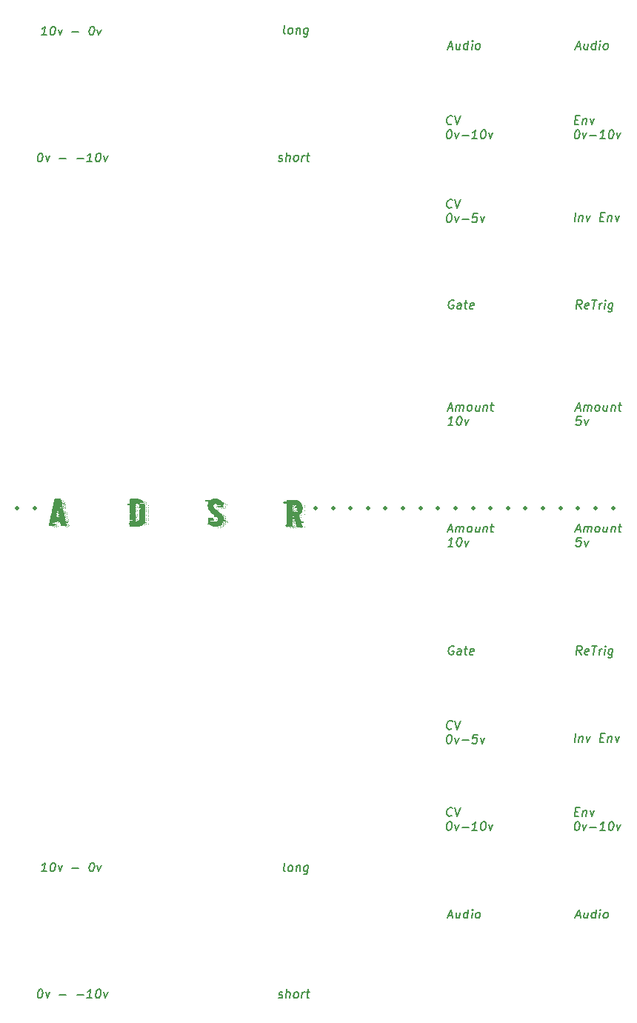
<source format=gbr>
%TF.GenerationSoftware,KiCad,Pcbnew,7.0.1-0*%
%TF.CreationDate,2024-01-26T10:10:29+13:00*%
%TF.ProjectId,MOL,4d4f4c2e-6b69-4636-9164-5f7063625858,rev?*%
%TF.SameCoordinates,Original*%
%TF.FileFunction,Legend,Top*%
%TF.FilePolarity,Positive*%
%FSLAX46Y46*%
G04 Gerber Fmt 4.6, Leading zero omitted, Abs format (unit mm)*
G04 Created by KiCad (PCBNEW 7.0.1-0) date 2024-01-26 10:10:29*
%MOMM*%
%LPD*%
G01*
G04 APERTURE LIST*
%ADD10C,0.500000*%
%ADD11C,0.375000*%
%ADD12C,0.150000*%
G04 APERTURE END LIST*
D10*
X197290000Y-89530000D02*
X197290000Y-89530000D01*
X199290000Y-89530000D02*
X199290000Y-89530000D01*
X231370000Y-89530000D02*
X231370000Y-89530000D01*
X233370000Y-89530000D02*
X233370000Y-89530000D01*
X235370000Y-89530000D02*
X235370000Y-89530000D01*
X237370000Y-89530000D02*
X237370000Y-89530000D01*
X239370000Y-89530000D02*
X239370000Y-89530000D01*
X241370000Y-89530000D02*
X241370000Y-89530000D01*
X243370000Y-89530000D02*
X243370000Y-89530000D01*
X245370000Y-89530000D02*
X245370000Y-89530000D01*
X247370000Y-89530000D02*
X247370000Y-89530000D01*
X249370000Y-89530000D02*
X249370000Y-89530000D01*
X251370000Y-89530000D02*
X251370000Y-89530000D01*
X253370000Y-89530000D02*
X253370000Y-89530000D01*
X255370000Y-89530000D02*
X255370000Y-89530000D01*
X257370000Y-89530000D02*
X257370000Y-89530000D01*
X259370000Y-89530000D02*
X259370000Y-89530000D01*
X261370000Y-89530000D02*
X261370000Y-89530000D01*
X263370000Y-89530000D02*
X263370000Y-89530000D01*
X265370000Y-89530000D02*
X265370000Y-89530000D01*
D11*
G36*
X211451709Y-91774354D02*
G01*
X211451709Y-91783147D01*
X211434856Y-91800000D01*
X211426796Y-91800000D01*
X211409944Y-91783147D01*
X211409944Y-91774354D01*
X211426796Y-91758234D01*
X211434856Y-91758234D01*
X211451709Y-91774354D01*
G37*
G36*
X211168365Y-91769902D02*
G01*
X211171074Y-91774354D01*
X211171074Y-91783147D01*
X211154954Y-91800000D01*
X211130041Y-91800000D01*
X211113189Y-91783147D01*
X211113189Y-91766294D01*
X211130041Y-91749441D01*
X211146161Y-91749441D01*
X211168365Y-91769902D01*
G37*
G36*
X210886535Y-91762957D02*
G01*
X210891172Y-91783147D01*
X210874319Y-91791939D01*
X210841346Y-91791939D01*
X210819548Y-91772305D01*
X210816434Y-91766294D01*
X210836894Y-91743717D01*
X210841346Y-91741381D01*
X210866259Y-91741381D01*
X210886535Y-91762957D01*
G37*
G36*
X211731612Y-91766294D02*
G01*
X211698639Y-91774354D01*
X211690579Y-91758234D01*
X211706699Y-91749441D01*
X211731612Y-91749441D01*
X211731612Y-91766294D01*
G37*
G36*
X210599768Y-91753782D02*
G01*
X210602477Y-91758234D01*
X210602477Y-91774354D01*
X210561444Y-91774354D01*
X210538867Y-91753893D01*
X210536531Y-91749441D01*
X210552651Y-91733321D01*
X210577564Y-91733321D01*
X210599768Y-91753782D01*
G37*
G36*
X210881143Y-90940417D02*
G01*
X210891172Y-90955163D01*
X210891172Y-90970551D01*
X210869276Y-90991803D01*
X210866259Y-90993265D01*
X210833286Y-90993265D01*
X210816434Y-90977878D01*
X210816434Y-90946371D01*
X210836894Y-90923794D01*
X210841346Y-90921458D01*
X210858199Y-90921458D01*
X210881143Y-90940417D01*
G37*
G36*
X211021369Y-90835958D02*
G01*
X211031123Y-90850383D01*
X211031123Y-90858443D01*
X211012049Y-90880963D01*
X211006210Y-90884089D01*
X210981297Y-90884089D01*
X210965177Y-90867236D01*
X210965177Y-90842323D01*
X210985638Y-90819746D01*
X210990090Y-90817411D01*
X210998150Y-90817411D01*
X211021369Y-90835958D01*
G37*
G36*
X210875793Y-90724446D02*
G01*
X210891172Y-90743405D01*
X210891172Y-90759525D01*
X210871201Y-90781644D01*
X210849406Y-90793230D01*
X210823983Y-90778248D01*
X210808374Y-90750732D01*
X210824402Y-90724056D01*
X210849406Y-90709699D01*
X210875793Y-90724446D01*
G37*
G36*
X211164763Y-90731773D02*
G01*
X211171074Y-90742672D01*
X211171074Y-90758792D01*
X211150614Y-90781369D01*
X211146161Y-90783705D01*
X211138101Y-90783705D01*
X211115524Y-90763846D01*
X211113189Y-90759525D01*
X211113189Y-90742672D01*
X211133649Y-90720095D01*
X211138101Y-90717759D01*
X211164763Y-90731773D01*
G37*
G36*
X211168365Y-90550642D02*
G01*
X211171074Y-90555094D01*
X211171074Y-90563154D01*
X211150614Y-90585005D01*
X211146161Y-90587334D01*
X211130041Y-90587334D01*
X211113189Y-90571214D01*
X211113189Y-90547034D01*
X211130041Y-90530181D01*
X211146161Y-90530181D01*
X211168365Y-90550642D01*
G37*
G36*
X211028414Y-90443663D02*
G01*
X211031123Y-90448115D01*
X211031123Y-90464235D01*
X211010662Y-90486813D01*
X211006210Y-90489148D01*
X210990090Y-90489148D01*
X210967513Y-90469289D01*
X210965177Y-90464968D01*
X210965177Y-90440055D01*
X210981297Y-90423203D01*
X211006210Y-90423203D01*
X211028414Y-90443663D01*
G37*
G36*
X210881143Y-90335504D02*
G01*
X210891172Y-90349930D01*
X210891172Y-90366050D01*
X210870711Y-90388627D01*
X210866259Y-90390963D01*
X210841346Y-90390963D01*
X210818769Y-90370502D01*
X210816434Y-90366050D01*
X210816434Y-90341870D01*
X210836894Y-90319293D01*
X210841346Y-90316957D01*
X210858199Y-90316957D01*
X210881143Y-90335504D01*
G37*
G36*
X211168365Y-90345478D02*
G01*
X211171074Y-90349930D01*
X211171074Y-90357990D01*
X211150614Y-90380567D01*
X211146161Y-90382903D01*
X211130041Y-90382903D01*
X211113189Y-90366050D01*
X211113189Y-90341870D01*
X211130041Y-90325017D01*
X211146161Y-90325017D01*
X211168365Y-90345478D01*
G37*
G36*
X211021369Y-90236586D02*
G01*
X211031123Y-90251011D01*
X211031123Y-90259071D01*
X211010662Y-90280922D01*
X211006210Y-90283251D01*
X210981297Y-90283251D01*
X210965177Y-90267131D01*
X210965177Y-90242951D01*
X210985638Y-90220374D01*
X210990090Y-90218039D01*
X210998150Y-90218039D01*
X211021369Y-90236586D01*
G37*
G36*
X210891172Y-90144033D02*
G01*
X210891172Y-90160886D01*
X210869542Y-90183051D01*
X210849406Y-90193126D01*
X210822745Y-90179344D01*
X210816434Y-90168946D01*
X210816434Y-90135973D01*
X210838241Y-90115784D01*
X210866259Y-90111793D01*
X210891172Y-90144033D01*
G37*
G36*
X211168365Y-90140314D02*
G01*
X211171074Y-90144766D01*
X211171074Y-90160886D01*
X211150614Y-90182737D01*
X211146161Y-90185066D01*
X211138101Y-90185066D01*
X211115524Y-90165207D01*
X211113189Y-90160886D01*
X211113189Y-90144766D01*
X211133649Y-90122189D01*
X211138101Y-90119853D01*
X211146161Y-90119853D01*
X211168365Y-90140314D01*
G37*
G36*
X211031123Y-90045115D02*
G01*
X211031123Y-90053907D01*
X211010998Y-90077592D01*
X210998150Y-90086147D01*
X210990090Y-90086147D01*
X210967513Y-90066289D01*
X210965177Y-90061967D01*
X210965177Y-90037055D01*
X210988258Y-90016584D01*
X211006210Y-90012875D01*
X211031123Y-90045115D01*
G37*
G36*
X210888463Y-89933815D02*
G01*
X210891172Y-89938136D01*
X210891172Y-89954989D01*
X210872625Y-89978207D01*
X210858199Y-89987962D01*
X210841346Y-89987962D01*
X210818769Y-89968103D01*
X210816434Y-89963782D01*
X210816434Y-89930809D01*
X210833286Y-89913956D01*
X210866259Y-89913956D01*
X210888463Y-89933815D01*
G37*
G36*
X211168365Y-89942477D02*
G01*
X211171074Y-89946929D01*
X211171074Y-89954989D01*
X211150614Y-89977566D01*
X211146161Y-89979902D01*
X211138101Y-89979902D01*
X211115524Y-89959441D01*
X211113189Y-89954989D01*
X211113189Y-89938136D01*
X211130041Y-89922016D01*
X211146161Y-89922016D01*
X211168365Y-89942477D01*
G37*
G36*
X211028414Y-89835629D02*
G01*
X211031123Y-89839951D01*
X211031123Y-89856071D01*
X211010662Y-89878648D01*
X211006210Y-89880983D01*
X210990090Y-89880983D01*
X210966048Y-89862848D01*
X210957117Y-89848743D01*
X210970538Y-89822082D01*
X210981297Y-89815771D01*
X211006210Y-89815771D01*
X211028414Y-89835629D01*
G37*
G36*
X210881866Y-89722288D02*
G01*
X210891172Y-89747627D01*
X210878715Y-89774555D01*
X210866259Y-89783531D01*
X210841346Y-89783531D01*
X210819548Y-89762774D01*
X210816434Y-89756420D01*
X210816434Y-89729309D01*
X210836894Y-89706731D01*
X210841346Y-89704396D01*
X210858199Y-89704396D01*
X210881866Y-89722288D01*
G37*
G36*
X211168365Y-89733780D02*
G01*
X211171074Y-89738101D01*
X211171074Y-89746894D01*
X211152000Y-89770696D01*
X211146161Y-89774005D01*
X211130041Y-89774005D01*
X211113189Y-89756420D01*
X211113189Y-89730041D01*
X211130041Y-89713921D01*
X211146161Y-89713921D01*
X211168365Y-89733780D01*
G37*
G36*
X211028414Y-89615680D02*
G01*
X211031123Y-89620132D01*
X211031123Y-89637718D01*
X211012049Y-89661520D01*
X211006210Y-89664829D01*
X210981297Y-89664829D01*
X210965177Y-89647243D01*
X210965177Y-89620132D01*
X210985638Y-89597555D01*
X210990090Y-89595219D01*
X211006210Y-89595219D01*
X211028414Y-89615680D01*
G37*
G36*
X210881143Y-89495477D02*
G01*
X210891172Y-89510223D01*
X210891172Y-89528541D01*
X210872796Y-89551439D01*
X210849406Y-89565177D01*
X210823679Y-89550592D01*
X210816434Y-89538066D01*
X210816434Y-89501430D01*
X210836894Y-89478853D01*
X210841346Y-89476517D01*
X210858199Y-89476517D01*
X210881143Y-89495477D01*
G37*
G36*
X211021369Y-89388086D02*
G01*
X211031123Y-89402512D01*
X211031123Y-89411304D01*
X211014089Y-89435185D01*
X210998150Y-89447208D01*
X210990090Y-89447208D01*
X210968292Y-89427012D01*
X210965177Y-89420830D01*
X210965177Y-89394452D01*
X210985638Y-89371875D01*
X210990090Y-89369539D01*
X210998150Y-89369539D01*
X211021369Y-89388086D01*
G37*
G36*
X210888463Y-89281556D02*
G01*
X210891172Y-89286008D01*
X210891172Y-89302128D01*
X210872507Y-89325795D01*
X210849406Y-89335101D01*
X210822745Y-89321680D01*
X210816434Y-89310921D01*
X210816434Y-89277948D01*
X210833286Y-89261095D01*
X210866259Y-89261095D01*
X210888463Y-89281556D01*
G37*
G36*
X211164763Y-89274467D02*
G01*
X211171074Y-89286008D01*
X211171074Y-89304326D01*
X211152000Y-89327407D01*
X211146161Y-89330704D01*
X211138101Y-89330704D01*
X211116303Y-89309947D01*
X211113189Y-89303593D01*
X211113189Y-89286008D01*
X211132262Y-89262927D01*
X211138101Y-89259630D01*
X211164763Y-89274467D01*
G37*
G36*
X211028414Y-89183370D02*
G01*
X211031123Y-89187822D01*
X211031123Y-89201011D01*
X211007743Y-89220155D01*
X211006210Y-89220795D01*
X210990090Y-89220795D01*
X210965956Y-89202229D01*
X210965177Y-89201011D01*
X210965177Y-89179762D01*
X210981297Y-89162909D01*
X211006210Y-89162909D01*
X211028414Y-89183370D01*
G37*
G36*
X210836450Y-88470870D02*
G01*
X210879740Y-88472035D01*
X210922122Y-88473978D01*
X210963598Y-88476698D01*
X211004165Y-88480195D01*
X211043826Y-88484469D01*
X211082579Y-88489520D01*
X211120424Y-88495348D01*
X211157363Y-88501953D01*
X211193394Y-88509336D01*
X211228518Y-88517495D01*
X211262734Y-88526432D01*
X211296043Y-88536145D01*
X211328445Y-88546636D01*
X211359939Y-88557904D01*
X211390526Y-88569949D01*
X211420206Y-88582771D01*
X211448979Y-88596370D01*
X211476844Y-88610746D01*
X211503802Y-88625900D01*
X211529852Y-88641830D01*
X211554995Y-88658538D01*
X211579231Y-88676022D01*
X211602560Y-88694284D01*
X211624981Y-88713323D01*
X211667101Y-88753731D01*
X211705592Y-88797249D01*
X211740454Y-88843874D01*
X211756524Y-88868353D01*
X211762752Y-88899860D01*
X211771730Y-88931751D01*
X211781437Y-88963607D01*
X211753788Y-88977449D01*
X211722089Y-88984104D01*
X211691062Y-88986233D01*
X211682519Y-88986322D01*
X211649640Y-88986322D01*
X211616929Y-88986322D01*
X211587282Y-88986322D01*
X211554544Y-88986322D01*
X211518715Y-88986322D01*
X211479794Y-88986322D01*
X211448575Y-88986322D01*
X211426796Y-88986322D01*
X211393444Y-88989406D01*
X211360884Y-88993390D01*
X211330132Y-88999183D01*
X211311025Y-89009769D01*
X211311025Y-89014166D01*
X211338943Y-89029031D01*
X211371400Y-89032305D01*
X211403858Y-89033198D01*
X211409944Y-89033217D01*
X211558688Y-89033217D01*
X211550628Y-89022958D01*
X211550628Y-89013433D01*
X211566748Y-89003907D01*
X211583600Y-89003907D01*
X211599720Y-89013433D01*
X211599720Y-89023691D01*
X211591660Y-89033217D01*
X211632693Y-89033217D01*
X211662632Y-89032519D01*
X211691998Y-89030426D01*
X211726482Y-89026072D01*
X211760142Y-89019710D01*
X211792978Y-89011338D01*
X211814410Y-89004640D01*
X211838590Y-89009036D01*
X211855443Y-88999511D01*
X211871563Y-88999511D01*
X211896475Y-89013433D01*
X211896475Y-89037613D01*
X211884202Y-89064541D01*
X211856156Y-89073201D01*
X211847383Y-89073517D01*
X211862049Y-89110446D01*
X211875272Y-89150067D01*
X211887053Y-89192380D01*
X211894106Y-89222084D01*
X211900517Y-89252984D01*
X211906287Y-89285081D01*
X211911416Y-89318375D01*
X211915904Y-89352864D01*
X211919751Y-89388551D01*
X211922957Y-89425433D01*
X211925521Y-89463512D01*
X211927445Y-89502787D01*
X211928727Y-89543259D01*
X211929368Y-89584927D01*
X211929448Y-89606210D01*
X211928472Y-89638050D01*
X211927559Y-89668538D01*
X211926308Y-89711737D01*
X211925198Y-89751897D01*
X211924230Y-89789017D01*
X211923403Y-89823098D01*
X211922718Y-89854139D01*
X211922026Y-89890798D01*
X211921585Y-89922053D01*
X211921388Y-89953524D01*
X211921514Y-89983336D01*
X211921774Y-90016936D01*
X211922175Y-90060170D01*
X211922522Y-90094345D01*
X211922931Y-90132802D01*
X211923403Y-90175540D01*
X211923938Y-90222561D01*
X211924537Y-90273863D01*
X211925198Y-90329448D01*
X211925552Y-90358846D01*
X211925922Y-90389314D01*
X211926308Y-90420853D01*
X211926709Y-90453462D01*
X211927126Y-90487142D01*
X211927559Y-90521892D01*
X211928008Y-90557713D01*
X211928472Y-90594604D01*
X211928952Y-90632565D01*
X211929448Y-90671598D01*
X211927413Y-90704897D01*
X211923795Y-90734481D01*
X211918369Y-90769972D01*
X211913111Y-90800468D01*
X211906837Y-90834286D01*
X211899544Y-90871428D01*
X211891235Y-90911892D01*
X211885130Y-90940715D01*
X211878572Y-90971014D01*
X211871563Y-91002791D01*
X211888580Y-91027017D01*
X211896475Y-91049685D01*
X211888415Y-91114898D01*
X211913488Y-91131582D01*
X211941149Y-91148458D01*
X211968414Y-91161642D01*
X211979274Y-91163991D01*
X211995394Y-91147871D01*
X212020307Y-91147871D01*
X212042510Y-91167128D01*
X212045219Y-91171318D01*
X212040451Y-91201492D01*
X212020307Y-91219678D01*
X211995394Y-91219678D01*
X211979274Y-91211618D01*
X211969490Y-91240065D01*
X211943615Y-91260215D01*
X211915881Y-91271084D01*
X211896475Y-91276099D01*
X211891001Y-91306077D01*
X211871563Y-91317864D01*
X211855443Y-91317864D01*
X211833225Y-91297292D01*
X211830530Y-91284159D01*
X211800442Y-91290071D01*
X211773698Y-91305252D01*
X211750296Y-91326199D01*
X211730238Y-91349847D01*
X211723551Y-91358897D01*
X211748440Y-91374713D01*
X211748464Y-91375750D01*
X211748464Y-91391870D01*
X211728004Y-91414447D01*
X211723551Y-91416782D01*
X211715491Y-91416782D01*
X211691105Y-91399996D01*
X211690579Y-91399930D01*
X211670301Y-91421547D01*
X211642584Y-91448806D01*
X211614087Y-91474280D01*
X211584812Y-91497968D01*
X211554759Y-91519870D01*
X211523927Y-91539985D01*
X211492317Y-91558315D01*
X211459928Y-91574859D01*
X211451709Y-91578715D01*
X211434856Y-91602896D01*
X211405605Y-91596725D01*
X211401884Y-91594836D01*
X211374400Y-91606359D01*
X211345255Y-91616749D01*
X211314448Y-91626005D01*
X211281980Y-91634128D01*
X211247850Y-91641118D01*
X211212058Y-91646974D01*
X211174605Y-91651696D01*
X211135491Y-91655286D01*
X211094715Y-91657741D01*
X211052278Y-91659064D01*
X211023063Y-91659316D01*
X211031123Y-91672505D01*
X211031123Y-91686427D01*
X211007743Y-91705570D01*
X211006210Y-91706210D01*
X210981297Y-91706210D01*
X210965177Y-91693021D01*
X210965177Y-91659316D01*
X210742428Y-91659316D01*
X210750488Y-91693021D01*
X210717515Y-91715736D01*
X210693335Y-91715736D01*
X210669979Y-91695772D01*
X210668422Y-91693021D01*
X210668422Y-91659316D01*
X210660362Y-91659316D01*
X210617363Y-91659316D01*
X210576110Y-91659316D01*
X210536603Y-91659316D01*
X210498842Y-91659316D01*
X210462826Y-91659316D01*
X210428557Y-91659316D01*
X210396033Y-91659316D01*
X210365256Y-91659316D01*
X210322363Y-91659316D01*
X210283399Y-91659316D01*
X210248364Y-91659316D01*
X210217256Y-91659316D01*
X210181891Y-91659316D01*
X210156978Y-91659316D01*
X210135919Y-91635971D01*
X210126004Y-91604429D01*
X210119169Y-91572057D01*
X210115945Y-91553070D01*
X210123619Y-91524323D01*
X210124005Y-91521563D01*
X210116180Y-91491114D01*
X210099275Y-91462944D01*
X210077251Y-91435673D01*
X210053584Y-91410743D01*
X210031173Y-91389357D01*
X210025087Y-91383810D01*
X210022536Y-91353464D01*
X210017027Y-91326657D01*
X210033352Y-91299894D01*
X210055667Y-91274164D01*
X210077402Y-91250933D01*
X210098267Y-91229438D01*
X210115945Y-91211618D01*
X210116596Y-91174299D01*
X210118547Y-91140650D01*
X210121799Y-91110672D01*
X210128159Y-91076411D01*
X210139361Y-91042762D01*
X210157573Y-91015843D01*
X210185398Y-91002995D01*
X210189951Y-91002791D01*
X210239776Y-91002791D01*
X210273908Y-91002791D01*
X210308255Y-91002791D01*
X210339210Y-91002791D01*
X210369435Y-91002791D01*
X210371667Y-91002791D01*
X210403953Y-90999265D01*
X210434253Y-90986868D01*
X210458178Y-90965545D01*
X210470586Y-90946371D01*
X210447574Y-90929518D01*
X210792254Y-90929518D01*
X210792904Y-90959374D01*
X210795795Y-90994613D01*
X210800998Y-91024632D01*
X210810755Y-91054815D01*
X210827233Y-91080265D01*
X210853033Y-91095112D01*
X210866259Y-91096580D01*
X210965177Y-91096580D01*
X210965744Y-91064706D01*
X210968263Y-91032466D01*
X210977519Y-91004256D01*
X210981297Y-91002791D01*
X211006210Y-91002791D01*
X211024895Y-91026238D01*
X211029566Y-91055547D01*
X211031026Y-91085223D01*
X211031123Y-91096580D01*
X211062544Y-91088408D01*
X211088825Y-91070751D01*
X211112636Y-91047748D01*
X211133384Y-91023029D01*
X211154954Y-90993265D01*
X211124976Y-90989079D01*
X211113189Y-90974214D01*
X211113189Y-90946371D01*
X211130041Y-90928053D01*
X211146161Y-90928053D01*
X211169104Y-90947736D01*
X211171074Y-90966154D01*
X211190480Y-90937921D01*
X211207298Y-90904147D01*
X211218214Y-90875180D01*
X211227675Y-90843096D01*
X211235680Y-90807895D01*
X211242229Y-90769577D01*
X211247323Y-90728142D01*
X211249910Y-90698787D01*
X211251851Y-90668047D01*
X211253145Y-90635921D01*
X211253792Y-90602411D01*
X211253872Y-90585136D01*
X211253872Y-90576343D01*
X211253483Y-90537233D01*
X211252680Y-90500088D01*
X211251440Y-90456244D01*
X211250369Y-90423294D01*
X211249104Y-90387368D01*
X211247644Y-90348464D01*
X211245990Y-90306584D01*
X211244141Y-90261728D01*
X211242097Y-90213894D01*
X211239859Y-90163084D01*
X211237426Y-90109297D01*
X211234799Y-90052534D01*
X211233412Y-90023035D01*
X211231977Y-89992793D01*
X211230492Y-89961807D01*
X211228960Y-89930076D01*
X211229346Y-89897956D01*
X211230505Y-89867909D01*
X211233693Y-89826723D01*
X211238620Y-89790200D01*
X211245285Y-89758339D01*
X211256877Y-89723111D01*
X211271560Y-89696171D01*
X211294261Y-89674154D01*
X211327878Y-89664829D01*
X211359756Y-89659728D01*
X211384550Y-89639641D01*
X211393566Y-89608157D01*
X211393824Y-89600348D01*
X211376841Y-89575554D01*
X211346651Y-89563533D01*
X211309961Y-89556270D01*
X211273061Y-89552263D01*
X211240983Y-89550310D01*
X211205132Y-89549258D01*
X211179134Y-89549057D01*
X211171074Y-89539532D01*
X211144747Y-89553751D01*
X211130041Y-89557117D01*
X211113600Y-89532542D01*
X211113189Y-89530739D01*
X211113189Y-89512421D01*
X211135348Y-89492626D01*
X211163047Y-89475576D01*
X211189616Y-89460477D01*
X211221837Y-89442946D01*
X211228960Y-89439148D01*
X211244308Y-89414139D01*
X211245080Y-89411304D01*
X211245080Y-89395184D01*
X211242675Y-89362710D01*
X211239493Y-89332330D01*
X211233259Y-89290689D01*
X211225273Y-89253762D01*
X211215536Y-89221549D01*
X211204047Y-89194050D01*
X211186004Y-89164718D01*
X211164846Y-89143767D01*
X211134020Y-89129363D01*
X211113189Y-89127006D01*
X211098235Y-89101149D01*
X211071651Y-89088613D01*
X211039343Y-89081039D01*
X211006851Y-89076860D01*
X210968452Y-89074352D01*
X210935775Y-89073569D01*
X210924145Y-89073517D01*
X210890793Y-89076300D01*
X210858232Y-89079735D01*
X210855793Y-89080111D01*
X210866259Y-89080111D01*
X210890260Y-89099365D01*
X210891172Y-89100628D01*
X210891172Y-89114549D01*
X210869405Y-89135572D01*
X210858199Y-89141660D01*
X210841346Y-89141660D01*
X210818201Y-89121838D01*
X210816434Y-89113817D01*
X210808374Y-89113817D01*
X210806422Y-89145687D01*
X210804595Y-89177919D01*
X210802895Y-89210511D01*
X210801321Y-89243464D01*
X210799873Y-89276777D01*
X210798550Y-89310451D01*
X210797354Y-89344486D01*
X210796284Y-89378881D01*
X210795339Y-89413637D01*
X210794520Y-89448754D01*
X210793828Y-89484231D01*
X210793261Y-89520069D01*
X210792820Y-89556267D01*
X210792505Y-89592827D01*
X210792316Y-89629746D01*
X210792254Y-89667027D01*
X210792254Y-89910293D01*
X210792316Y-89940870D01*
X210792505Y-89972334D01*
X210792820Y-90004686D01*
X210793261Y-90037925D01*
X210793828Y-90072051D01*
X210794520Y-90107065D01*
X210795339Y-90142965D01*
X210796284Y-90179754D01*
X210797354Y-90217429D01*
X210798550Y-90255992D01*
X210799873Y-90295442D01*
X210801321Y-90335779D01*
X210802895Y-90377003D01*
X210804595Y-90419115D01*
X210806422Y-90462114D01*
X210808374Y-90506001D01*
X210839277Y-90510895D01*
X210875753Y-90518543D01*
X210906825Y-90527473D01*
X210938066Y-90540439D01*
X210964410Y-90558643D01*
X210980622Y-90587402D01*
X210981297Y-90595394D01*
X210973363Y-90623844D01*
X210973237Y-90628367D01*
X211003763Y-90631014D01*
X211029088Y-90646264D01*
X211031123Y-90655478D01*
X211013995Y-90679941D01*
X211006210Y-90682588D01*
X210990090Y-90682588D01*
X210967559Y-90663629D01*
X210965177Y-90648883D01*
X210935714Y-90651558D01*
X210900938Y-90656607D01*
X210871314Y-90663350D01*
X210841530Y-90674162D01*
X210816414Y-90690631D01*
X210800958Y-90718521D01*
X210800314Y-90726552D01*
X210797173Y-90759160D01*
X210794804Y-90789664D01*
X210793041Y-90821950D01*
X210792285Y-90851488D01*
X210792254Y-90858443D01*
X210792254Y-90929518D01*
X210447574Y-90929518D01*
X210445920Y-90928307D01*
X210417699Y-90915169D01*
X210388619Y-90909330D01*
X210379727Y-90909002D01*
X210214863Y-90909002D01*
X210184044Y-90903241D01*
X210158449Y-90885961D01*
X210138077Y-90857160D01*
X210125541Y-90825824D01*
X210116347Y-90787115D01*
X210111646Y-90753245D01*
X210108825Y-90715228D01*
X210107885Y-90673063D01*
X210106933Y-90641201D01*
X210105335Y-90610827D01*
X210103351Y-90578541D01*
X210101265Y-90547228D01*
X210099825Y-90526517D01*
X210100083Y-90496161D01*
X210101435Y-90452880D01*
X210103947Y-90412303D01*
X210107617Y-90374432D01*
X210112447Y-90339265D01*
X210118437Y-90306803D01*
X210125585Y-90277046D01*
X210136919Y-90241577D01*
X210150315Y-90210917D01*
X210165771Y-90185066D01*
X210165771Y-90176273D01*
X210150315Y-90141068D01*
X210136919Y-90105061D01*
X210125585Y-90068253D01*
X210116311Y-90030643D01*
X210109099Y-89992232D01*
X210105041Y-89962898D01*
X210102143Y-89933113D01*
X210100405Y-89902877D01*
X210099825Y-89872191D01*
X210124005Y-89385659D01*
X210123574Y-89356196D01*
X210121656Y-89321420D01*
X210118204Y-89291796D01*
X210111732Y-89262011D01*
X210098644Y-89233836D01*
X210074912Y-89220795D01*
X210036545Y-89220074D01*
X210001951Y-89217910D01*
X209971132Y-89214304D01*
X209935909Y-89207251D01*
X209907396Y-89197634D01*
X209881189Y-89182006D01*
X209863577Y-89157964D01*
X209860223Y-89138729D01*
X209860223Y-89131402D01*
X209874292Y-89107222D01*
X210808374Y-89107222D01*
X210816434Y-89107222D01*
X210830763Y-89083968D01*
X210827480Y-89084475D01*
X210808374Y-89092568D01*
X210808374Y-89107222D01*
X209874292Y-89107222D01*
X209875198Y-89105665D01*
X209906084Y-89088646D01*
X209936034Y-89078388D01*
X209973472Y-89069000D01*
X210006464Y-89062530D01*
X210043668Y-89056549D01*
X210085084Y-89051058D01*
X210099825Y-89049337D01*
X210112576Y-89020128D01*
X210120605Y-88990203D01*
X210123911Y-88959563D01*
X210124005Y-88953349D01*
X210099825Y-88636078D01*
X210101416Y-88606484D01*
X210108485Y-88571553D01*
X210121211Y-88541798D01*
X210139592Y-88517217D01*
X210163629Y-88497811D01*
X210193322Y-88483580D01*
X210228670Y-88474524D01*
X210258893Y-88471128D01*
X210280809Y-88470481D01*
X210320434Y-88470481D01*
X210353353Y-88470481D01*
X210389015Y-88470481D01*
X210427421Y-88470481D01*
X210468571Y-88470481D01*
X210512464Y-88470481D01*
X210543250Y-88470481D01*
X210575255Y-88470481D01*
X210608480Y-88470481D01*
X210642924Y-88470481D01*
X210678587Y-88470481D01*
X210715469Y-88470481D01*
X210734368Y-88470481D01*
X210792254Y-88470481D01*
X210836450Y-88470870D01*
G37*
G36*
X211893766Y-91668785D02*
G01*
X211896475Y-91673237D01*
X211896475Y-91686427D01*
X211873095Y-91705570D01*
X211871563Y-91706210D01*
X211847383Y-91706210D01*
X211830530Y-91693021D01*
X211830530Y-91673237D01*
X211850990Y-91650660D01*
X211855443Y-91648325D01*
X211871563Y-91648325D01*
X211893766Y-91668785D01*
G37*
G36*
X211599720Y-91673237D02*
G01*
X211599720Y-91686427D01*
X211583600Y-91699616D01*
X211566748Y-91699616D01*
X211550628Y-91686427D01*
X211550628Y-91673237D01*
X211566748Y-91656385D01*
X211583600Y-91656385D01*
X211599720Y-91673237D01*
G37*
G36*
X211311025Y-91673237D02*
G01*
X211311025Y-91686427D01*
X211294905Y-91699616D01*
X211278053Y-91699616D01*
X211261933Y-91686427D01*
X211261933Y-91673237D01*
X211278053Y-91656385D01*
X211294905Y-91656385D01*
X211311025Y-91673237D01*
G37*
G36*
X212035190Y-91563557D02*
G01*
X212045219Y-91577983D01*
X212045219Y-91594103D01*
X212024759Y-91615954D01*
X212020307Y-91618283D01*
X211995394Y-91618283D01*
X211972817Y-91598424D01*
X211970481Y-91594103D01*
X211970481Y-91569923D01*
X211990942Y-91547346D01*
X211995394Y-91545010D01*
X212012247Y-91545010D01*
X212035190Y-91563557D01*
G37*
G36*
X211745755Y-91573662D02*
G01*
X211748464Y-91577983D01*
X211748464Y-91594103D01*
X211731612Y-91610223D01*
X211706699Y-91610223D01*
X211690579Y-91594103D01*
X211690579Y-91570655D01*
X211706699Y-91553803D01*
X211723551Y-91553803D01*
X211745755Y-91573662D01*
G37*
G36*
X211890164Y-91462443D02*
G01*
X211896475Y-91473203D01*
X211896475Y-91489323D01*
X211876015Y-91511174D01*
X211871563Y-91513503D01*
X211847383Y-91513503D01*
X211830530Y-91497383D01*
X211830530Y-91473203D01*
X211850655Y-91451432D01*
X211863503Y-91449023D01*
X211890164Y-91462443D01*
G37*
G36*
X212177110Y-91464410D02*
G01*
X212150377Y-91480724D01*
X212125204Y-91501118D01*
X212119225Y-91506175D01*
X212111165Y-91506175D01*
X212111165Y-91473203D01*
X212129980Y-91449536D01*
X212158213Y-91440262D01*
X212160258Y-91440230D01*
X212177110Y-91464410D01*
G37*
G36*
X212337863Y-91363972D02*
G01*
X212341974Y-91391870D01*
X212327961Y-91418531D01*
X212317062Y-91424842D01*
X212276029Y-91424842D01*
X212253452Y-91404984D01*
X212251116Y-91400662D01*
X212251116Y-91366957D01*
X212271577Y-91345106D01*
X212276029Y-91342777D01*
X212317062Y-91342777D01*
X212337863Y-91363972D01*
G37*
G36*
X212042510Y-91371297D02*
G01*
X212045219Y-91375750D01*
X212045219Y-91391870D01*
X212026554Y-91415537D01*
X212003454Y-91424842D01*
X211976792Y-91410829D01*
X211970481Y-91399930D01*
X211970481Y-91366957D01*
X211987334Y-91350837D01*
X212020307Y-91350837D01*
X212042510Y-91371297D01*
G37*
G36*
X212190521Y-91263717D02*
G01*
X212193230Y-91268039D01*
X212193230Y-91292951D01*
X212174683Y-91316582D01*
X212160258Y-91326657D01*
X212144138Y-91326657D01*
X212120095Y-91307285D01*
X212111165Y-91292219D01*
X212111165Y-91268039D01*
X212131024Y-91246188D01*
X212135345Y-91243859D01*
X212168318Y-91243859D01*
X212190521Y-91263717D01*
G37*
G36*
X212276029Y-91188171D02*
G01*
X212276029Y-91213084D01*
X212267236Y-91213084D01*
X212251116Y-91196231D01*
X212251116Y-91171318D01*
X212271577Y-91149468D01*
X212276029Y-91147138D01*
X212284089Y-91147138D01*
X212276029Y-91188171D01*
G37*
G36*
X212181195Y-91024956D02*
G01*
X212193230Y-91049685D01*
X212193230Y-91073866D01*
X212180350Y-91101629D01*
X212160258Y-91122958D01*
X212135345Y-91122958D01*
X212113370Y-91101294D01*
X212111165Y-91096580D01*
X212111165Y-91083391D01*
X212113574Y-91051985D01*
X212119042Y-91022941D01*
X212135345Y-91002791D01*
X212160258Y-91002791D01*
X212181195Y-91024956D01*
G37*
G36*
X212325122Y-90936845D02*
G01*
X212323151Y-90966353D01*
X212312252Y-90995205D01*
X212300209Y-91002791D01*
X212276029Y-91002791D01*
X212251895Y-90985600D01*
X212251116Y-90984473D01*
X212251116Y-90946371D01*
X212268327Y-90920825D01*
X212295610Y-90909914D01*
X212309002Y-90909002D01*
X212325122Y-90936845D01*
G37*
G36*
X212035190Y-90940738D02*
G01*
X212045219Y-90955163D01*
X212045219Y-90974214D01*
X212027484Y-90998229D01*
X212020307Y-91002791D01*
X211995394Y-91002791D01*
X211973595Y-90981473D01*
X211970481Y-90974947D01*
X211970481Y-90947103D01*
X211990942Y-90924526D01*
X211995394Y-90922191D01*
X212012247Y-90922191D01*
X212035190Y-90940738D01*
G37*
G36*
X212178084Y-90823956D02*
G01*
X212193230Y-90842323D01*
X212193230Y-90867236D01*
X212181455Y-90895792D01*
X212168318Y-90909002D01*
X212135345Y-90909002D01*
X212115587Y-90886751D01*
X212111165Y-90875296D01*
X212111165Y-90842323D01*
X212129483Y-90817594D01*
X212152198Y-90809351D01*
X212178084Y-90823956D01*
G37*
G36*
X212320199Y-90711457D02*
G01*
X212333182Y-90726552D01*
X212333182Y-90775645D01*
X212310101Y-90795566D01*
X212292149Y-90801290D01*
X212265181Y-90786544D01*
X212251116Y-90767585D01*
X212251116Y-90734612D01*
X212271455Y-90711786D01*
X212292149Y-90701639D01*
X212320199Y-90711457D01*
G37*
G36*
X212029841Y-90724305D02*
G01*
X212045219Y-90742672D01*
X212045219Y-90759525D01*
X212026554Y-90783192D01*
X212003454Y-90792498D01*
X211976792Y-90778484D01*
X211970481Y-90767585D01*
X211970481Y-90734612D01*
X211992248Y-90714371D01*
X212003454Y-90709699D01*
X212029841Y-90724305D01*
G37*
G36*
X212190521Y-90638569D02*
G01*
X212193230Y-90643021D01*
X212193230Y-90664270D01*
X212171463Y-90686484D01*
X212160258Y-90692847D01*
X212144138Y-90692847D01*
X212120095Y-90675948D01*
X212111165Y-90662805D01*
X212111165Y-90643021D01*
X212131024Y-90620444D01*
X212135345Y-90618108D01*
X212168318Y-90618108D01*
X212190521Y-90638569D01*
G37*
G36*
X212330603Y-90533789D02*
G01*
X212333182Y-90538241D01*
X212333182Y-90579274D01*
X212313323Y-90601851D01*
X212309002Y-90604187D01*
X212284089Y-90604187D01*
X212260046Y-90585639D01*
X212251116Y-90571214D01*
X212251116Y-90546301D01*
X212269663Y-90523083D01*
X212284089Y-90513328D01*
X212309002Y-90513328D01*
X212330603Y-90533789D01*
G37*
G36*
X212042510Y-90542582D02*
G01*
X212045219Y-90547034D01*
X212040451Y-90577207D01*
X212020307Y-90595394D01*
X211995394Y-90595394D01*
X211972817Y-90575535D01*
X211970481Y-90571214D01*
X211970481Y-90547034D01*
X211990942Y-90524456D01*
X211995394Y-90522121D01*
X212020307Y-90522121D01*
X212042510Y-90542582D01*
G37*
G36*
X212183476Y-90433690D02*
G01*
X212193230Y-90448115D01*
X212193230Y-90464235D01*
X212174683Y-90487454D01*
X212160258Y-90497208D01*
X212135345Y-90497208D01*
X212113370Y-90477349D01*
X212111165Y-90473028D01*
X212111165Y-90440055D01*
X212131024Y-90417478D01*
X212135345Y-90415143D01*
X212160258Y-90415143D01*
X212183476Y-90433690D01*
G37*
G36*
X212325122Y-90325017D02*
G01*
X212325122Y-90382903D01*
X212309002Y-90399023D01*
X212284089Y-90399023D01*
X212260046Y-90380475D01*
X212251116Y-90366050D01*
X212251116Y-90341870D01*
X212269663Y-90318651D01*
X212284089Y-90308897D01*
X212309002Y-90308897D01*
X212325122Y-90325017D01*
G37*
G36*
X212035190Y-90335504D02*
G01*
X212045219Y-90349930D01*
X212045219Y-90366050D01*
X212024759Y-90388627D01*
X212020307Y-90390963D01*
X211995394Y-90390963D01*
X211972817Y-90370502D01*
X211970481Y-90366050D01*
X211970481Y-90341870D01*
X211990942Y-90319293D01*
X211995394Y-90316957D01*
X212012247Y-90316957D01*
X212035190Y-90335504D01*
G37*
G36*
X212183476Y-90228526D02*
G01*
X212193230Y-90242951D01*
X212188462Y-90273626D01*
X212168318Y-90292044D01*
X212135345Y-90292044D01*
X212113370Y-90270982D01*
X212111165Y-90266399D01*
X212111165Y-90242951D01*
X212129712Y-90219733D01*
X212144138Y-90209979D01*
X212160258Y-90209979D01*
X212183476Y-90228526D01*
G37*
G36*
X212045219Y-90144766D02*
G01*
X212045219Y-90160886D01*
X212026554Y-90184553D01*
X212003454Y-90193859D01*
X211976792Y-90179845D01*
X211970481Y-90168946D01*
X211970481Y-90135973D01*
X211992288Y-90115784D01*
X212020307Y-90111793D01*
X212045219Y-90144766D01*
G37*
G36*
X212325122Y-90127180D02*
G01*
X212325122Y-90177006D01*
X212309002Y-90193126D01*
X212276029Y-90193126D01*
X212253452Y-90172665D01*
X212251116Y-90168213D01*
X212251116Y-90135240D01*
X212270039Y-90111573D01*
X212298160Y-90102783D01*
X212309002Y-90102267D01*
X212325122Y-90127180D01*
G37*
G36*
X212178084Y-90018688D02*
G01*
X212193230Y-90037055D01*
X212193230Y-90061967D01*
X212173105Y-90085652D01*
X212160258Y-90094207D01*
X212144138Y-90094207D01*
X212120095Y-90076072D01*
X212111165Y-90061967D01*
X212111165Y-90037055D01*
X212131189Y-90014543D01*
X212152198Y-90004082D01*
X212178084Y-90018688D01*
G37*
G36*
X212330603Y-89925624D02*
G01*
X212333182Y-89930076D01*
X212328010Y-89961954D01*
X212317432Y-89990805D01*
X212309002Y-89996022D01*
X212284089Y-89996022D01*
X212260046Y-89977887D01*
X212251116Y-89963782D01*
X212251116Y-89930076D01*
X212271577Y-89907499D01*
X212276029Y-89905163D01*
X212309002Y-89905163D01*
X212330603Y-89925624D01*
G37*
G36*
X212042510Y-89933815D02*
G01*
X212045219Y-89938136D01*
X212045219Y-89954989D01*
X212026672Y-89978207D01*
X212012247Y-89987962D01*
X211995394Y-89987962D01*
X211972817Y-89968103D01*
X211970481Y-89963782D01*
X211970481Y-89938136D01*
X211990942Y-89916285D01*
X211995394Y-89913956D01*
X212020307Y-89913956D01*
X212042510Y-89933815D01*
G37*
G36*
X212183476Y-89825525D02*
G01*
X212193230Y-89839951D01*
X212193230Y-89856071D01*
X212174683Y-89879289D01*
X212160258Y-89889043D01*
X212129583Y-89884415D01*
X212111165Y-89864863D01*
X212111165Y-89831891D01*
X212131024Y-89809313D01*
X212135345Y-89806978D01*
X212160258Y-89806978D01*
X212183476Y-89825525D01*
G37*
G36*
X212330603Y-89716064D02*
G01*
X212333182Y-89720516D01*
X212333182Y-89765212D01*
X212314669Y-89788293D01*
X212309002Y-89791591D01*
X212284089Y-89791591D01*
X212260046Y-89771807D01*
X212251116Y-89756420D01*
X212251116Y-89729309D01*
X212269663Y-89705403D01*
X212284089Y-89695603D01*
X212309002Y-89695603D01*
X212330603Y-89716064D01*
G37*
G36*
X212042510Y-89724856D02*
G01*
X212045219Y-89729309D01*
X212045219Y-89756420D01*
X212026145Y-89780222D01*
X212020307Y-89783531D01*
X211995394Y-89783531D01*
X211973595Y-89762774D01*
X211970481Y-89756420D01*
X211970481Y-89729309D01*
X211990942Y-89706731D01*
X211995394Y-89704396D01*
X212020307Y-89704396D01*
X212042510Y-89724856D01*
G37*
G36*
X212183476Y-89605706D02*
G01*
X212193230Y-89620132D01*
X212189727Y-89650082D01*
X212171334Y-89673369D01*
X212168318Y-89674354D01*
X212135345Y-89674354D01*
X212114107Y-89653597D01*
X212111165Y-89647243D01*
X212111165Y-89620132D01*
X212129712Y-89596914D01*
X212144138Y-89587159D01*
X212160258Y-89587159D01*
X212183476Y-89605706D01*
G37*
G36*
X212045219Y-89510956D02*
G01*
X212045219Y-89529274D01*
X212025878Y-89552941D01*
X211997439Y-89562214D01*
X211995394Y-89562247D01*
X211970481Y-89529274D01*
X211970481Y-89501430D01*
X211990574Y-89479508D01*
X212020307Y-89474319D01*
X212045219Y-89510956D01*
G37*
G36*
X212320353Y-89492646D02*
G01*
X212324732Y-89522714D01*
X212325122Y-89538066D01*
X212325122Y-89541730D01*
X212309002Y-89549057D01*
X212276029Y-89549057D01*
X212252673Y-89531025D01*
X212251116Y-89528541D01*
X212251116Y-89501430D01*
X212269663Y-89478212D01*
X212284089Y-89468457D01*
X212300209Y-89468457D01*
X212320353Y-89492646D01*
G37*
G36*
X212178084Y-89374991D02*
G01*
X212193230Y-89393719D01*
X212193230Y-89420830D01*
X212173576Y-89444226D01*
X212152198Y-89456734D01*
X212126338Y-89441971D01*
X212111165Y-89420830D01*
X212111165Y-89393719D01*
X212129483Y-89368989D01*
X212152198Y-89360746D01*
X212178084Y-89374991D01*
G37*
G36*
X212289189Y-89292265D02*
G01*
X212296431Y-89324407D01*
X212300209Y-89340230D01*
X212292149Y-89349023D01*
X212265181Y-89333635D01*
X212251116Y-89313852D01*
X212251116Y-89277948D01*
X212267236Y-89261095D01*
X212284089Y-89261095D01*
X212289189Y-89292265D01*
G37*
G36*
X212042510Y-89281556D02*
G01*
X212045219Y-89286008D01*
X212045219Y-89302128D01*
X212026554Y-89325795D01*
X212003454Y-89335101D01*
X211976792Y-89321680D01*
X211970481Y-89310921D01*
X211970481Y-89286008D01*
X211990942Y-89263431D01*
X211995394Y-89261095D01*
X212020307Y-89261095D01*
X212042510Y-89281556D01*
G37*
G36*
X212189119Y-89173114D02*
G01*
X212193230Y-89201011D01*
X212173105Y-89223802D01*
X212160258Y-89231786D01*
X212144138Y-89231786D01*
X212120095Y-89214475D01*
X212111165Y-89201011D01*
X212111165Y-89176831D01*
X212131024Y-89154254D01*
X212135345Y-89151919D01*
X212168318Y-89151919D01*
X212189119Y-89173114D01*
G37*
G36*
X212042510Y-89096175D02*
G01*
X212045219Y-89100628D01*
X212028367Y-89113817D01*
X211987334Y-89113817D01*
X211970481Y-89100628D01*
X211990942Y-89078050D01*
X211995394Y-89075715D01*
X212020307Y-89075715D01*
X212042510Y-89096175D01*
G37*
G36*
X212153846Y-89002625D02*
G01*
X212161586Y-89032163D01*
X212166729Y-89062071D01*
X212168318Y-89073517D01*
X212152198Y-89075715D01*
X212135345Y-89075715D01*
X212117817Y-89051110D01*
X212111165Y-89028087D01*
X212111165Y-89003907D01*
X212131024Y-88981330D01*
X212135345Y-88978995D01*
X212153846Y-89002625D01*
G37*
G36*
X212035190Y-88912545D02*
G01*
X212045219Y-88926971D01*
X212045219Y-88945289D01*
X212026145Y-88968931D01*
X212020307Y-88972400D01*
X211995394Y-88972400D01*
X211973595Y-88951082D01*
X211970481Y-88944556D01*
X211970481Y-88918178D01*
X211990942Y-88896327D01*
X211995394Y-88893998D01*
X212012247Y-88893998D01*
X212035190Y-88912545D01*
G37*
G36*
X211890164Y-88803000D02*
G01*
X211896475Y-88813398D01*
X211896475Y-88838311D01*
X211874708Y-88858552D01*
X211863503Y-88863224D01*
X211836841Y-88849210D01*
X211830530Y-88838311D01*
X211830530Y-88813398D01*
X211850655Y-88791627D01*
X211863503Y-88789218D01*
X211890164Y-88803000D01*
G37*
G36*
X211735249Y-88701259D02*
G01*
X211748464Y-88717411D01*
X211730729Y-88740904D01*
X211723551Y-88745254D01*
X211715491Y-88745254D01*
X211693693Y-88724497D01*
X211690579Y-88718143D01*
X211690579Y-88708618D01*
X211706699Y-88690300D01*
X211735249Y-88701259D01*
G37*
D12*
X199907619Y-144547619D02*
X200002857Y-144547619D01*
X200002857Y-144547619D02*
X200092142Y-144595238D01*
X200092142Y-144595238D02*
X200133809Y-144642857D01*
X200133809Y-144642857D02*
X200169523Y-144738095D01*
X200169523Y-144738095D02*
X200193333Y-144928571D01*
X200193333Y-144928571D02*
X200163571Y-145166666D01*
X200163571Y-145166666D02*
X200092142Y-145357142D01*
X200092142Y-145357142D02*
X200032619Y-145452380D01*
X200032619Y-145452380D02*
X199979047Y-145500000D01*
X199979047Y-145500000D02*
X199877857Y-145547619D01*
X199877857Y-145547619D02*
X199782619Y-145547619D01*
X199782619Y-145547619D02*
X199693333Y-145500000D01*
X199693333Y-145500000D02*
X199651666Y-145452380D01*
X199651666Y-145452380D02*
X199615952Y-145357142D01*
X199615952Y-145357142D02*
X199592142Y-145166666D01*
X199592142Y-145166666D02*
X199621904Y-144928571D01*
X199621904Y-144928571D02*
X199693333Y-144738095D01*
X199693333Y-144738095D02*
X199752857Y-144642857D01*
X199752857Y-144642857D02*
X199806428Y-144595238D01*
X199806428Y-144595238D02*
X199907619Y-144547619D01*
X200526667Y-144880952D02*
X200681429Y-145547619D01*
X200681429Y-145547619D02*
X201002857Y-144880952D01*
X202104047Y-145166666D02*
X202865952Y-145166666D01*
X204104047Y-145166666D02*
X204865952Y-145166666D01*
X205818333Y-145547619D02*
X205246904Y-145547619D01*
X205532619Y-145547619D02*
X205657619Y-144547619D01*
X205657619Y-144547619D02*
X205544523Y-144690476D01*
X205544523Y-144690476D02*
X205437381Y-144785714D01*
X205437381Y-144785714D02*
X205336190Y-144833333D01*
X206556429Y-144547619D02*
X206651667Y-144547619D01*
X206651667Y-144547619D02*
X206740952Y-144595238D01*
X206740952Y-144595238D02*
X206782619Y-144642857D01*
X206782619Y-144642857D02*
X206818333Y-144738095D01*
X206818333Y-144738095D02*
X206842143Y-144928571D01*
X206842143Y-144928571D02*
X206812381Y-145166666D01*
X206812381Y-145166666D02*
X206740952Y-145357142D01*
X206740952Y-145357142D02*
X206681429Y-145452380D01*
X206681429Y-145452380D02*
X206627857Y-145500000D01*
X206627857Y-145500000D02*
X206526667Y-145547619D01*
X206526667Y-145547619D02*
X206431429Y-145547619D01*
X206431429Y-145547619D02*
X206342143Y-145500000D01*
X206342143Y-145500000D02*
X206300476Y-145452380D01*
X206300476Y-145452380D02*
X206264762Y-145357142D01*
X206264762Y-145357142D02*
X206240952Y-145166666D01*
X206240952Y-145166666D02*
X206270714Y-144928571D01*
X206270714Y-144928571D02*
X206342143Y-144738095D01*
X206342143Y-144738095D02*
X206401667Y-144642857D01*
X206401667Y-144642857D02*
X206455238Y-144595238D01*
X206455238Y-144595238D02*
X206556429Y-144547619D01*
X207175477Y-144880952D02*
X207330239Y-145547619D01*
X207330239Y-145547619D02*
X207651667Y-144880952D01*
X246935476Y-55182380D02*
X246881904Y-55230000D01*
X246881904Y-55230000D02*
X246733095Y-55277619D01*
X246733095Y-55277619D02*
X246637857Y-55277619D01*
X246637857Y-55277619D02*
X246500952Y-55230000D01*
X246500952Y-55230000D02*
X246417619Y-55134761D01*
X246417619Y-55134761D02*
X246381904Y-55039523D01*
X246381904Y-55039523D02*
X246358095Y-54849047D01*
X246358095Y-54849047D02*
X246375952Y-54706190D01*
X246375952Y-54706190D02*
X246447380Y-54515714D01*
X246447380Y-54515714D02*
X246506904Y-54420476D01*
X246506904Y-54420476D02*
X246614047Y-54325238D01*
X246614047Y-54325238D02*
X246762857Y-54277619D01*
X246762857Y-54277619D02*
X246858095Y-54277619D01*
X246858095Y-54277619D02*
X246995000Y-54325238D01*
X246995000Y-54325238D02*
X247036666Y-54372857D01*
X247328333Y-54277619D02*
X247536667Y-55277619D01*
X247536667Y-55277619D02*
X247995000Y-54277619D01*
X246667619Y-55897619D02*
X246762857Y-55897619D01*
X246762857Y-55897619D02*
X246852142Y-55945238D01*
X246852142Y-55945238D02*
X246893809Y-55992857D01*
X246893809Y-55992857D02*
X246929523Y-56088095D01*
X246929523Y-56088095D02*
X246953333Y-56278571D01*
X246953333Y-56278571D02*
X246923571Y-56516666D01*
X246923571Y-56516666D02*
X246852142Y-56707142D01*
X246852142Y-56707142D02*
X246792619Y-56802380D01*
X246792619Y-56802380D02*
X246739047Y-56850000D01*
X246739047Y-56850000D02*
X246637857Y-56897619D01*
X246637857Y-56897619D02*
X246542619Y-56897619D01*
X246542619Y-56897619D02*
X246453333Y-56850000D01*
X246453333Y-56850000D02*
X246411666Y-56802380D01*
X246411666Y-56802380D02*
X246375952Y-56707142D01*
X246375952Y-56707142D02*
X246352142Y-56516666D01*
X246352142Y-56516666D02*
X246381904Y-56278571D01*
X246381904Y-56278571D02*
X246453333Y-56088095D01*
X246453333Y-56088095D02*
X246512857Y-55992857D01*
X246512857Y-55992857D02*
X246566428Y-55945238D01*
X246566428Y-55945238D02*
X246667619Y-55897619D01*
X247286667Y-56230952D02*
X247441429Y-56897619D01*
X247441429Y-56897619D02*
X247762857Y-56230952D01*
X248102142Y-56516666D02*
X248864047Y-56516666D01*
X249893809Y-55897619D02*
X249417618Y-55897619D01*
X249417618Y-55897619D02*
X249310476Y-56373809D01*
X249310476Y-56373809D02*
X249364047Y-56326190D01*
X249364047Y-56326190D02*
X249465237Y-56278571D01*
X249465237Y-56278571D02*
X249703333Y-56278571D01*
X249703333Y-56278571D02*
X249792618Y-56326190D01*
X249792618Y-56326190D02*
X249834285Y-56373809D01*
X249834285Y-56373809D02*
X249869999Y-56469047D01*
X249869999Y-56469047D02*
X249840237Y-56707142D01*
X249840237Y-56707142D02*
X249780714Y-56802380D01*
X249780714Y-56802380D02*
X249727142Y-56850000D01*
X249727142Y-56850000D02*
X249625952Y-56897619D01*
X249625952Y-56897619D02*
X249387856Y-56897619D01*
X249387856Y-56897619D02*
X249298571Y-56850000D01*
X249298571Y-56850000D02*
X249256904Y-56802380D01*
X250227143Y-56230952D02*
X250381905Y-56897619D01*
X250381905Y-56897619D02*
X250703333Y-56230952D01*
X261150238Y-92021904D02*
X261626428Y-92021904D01*
X261019285Y-92307619D02*
X261477619Y-91307619D01*
X261477619Y-91307619D02*
X261685952Y-92307619D01*
X262013332Y-92307619D02*
X262096666Y-91640952D01*
X262084761Y-91736190D02*
X262138332Y-91688571D01*
X262138332Y-91688571D02*
X262239523Y-91640952D01*
X262239523Y-91640952D02*
X262382380Y-91640952D01*
X262382380Y-91640952D02*
X262471666Y-91688571D01*
X262471666Y-91688571D02*
X262507380Y-91783809D01*
X262507380Y-91783809D02*
X262441904Y-92307619D01*
X262507380Y-91783809D02*
X262566904Y-91688571D01*
X262566904Y-91688571D02*
X262668094Y-91640952D01*
X262668094Y-91640952D02*
X262810951Y-91640952D01*
X262810951Y-91640952D02*
X262900237Y-91688571D01*
X262900237Y-91688571D02*
X262935951Y-91783809D01*
X262935951Y-91783809D02*
X262870475Y-92307619D01*
X263483571Y-92307619D02*
X263394285Y-92260000D01*
X263394285Y-92260000D02*
X263352618Y-92212380D01*
X263352618Y-92212380D02*
X263316904Y-92117142D01*
X263316904Y-92117142D02*
X263352618Y-91831428D01*
X263352618Y-91831428D02*
X263412142Y-91736190D01*
X263412142Y-91736190D02*
X263465713Y-91688571D01*
X263465713Y-91688571D02*
X263566904Y-91640952D01*
X263566904Y-91640952D02*
X263709761Y-91640952D01*
X263709761Y-91640952D02*
X263799047Y-91688571D01*
X263799047Y-91688571D02*
X263840713Y-91736190D01*
X263840713Y-91736190D02*
X263876428Y-91831428D01*
X263876428Y-91831428D02*
X263840713Y-92117142D01*
X263840713Y-92117142D02*
X263781190Y-92212380D01*
X263781190Y-92212380D02*
X263727618Y-92260000D01*
X263727618Y-92260000D02*
X263626428Y-92307619D01*
X263626428Y-92307619D02*
X263483571Y-92307619D01*
X264751428Y-91640952D02*
X264668095Y-92307619D01*
X264322857Y-91640952D02*
X264257381Y-92164761D01*
X264257381Y-92164761D02*
X264293095Y-92260000D01*
X264293095Y-92260000D02*
X264382381Y-92307619D01*
X264382381Y-92307619D02*
X264525238Y-92307619D01*
X264525238Y-92307619D02*
X264626428Y-92260000D01*
X264626428Y-92260000D02*
X264680000Y-92212380D01*
X265221667Y-91640952D02*
X265138333Y-92307619D01*
X265209762Y-91736190D02*
X265263333Y-91688571D01*
X265263333Y-91688571D02*
X265364524Y-91640952D01*
X265364524Y-91640952D02*
X265507381Y-91640952D01*
X265507381Y-91640952D02*
X265596667Y-91688571D01*
X265596667Y-91688571D02*
X265632381Y-91783809D01*
X265632381Y-91783809D02*
X265566905Y-92307619D01*
X265977620Y-91640952D02*
X266358572Y-91640952D01*
X266162143Y-91307619D02*
X266055001Y-92164761D01*
X266055001Y-92164761D02*
X266090715Y-92260000D01*
X266090715Y-92260000D02*
X266180001Y-92307619D01*
X266180001Y-92307619D02*
X266275239Y-92307619D01*
X261763333Y-92927619D02*
X261287142Y-92927619D01*
X261287142Y-92927619D02*
X261180000Y-93403809D01*
X261180000Y-93403809D02*
X261233571Y-93356190D01*
X261233571Y-93356190D02*
X261334761Y-93308571D01*
X261334761Y-93308571D02*
X261572857Y-93308571D01*
X261572857Y-93308571D02*
X261662142Y-93356190D01*
X261662142Y-93356190D02*
X261703809Y-93403809D01*
X261703809Y-93403809D02*
X261739523Y-93499047D01*
X261739523Y-93499047D02*
X261709761Y-93737142D01*
X261709761Y-93737142D02*
X261650238Y-93832380D01*
X261650238Y-93832380D02*
X261596666Y-93880000D01*
X261596666Y-93880000D02*
X261495476Y-93927619D01*
X261495476Y-93927619D02*
X261257380Y-93927619D01*
X261257380Y-93927619D02*
X261168095Y-93880000D01*
X261168095Y-93880000D02*
X261126428Y-93832380D01*
X262096667Y-93260952D02*
X262251429Y-93927619D01*
X262251429Y-93927619D02*
X262572857Y-93260952D01*
D11*
G36*
X230164126Y-91916406D02*
G01*
X230166461Y-91920858D01*
X230150341Y-91937711D01*
X230133489Y-91937711D01*
X230117369Y-91920858D01*
X230117369Y-91912798D01*
X230133489Y-91895945D01*
X230141549Y-91895945D01*
X230164126Y-91916406D01*
G37*
G36*
X229875437Y-91916406D02*
G01*
X229877766Y-91920858D01*
X229861646Y-91937711D01*
X229836734Y-91937711D01*
X229820614Y-91920858D01*
X229840472Y-91898281D01*
X229844794Y-91895945D01*
X229853586Y-91895945D01*
X229875437Y-91916406D01*
G37*
G36*
X228580267Y-91777051D02*
G01*
X228598898Y-91800688D01*
X228608681Y-91822672D01*
X228600888Y-91851575D01*
X228577511Y-91870780D01*
X228546792Y-91879281D01*
X228542735Y-91879825D01*
X228516488Y-91865580D01*
X228501702Y-91846852D01*
X228501702Y-91822672D01*
X228506496Y-91792919D01*
X228527064Y-91770715D01*
X228550795Y-91766252D01*
X228580267Y-91777051D01*
G37*
G36*
X229128185Y-91838792D02*
G01*
X229128185Y-91862972D01*
X229111332Y-91862972D01*
X229088821Y-91842035D01*
X229078360Y-91822672D01*
X229092965Y-91796426D01*
X229111332Y-91781639D01*
X229136245Y-91781639D01*
X229128185Y-91838792D01*
G37*
G36*
X230304083Y-91810160D02*
G01*
X230306413Y-91814612D01*
X230306413Y-91838060D01*
X230290293Y-91854912D01*
X230282233Y-91854912D01*
X230259014Y-91836777D01*
X230249260Y-91822672D01*
X230267807Y-91799454D01*
X230282233Y-91789699D01*
X230304083Y-91810160D01*
G37*
G36*
X229731504Y-91804586D02*
G01*
X229737815Y-91815345D01*
X229737815Y-91830732D01*
X229717355Y-91852708D01*
X229712903Y-91854912D01*
X229704842Y-91854912D01*
X229681624Y-91836777D01*
X229671870Y-91822672D01*
X229691995Y-91799435D01*
X229704842Y-91791165D01*
X229731504Y-91804586D01*
G37*
G36*
X228867440Y-91777248D02*
G01*
X228888583Y-91797759D01*
X228888583Y-91830000D01*
X228789665Y-91830000D01*
X228789665Y-91797759D01*
X228811123Y-91777248D01*
X228839490Y-91766252D01*
X228867440Y-91777248D01*
G37*
G36*
X230016115Y-91792575D02*
G01*
X230018450Y-91797027D01*
X229997990Y-91819604D01*
X229993538Y-91821939D01*
X229976685Y-91805087D01*
X229976685Y-91788967D01*
X229993538Y-91772114D01*
X230016115Y-91792575D01*
G37*
G36*
X229013776Y-89817884D02*
G01*
X229033386Y-89842228D01*
X229037327Y-89862623D01*
X229023755Y-89889442D01*
X229004354Y-89907320D01*
X228963321Y-89907320D01*
X228941523Y-89886563D01*
X228938408Y-89880209D01*
X228938408Y-89836245D01*
X228957224Y-89812578D01*
X228985457Y-89803305D01*
X228987501Y-89803272D01*
X229013776Y-89817884D01*
G37*
G36*
X228886943Y-89713359D02*
G01*
X228896571Y-89742474D01*
X228897376Y-89756378D01*
X228882592Y-89782653D01*
X228858881Y-89802262D01*
X228839490Y-89806203D01*
X228811123Y-89794704D01*
X228789713Y-89774239D01*
X228789665Y-89773230D01*
X228789665Y-89730732D01*
X228806698Y-89705799D01*
X228822637Y-89693363D01*
X228864403Y-89693363D01*
X228886943Y-89713359D01*
G37*
G36*
X229136245Y-89791549D02*
G01*
X229111332Y-89791549D01*
X229089534Y-89771914D01*
X229086420Y-89765903D01*
X229086420Y-89730000D01*
X229105493Y-89706919D01*
X229111332Y-89703621D01*
X229136245Y-89703621D01*
X229136245Y-89791549D01*
G37*
G36*
X229030082Y-89636634D02*
G01*
X229037327Y-89656727D01*
X229019295Y-89680941D01*
X228996294Y-89693363D01*
X228965885Y-89689372D01*
X228940352Y-89672111D01*
X228938408Y-89669183D01*
X228938408Y-89637676D01*
X228963321Y-89620090D01*
X229004354Y-89620090D01*
X229030082Y-89636634D01*
G37*
G36*
X228879389Y-89517789D02*
G01*
X228894765Y-89543566D01*
X228897376Y-89561472D01*
X228886694Y-89589293D01*
X228866678Y-89612895D01*
X228855610Y-89620090D01*
X228847550Y-89620090D01*
X228817141Y-89613802D01*
X228794942Y-89592965D01*
X228789665Y-89581988D01*
X228789665Y-89532163D01*
X228808212Y-89509219D01*
X228822637Y-89499190D01*
X228855610Y-89499190D01*
X228879389Y-89517789D01*
G37*
G36*
X228873825Y-89312158D02*
G01*
X228893434Y-89335888D01*
X228897376Y-89355575D01*
X228884332Y-89382423D01*
X228861331Y-89402473D01*
X228855610Y-89405401D01*
X228822637Y-89405401D01*
X228799419Y-89385617D01*
X228789665Y-89370230D01*
X228789665Y-89326266D01*
X228811463Y-89304834D01*
X228842258Y-89297801D01*
X228847550Y-89297690D01*
X228873825Y-89312158D01*
G37*
G36*
X228945227Y-88594604D02*
G01*
X228976490Y-88595607D01*
X229007286Y-88597278D01*
X229037613Y-88599617D01*
X229067472Y-88602624D01*
X229096864Y-88606300D01*
X229154243Y-88615657D01*
X229209750Y-88627687D01*
X229263385Y-88642390D01*
X229315148Y-88659766D01*
X229365040Y-88679816D01*
X229413059Y-88702539D01*
X229459207Y-88727936D01*
X229503482Y-88756006D01*
X229545886Y-88786749D01*
X229586418Y-88820165D01*
X229625078Y-88856255D01*
X229661866Y-88895018D01*
X229696782Y-88936454D01*
X229726235Y-88939996D01*
X229737815Y-88952575D01*
X229731644Y-88981265D01*
X229729755Y-88984815D01*
X229745909Y-89010529D01*
X229761122Y-89035742D01*
X229779944Y-89068577D01*
X229797095Y-89100520D01*
X229812574Y-89131569D01*
X229826381Y-89161726D01*
X229838517Y-89190989D01*
X229848981Y-89219359D01*
X229853586Y-89233210D01*
X229875437Y-89253068D01*
X229877766Y-89257390D01*
X229870682Y-89286241D01*
X229869706Y-89289630D01*
X229877434Y-89325350D01*
X229884132Y-89360338D01*
X229889799Y-89394593D01*
X229894436Y-89428115D01*
X229898042Y-89460905D01*
X229900618Y-89492962D01*
X229902164Y-89524286D01*
X229902679Y-89554877D01*
X229902164Y-89585423D01*
X229900618Y-89616976D01*
X229898042Y-89649537D01*
X229894436Y-89683105D01*
X229889799Y-89717681D01*
X229884132Y-89753264D01*
X229877434Y-89789854D01*
X229869706Y-89827452D01*
X229877766Y-89869218D01*
X229853488Y-89888567D01*
X229839268Y-89919707D01*
X229828964Y-89952680D01*
X229820614Y-89986454D01*
X229729755Y-90144724D01*
X229737689Y-90173735D01*
X229737815Y-90178429D01*
X229709290Y-90193563D01*
X229682517Y-90209290D01*
X229657496Y-90225609D01*
X229626858Y-90248289D01*
X229599335Y-90272023D01*
X229574926Y-90296809D01*
X229553631Y-90322650D01*
X229535451Y-90349543D01*
X229523859Y-90370404D01*
X229517599Y-90399423D01*
X229515066Y-90404110D01*
X229521377Y-90433251D01*
X229523859Y-90461995D01*
X229548039Y-90445143D01*
X229572951Y-90445143D01*
X229595529Y-90465603D01*
X229597864Y-90470055D01*
X229597864Y-90481779D01*
X229584984Y-90508340D01*
X229564891Y-90528674D01*
X229556831Y-90528674D01*
X229539979Y-90520614D01*
X229539979Y-90528674D01*
X229551122Y-90559027D01*
X229562845Y-90592112D01*
X229575147Y-90627927D01*
X229588030Y-90666472D01*
X229601491Y-90707748D01*
X229610788Y-90736783D01*
X229620342Y-90767031D01*
X229630154Y-90798492D01*
X229640223Y-90831167D01*
X229650550Y-90865056D01*
X229661134Y-90900158D01*
X229671976Y-90936474D01*
X229683076Y-90974004D01*
X229688722Y-90993224D01*
X229718638Y-90996830D01*
X229737815Y-91018869D01*
X229737815Y-91027662D01*
X229729755Y-91044515D01*
X229767642Y-91047752D01*
X229803085Y-91051418D01*
X229836084Y-91055514D01*
X229866638Y-91060039D01*
X229907886Y-91067632D01*
X229943635Y-91076191D01*
X229973883Y-91085715D01*
X230005660Y-91099918D01*
X230031631Y-91120086D01*
X230042630Y-91147829D01*
X230042630Y-91163217D01*
X230032867Y-91193098D01*
X230020251Y-91223323D01*
X230002184Y-91248053D01*
X229993538Y-91251144D01*
X229976685Y-91226231D01*
X229968625Y-91226231D01*
X229936281Y-91226573D01*
X229898105Y-91228089D01*
X229865584Y-91230820D01*
X229832887Y-91235940D01*
X229801957Y-91246293D01*
X229787641Y-91265066D01*
X229787641Y-91280453D01*
X229796401Y-91319999D01*
X229805097Y-91355655D01*
X229813729Y-91387421D01*
X229825138Y-91423726D01*
X229836432Y-91453115D01*
X229850389Y-91480127D01*
X229872348Y-91500873D01*
X229877766Y-91501737D01*
X229871595Y-91531310D01*
X229869706Y-91539106D01*
X229879205Y-91568891D01*
X229888479Y-91601658D01*
X229895434Y-91631179D01*
X229900618Y-91661518D01*
X229902679Y-91690781D01*
X229902679Y-91707634D01*
X229896754Y-91737041D01*
X229875470Y-91761805D01*
X229844150Y-91775735D01*
X229814522Y-91781262D01*
X229778848Y-91783105D01*
X229770788Y-91783105D01*
X229735654Y-91782908D01*
X229703526Y-91782318D01*
X229668939Y-91781090D01*
X229638679Y-91779295D01*
X229608846Y-91776485D01*
X229597864Y-91775045D01*
X229565126Y-91778185D01*
X229533939Y-91780263D01*
X229499867Y-91781775D01*
X229469270Y-91782601D01*
X229436670Y-91783034D01*
X229416147Y-91783105D01*
X229367055Y-91783105D01*
X229332777Y-91780243D01*
X229302117Y-91771656D01*
X229275074Y-91757345D01*
X229251650Y-91737309D01*
X229231843Y-91711549D01*
X229215655Y-91680065D01*
X229203084Y-91642856D01*
X229196030Y-91611193D01*
X229194131Y-91599923D01*
X229182678Y-91572106D01*
X229171344Y-91540850D01*
X229162637Y-91511913D01*
X229155800Y-91481083D01*
X229152365Y-91449713D01*
X229111332Y-91457041D01*
X229088821Y-91437804D01*
X229078360Y-91419672D01*
X229089867Y-91392138D01*
X229113028Y-91373626D01*
X229128185Y-91371311D01*
X229124424Y-91341095D01*
X229118087Y-91311445D01*
X229109174Y-91282362D01*
X229097685Y-91253846D01*
X229083620Y-91225896D01*
X229078360Y-91216706D01*
X229086420Y-91200586D01*
X229076116Y-91165649D01*
X229067872Y-91136849D01*
X229059629Y-91107294D01*
X229051386Y-91076983D01*
X229043143Y-91045916D01*
X229034900Y-91014094D01*
X229026656Y-90981516D01*
X229020474Y-90956587D01*
X228979441Y-90964647D01*
X228971381Y-90964647D01*
X228947768Y-90947087D01*
X228931883Y-90920512D01*
X228930348Y-90916287D01*
X228941288Y-90886614D01*
X228965232Y-90866645D01*
X228987501Y-90855471D01*
X228980701Y-90826448D01*
X228971620Y-90795611D01*
X228959874Y-90766588D01*
X228942769Y-90741435D01*
X228921556Y-90731639D01*
X228890618Y-90737118D01*
X228858263Y-90742659D01*
X228828794Y-90747193D01*
X228822637Y-90747759D01*
X228822637Y-90755819D01*
X228854515Y-90759316D01*
X228882143Y-90772349D01*
X228888583Y-90788792D01*
X228888583Y-90830558D01*
X228870036Y-90855287D01*
X228855610Y-90865729D01*
X228822637Y-90865729D01*
X228799276Y-90846555D01*
X228784169Y-90821215D01*
X228781605Y-90804180D01*
X228795805Y-90777492D01*
X228814577Y-90751423D01*
X228806517Y-90751423D01*
X228777666Y-90756919D01*
X228755062Y-90776239D01*
X228743727Y-90805090D01*
X228740572Y-90839351D01*
X228743712Y-90870135D01*
X228746617Y-90901266D01*
X228748600Y-90930798D01*
X228748632Y-90933140D01*
X228736542Y-90960068D01*
X228732512Y-90985163D01*
X228732512Y-91078953D01*
X228748632Y-91104598D01*
X228748632Y-91129511D01*
X228742335Y-91159049D01*
X228734464Y-91188416D01*
X228732512Y-91195457D01*
X228732512Y-91257006D01*
X228741013Y-91287717D01*
X228748238Y-91316936D01*
X228748632Y-91320020D01*
X228748632Y-91343468D01*
X228732512Y-91366915D01*
X228732512Y-91464368D01*
X228748632Y-91487083D01*
X228748632Y-91539106D01*
X228736744Y-91568808D01*
X228731344Y-91600530D01*
X228727916Y-91629928D01*
X228724847Y-91664944D01*
X228723719Y-91680523D01*
X228746296Y-91700983D01*
X228748632Y-91705436D01*
X228748632Y-91728883D01*
X228741792Y-91759753D01*
X228718728Y-91778816D01*
X228690746Y-91783105D01*
X228661414Y-91772080D01*
X228644212Y-91746048D01*
X228635190Y-91714197D01*
X228633593Y-91704703D01*
X228599853Y-91701097D01*
X228568976Y-91697971D01*
X228534404Y-91694740D01*
X228504304Y-91692261D01*
X228474088Y-91690277D01*
X228443817Y-91689316D01*
X228457276Y-91715378D01*
X228459937Y-91728150D01*
X228445812Y-91754876D01*
X228422671Y-91773230D01*
X228418904Y-91775045D01*
X228393991Y-91775045D01*
X228368987Y-91758078D01*
X228353599Y-91732249D01*
X228352958Y-91725219D01*
X228377871Y-91689316D01*
X228369811Y-91689316D01*
X228340490Y-91690163D01*
X228310414Y-91692704D01*
X228279582Y-91696941D01*
X228247995Y-91702871D01*
X228215652Y-91710496D01*
X228182553Y-91719815D01*
X228148699Y-91730829D01*
X228114089Y-91743538D01*
X228101241Y-91712719D01*
X228084549Y-91682631D01*
X228063316Y-91657035D01*
X228036732Y-91640320D01*
X228015170Y-91636559D01*
X227986673Y-91625715D01*
X227958853Y-91610671D01*
X227935186Y-91590320D01*
X227919730Y-91563369D01*
X227916252Y-91540572D01*
X227916252Y-91524452D01*
X227922949Y-91495816D01*
X227943040Y-91471458D01*
X227970921Y-91453984D01*
X228001672Y-91441823D01*
X228031192Y-91433666D01*
X228056203Y-91428464D01*
X228060153Y-91399041D01*
X228064350Y-91364000D01*
X228067724Y-91330891D01*
X228070275Y-91299714D01*
X228072250Y-91264853D01*
X228073040Y-91232773D01*
X228073056Y-91227697D01*
X228073056Y-91147829D01*
X228064263Y-91104598D01*
X228073056Y-91104598D01*
X228064263Y-91095806D01*
X228062823Y-91055227D01*
X228061524Y-91016748D01*
X228060367Y-90980369D01*
X228059352Y-90946088D01*
X228058478Y-90913908D01*
X228057746Y-90883827D01*
X228056990Y-90846984D01*
X228056487Y-90813874D01*
X228056235Y-90784496D01*
X228056203Y-90771207D01*
X228056203Y-90709658D01*
X228058522Y-90676170D01*
X228063996Y-90644957D01*
X228072690Y-90610739D01*
X228081963Y-90581201D01*
X228093298Y-90549740D01*
X228106160Y-90517683D01*
X228748632Y-90517683D01*
X228758180Y-90545813D01*
X228783701Y-90563439D01*
X228789665Y-90563845D01*
X228817734Y-90553747D01*
X228839490Y-90540397D01*
X228880523Y-90563845D01*
X228888583Y-90540397D01*
X228888583Y-90528674D01*
X228875072Y-90500338D01*
X228853206Y-90478299D01*
X228822637Y-90470055D01*
X228792749Y-90477916D01*
X228767271Y-90496846D01*
X228748632Y-90517683D01*
X228106160Y-90517683D01*
X228106693Y-90516355D01*
X228122149Y-90481046D01*
X228106693Y-90451794D01*
X228090271Y-90420027D01*
X228077069Y-90393591D01*
X228063996Y-90365536D01*
X228056203Y-90342561D01*
X228057179Y-90301811D01*
X228058092Y-90262361D01*
X228058942Y-90224211D01*
X228059730Y-90187359D01*
X228060454Y-90151808D01*
X228061115Y-90117556D01*
X228061713Y-90084603D01*
X228062248Y-90052950D01*
X228062721Y-90022596D01*
X228063311Y-89979501D01*
X228063760Y-89939331D01*
X228064067Y-89902084D01*
X228064232Y-89867761D01*
X228064263Y-89846503D01*
X228064263Y-89693363D01*
X228732512Y-89693363D01*
X228748632Y-89880209D01*
X228740769Y-89909305D01*
X228740572Y-89915380D01*
X228766197Y-89932410D01*
X228789665Y-89940293D01*
X228809682Y-89916626D01*
X228839695Y-89907610D01*
X228847550Y-89907320D01*
X228874859Y-89922687D01*
X228892476Y-89946200D01*
X228905436Y-89972533D01*
X228954528Y-89980593D01*
X229086420Y-89980593D01*
X229078360Y-89964473D01*
X229093579Y-89937264D01*
X229115883Y-89917461D01*
X229119392Y-89915380D01*
X229128185Y-89915380D01*
X229144305Y-89931500D01*
X229144305Y-89980593D01*
X229176780Y-89980161D01*
X229215111Y-89978243D01*
X229247763Y-89974792D01*
X229280593Y-89968319D01*
X229308276Y-89957389D01*
X229326022Y-89931500D01*
X229326022Y-89922707D01*
X229306238Y-89900347D01*
X229276425Y-89883402D01*
X229246887Y-89869538D01*
X229218311Y-89857391D01*
X229185338Y-89844305D01*
X229177278Y-89800341D01*
X229186182Y-89772321D01*
X229196692Y-89738827D01*
X229205645Y-89709753D01*
X229214647Y-89679624D01*
X229223162Y-89649045D01*
X229227103Y-89629616D01*
X229224193Y-89596497D01*
X229213439Y-89566519D01*
X229191445Y-89543678D01*
X229163711Y-89533685D01*
X229144305Y-89532163D01*
X229136245Y-89532163D01*
X229136245Y-89581988D01*
X229119392Y-89598108D01*
X229092731Y-89584687D01*
X229086420Y-89573928D01*
X229086420Y-89524836D01*
X229070300Y-89524836D01*
X229039388Y-89518676D01*
X229006544Y-89510655D01*
X228975632Y-89500557D01*
X228948841Y-89486291D01*
X228938408Y-89469148D01*
X228938408Y-89436908D01*
X228961506Y-89414034D01*
X228987747Y-89397685D01*
X229017131Y-89381267D01*
X229045559Y-89366303D01*
X229078360Y-89349713D01*
X229092344Y-89322806D01*
X229114176Y-89301135D01*
X229119392Y-89297690D01*
X229149755Y-89304284D01*
X229167466Y-89328647D01*
X229169218Y-89344584D01*
X229383175Y-89344584D01*
X229392395Y-89316570D01*
X229408087Y-89308681D01*
X229424940Y-89308681D01*
X229449670Y-89324984D01*
X229457913Y-89344584D01*
X229491558Y-89344584D01*
X229525475Y-89344584D01*
X229557321Y-89344584D01*
X229592422Y-89344584D01*
X229622848Y-89344584D01*
X229655357Y-89344584D01*
X229663810Y-89344584D01*
X229696782Y-89308681D01*
X229696782Y-89305750D01*
X229667784Y-89298327D01*
X229646957Y-89297690D01*
X229383175Y-89297690D01*
X229349206Y-89297690D01*
X229319797Y-89297690D01*
X229289385Y-89297690D01*
X229257973Y-89297690D01*
X229225558Y-89297690D01*
X229192141Y-89297690D01*
X229185338Y-89297690D01*
X229161901Y-89276768D01*
X229134613Y-89260230D01*
X229106796Y-89247432D01*
X229074363Y-89235529D01*
X229045094Y-89226650D01*
X229012871Y-89218344D01*
X229004354Y-89216357D01*
X229025703Y-89239064D01*
X229037327Y-89263984D01*
X229019628Y-89288459D01*
X229004354Y-89297690D01*
X228963321Y-89297690D01*
X228938408Y-89288897D01*
X228938408Y-89249330D01*
X228958426Y-89225663D01*
X228988439Y-89216647D01*
X228996294Y-89216357D01*
X228996294Y-89208297D01*
X228880523Y-89200237D01*
X228864403Y-89216357D01*
X228847550Y-89216357D01*
X228798457Y-89209030D01*
X228770090Y-89217428D01*
X228749848Y-89239845D01*
X228748632Y-89249330D01*
X228756692Y-89265450D01*
X228745003Y-89295286D01*
X228738557Y-89324984D01*
X228734873Y-89354960D01*
X228732890Y-89389109D01*
X228732512Y-89414193D01*
X228752028Y-89437896D01*
X228756692Y-89453028D01*
X228732512Y-89500655D01*
X228732512Y-89620090D01*
X228756692Y-89656727D01*
X228732512Y-89693363D01*
X228064263Y-89693363D01*
X228064263Y-89634745D01*
X228073056Y-89626685D01*
X228064263Y-89610565D01*
X228064263Y-89504319D01*
X228073056Y-89496259D01*
X228064263Y-89480139D01*
X228064263Y-89374626D01*
X228064103Y-89331238D01*
X228063622Y-89290649D01*
X228062821Y-89252859D01*
X228061699Y-89217868D01*
X228060256Y-89185677D01*
X228058493Y-89156285D01*
X228055247Y-89117445D01*
X228051280Y-89084904D01*
X228044869Y-89051313D01*
X228032848Y-89021920D01*
X228023230Y-89016322D01*
X227993413Y-89016322D01*
X227963841Y-89016322D01*
X227957285Y-89016322D01*
X227850307Y-89016322D01*
X227814951Y-89015543D01*
X227783073Y-89013205D01*
X227745979Y-89007664D01*
X227715067Y-88999352D01*
X227685121Y-88985066D01*
X227661937Y-88962208D01*
X227652663Y-88933116D01*
X227652470Y-88927662D01*
X227655947Y-88894045D01*
X227668795Y-88863616D01*
X227691110Y-88842654D01*
X227722891Y-88831158D01*
X227751388Y-88828743D01*
X227809274Y-88828743D01*
X227840149Y-88828743D01*
X227871865Y-88828743D01*
X227904423Y-88828743D01*
X227937822Y-88828743D01*
X227957285Y-88828743D01*
X227990637Y-88825291D01*
X228018336Y-88814933D01*
X228044113Y-88793389D01*
X228059376Y-88767840D01*
X228068986Y-88735386D01*
X228072604Y-88704451D01*
X228073056Y-88687327D01*
X228078354Y-88655702D01*
X228086814Y-88627076D01*
X228103157Y-88601631D01*
X228122149Y-88594270D01*
X228154171Y-88594270D01*
X228185573Y-88594270D01*
X228216355Y-88594270D01*
X228246518Y-88594270D01*
X228276061Y-88594270D01*
X228333288Y-88594270D01*
X228388037Y-88594270D01*
X228440307Y-88594270D01*
X228490098Y-88594270D01*
X228537411Y-88594270D01*
X228582244Y-88594270D01*
X228624600Y-88594270D01*
X228664476Y-88594270D01*
X228701874Y-88594270D01*
X228736793Y-88594270D01*
X228769233Y-88594270D01*
X228799195Y-88594270D01*
X228839490Y-88594270D01*
X228913496Y-88594270D01*
X228945227Y-88594604D01*
G37*
G36*
X229028021Y-91698490D02*
G01*
X229037327Y-91727418D01*
X229023202Y-91754669D01*
X229000061Y-91773227D01*
X228996294Y-91775045D01*
X228971381Y-91775045D01*
X228946468Y-91756360D01*
X228931098Y-91730192D01*
X228930348Y-91728150D01*
X228941518Y-91701034D01*
X228963321Y-91680523D01*
X229004354Y-91680523D01*
X229028021Y-91698490D01*
G37*
G36*
X230166461Y-91720090D02*
G01*
X230166461Y-91728150D01*
X230146001Y-91749399D01*
X230141549Y-91751598D01*
X230133489Y-91751598D01*
X230117369Y-91736210D01*
X230117369Y-91720090D01*
X230133489Y-91703237D01*
X230150341Y-91703237D01*
X230166461Y-91720090D01*
G37*
G36*
X228878828Y-91586230D02*
G01*
X228888583Y-91600655D01*
X228888583Y-91645352D01*
X228874707Y-91672142D01*
X228849442Y-91687212D01*
X228831430Y-91689316D01*
X228805155Y-91673144D01*
X228787492Y-91649735D01*
X228781605Y-91620439D01*
X228795589Y-91592670D01*
X228817421Y-91571010D01*
X228822637Y-91567683D01*
X228855610Y-91567683D01*
X228878828Y-91586230D01*
G37*
G36*
X229144305Y-91596992D02*
G01*
X229144305Y-91654877D01*
X229119392Y-91671730D01*
X229092825Y-91657498D01*
X229079001Y-91630858D01*
X229078360Y-91621905D01*
X229092965Y-91595518D01*
X229111332Y-91580139D01*
X229128185Y-91580139D01*
X229144305Y-91596992D01*
G37*
G36*
X230018450Y-91619706D02*
G01*
X230018450Y-91627766D01*
X230001598Y-91645352D01*
X229993538Y-91645352D01*
X229976685Y-91628499D01*
X229976685Y-91619706D01*
X229993538Y-91602854D01*
X230001598Y-91602854D01*
X230018450Y-91619706D01*
G37*
G36*
X229020637Y-91482244D02*
G01*
X229035964Y-91508669D01*
X229037327Y-91512728D01*
X229024424Y-91541219D01*
X229001884Y-91562406D01*
X228996294Y-91565484D01*
X228971381Y-91565484D01*
X228947768Y-91546229D01*
X228932701Y-91519542D01*
X228930348Y-91512728D01*
X228945203Y-91485358D01*
X228967786Y-91465072D01*
X228971381Y-91462903D01*
X228996294Y-91462903D01*
X229020637Y-91482244D01*
G37*
G36*
X230166461Y-91501737D02*
G01*
X230166461Y-91522254D01*
X230150341Y-91539106D01*
X230133489Y-91539106D01*
X230117369Y-91520055D01*
X230117369Y-91501737D01*
X230133489Y-91485617D01*
X230150341Y-91485617D01*
X230166461Y-91501737D01*
G37*
G36*
X228873825Y-91380253D02*
G01*
X228894262Y-91403735D01*
X228897376Y-91419672D01*
X228881805Y-91446599D01*
X228857559Y-91463526D01*
X228855610Y-91464368D01*
X228822637Y-91464368D01*
X228798091Y-91446599D01*
X228782399Y-91421623D01*
X228781605Y-91419672D01*
X228790878Y-91390958D01*
X228815672Y-91374051D01*
X228847550Y-91366915D01*
X228873825Y-91380253D01*
G37*
G36*
X230018450Y-91411612D02*
G01*
X230018450Y-91419672D01*
X230001598Y-91434326D01*
X229993538Y-91434326D01*
X229976685Y-91418939D01*
X229976685Y-91411612D01*
X229993538Y-91395491D01*
X230001598Y-91395491D01*
X230018450Y-91411612D01*
G37*
G36*
X229019655Y-91289567D02*
G01*
X229035363Y-91314612D01*
X229037327Y-91328080D01*
X229021688Y-91354130D01*
X229004354Y-91366915D01*
X228963321Y-91366915D01*
X228941518Y-91347035D01*
X228930348Y-91320753D01*
X228945203Y-91293544D01*
X228967786Y-91273741D01*
X228971381Y-91271660D01*
X228996294Y-91271660D01*
X229019655Y-91289567D01*
G37*
G36*
X230447096Y-91303900D02*
G01*
X230447096Y-91328813D01*
X230425201Y-91349421D01*
X230422184Y-91350795D01*
X230414124Y-91350795D01*
X230397271Y-91336140D01*
X230397271Y-91311960D01*
X230417732Y-91289383D01*
X230422184Y-91287048D01*
X230430244Y-91287048D01*
X230447096Y-91303900D01*
G37*
G36*
X230164126Y-91316432D02*
G01*
X230166461Y-91320753D01*
X230166461Y-91328080D01*
X230144565Y-91349418D01*
X230141549Y-91350795D01*
X230118837Y-91331475D01*
X230117369Y-91328813D01*
X230117369Y-91312693D01*
X230133489Y-91296573D01*
X230141549Y-91296573D01*
X230164126Y-91316432D01*
G37*
G36*
X229875437Y-91316432D02*
G01*
X229877766Y-91320753D01*
X229877766Y-91328080D01*
X229861646Y-91343468D01*
X229844794Y-91343468D01*
X229822082Y-91323504D01*
X229820614Y-91320753D01*
X229840472Y-91298902D01*
X229844794Y-91296573D01*
X229853586Y-91296573D01*
X229875437Y-91316432D01*
G37*
G36*
X228868839Y-91182182D02*
G01*
X228888846Y-91205675D01*
X228897376Y-91226231D01*
X228886296Y-91255724D01*
X228862045Y-91272599D01*
X228839490Y-91280453D01*
X228810142Y-91271504D01*
X228790135Y-91247359D01*
X228781605Y-91226231D01*
X228792684Y-91197741D01*
X228816935Y-91181259D01*
X228839490Y-91173475D01*
X228868839Y-91182182D01*
G37*
G36*
X230315205Y-91233558D02*
G01*
X230291712Y-91253342D01*
X230273440Y-91257006D01*
X230249260Y-91226231D01*
X230265380Y-91218171D01*
X230298353Y-91218171D01*
X230315205Y-91233558D01*
G37*
G36*
X229028021Y-91098294D02*
G01*
X229037295Y-91126733D01*
X229037327Y-91128778D01*
X229023803Y-91155053D01*
X229000017Y-91174663D01*
X228979441Y-91178604D01*
X228953195Y-91163998D01*
X228938408Y-91145631D01*
X228938408Y-91104598D01*
X228957482Y-91082078D01*
X228963321Y-91078953D01*
X229004354Y-91078953D01*
X229028021Y-91098294D01*
G37*
G36*
X228880479Y-90989324D02*
G01*
X228896010Y-91015546D01*
X228897376Y-91019602D01*
X228889583Y-91049425D01*
X228866206Y-91069379D01*
X228835487Y-91078362D01*
X228831430Y-91078953D01*
X228805155Y-91064971D01*
X228785546Y-91040590D01*
X228781605Y-91019602D01*
X228796824Y-90992393D01*
X228819128Y-90972590D01*
X228822637Y-90970509D01*
X228855610Y-90970509D01*
X228880479Y-90989324D01*
G37*
G36*
X230018450Y-91019602D02*
G01*
X230018450Y-91027662D01*
X230001598Y-91045247D01*
X229993538Y-91045247D01*
X229976685Y-91028394D01*
X229976685Y-91019602D01*
X229993538Y-91003482D01*
X230001598Y-91003482D01*
X230018450Y-91019602D01*
G37*
G36*
X229877766Y-90908227D02*
G01*
X229877766Y-90916287D01*
X229857908Y-90939466D01*
X229853586Y-90941933D01*
X229844794Y-90941933D01*
X229822818Y-90920870D01*
X229820614Y-90916287D01*
X229840472Y-90893710D01*
X229844794Y-90891374D01*
X229861646Y-90891374D01*
X229877766Y-90908227D01*
G37*
G36*
X229735480Y-90800460D02*
G01*
X229737815Y-90804912D01*
X229737815Y-90813705D01*
X229718741Y-90836065D01*
X229712903Y-90839351D01*
X229696782Y-90839351D01*
X229679930Y-90821765D01*
X229679930Y-90796852D01*
X229696782Y-90780000D01*
X229712903Y-90780000D01*
X229735480Y-90800460D01*
G37*
G36*
X229993538Y-90790990D02*
G01*
X229976685Y-90790990D01*
X229976685Y-90774870D01*
X229993538Y-90790990D01*
G37*
G36*
X229875437Y-90698611D02*
G01*
X229877766Y-90703063D01*
X229877766Y-90711123D01*
X229861646Y-90727976D01*
X229844794Y-90727976D01*
X229822818Y-90707515D01*
X229820614Y-90703063D01*
X229840472Y-90680486D01*
X229844794Y-90678150D01*
X229853586Y-90678150D01*
X229875437Y-90698611D01*
G37*
G36*
X229735480Y-90591632D02*
G01*
X229737815Y-90596085D01*
X229737815Y-90612205D01*
X229716618Y-90632777D01*
X229696782Y-90637117D01*
X229671870Y-90604877D01*
X229690417Y-90580972D01*
X229704842Y-90571172D01*
X229712903Y-90571172D01*
X229735480Y-90591632D01*
G37*
G36*
X229877766Y-90472986D02*
G01*
X229877766Y-90481046D01*
X229864165Y-90508524D01*
X229853586Y-90517683D01*
X229844794Y-90517683D01*
X229825778Y-90495322D01*
X229820614Y-90481046D01*
X229840472Y-90458469D01*
X229844794Y-90456133D01*
X229861646Y-90456133D01*
X229877766Y-90472986D01*
G37*
G36*
X229735480Y-90367418D02*
G01*
X229737815Y-90371870D01*
X229737815Y-90379930D01*
X229717355Y-90401781D01*
X229712903Y-90404110D01*
X229696782Y-90404110D01*
X229676507Y-90382912D01*
X229671870Y-90363077D01*
X229696782Y-90346957D01*
X229712903Y-90346957D01*
X229735480Y-90367418D01*
G37*
G36*
X230018450Y-90371870D02*
G01*
X230018450Y-90379930D01*
X230001598Y-90396050D01*
X229993538Y-90396050D01*
X229976685Y-90379930D01*
X229976685Y-90371870D01*
X229993538Y-90355017D01*
X230001598Y-90355017D01*
X230018450Y-90371870D01*
G37*
G36*
X230158401Y-90264891D02*
G01*
X230144388Y-90291553D01*
X230133489Y-90297864D01*
X230117369Y-90281744D01*
X230117369Y-90264891D01*
X230133489Y-90248771D01*
X230141549Y-90248771D01*
X230158401Y-90264891D01*
G37*
G36*
X229877766Y-90264891D02*
G01*
X229877766Y-90273684D01*
X229857908Y-90295535D01*
X229853586Y-90297864D01*
X229844794Y-90297864D01*
X229822818Y-90278005D01*
X229820614Y-90273684D01*
X229840472Y-90251107D01*
X229844794Y-90248771D01*
X229861646Y-90248771D01*
X229877766Y-90264891D01*
G37*
G36*
X230018450Y-90167438D02*
G01*
X230018450Y-90175498D01*
X230001598Y-90191618D01*
X229993538Y-90191618D01*
X229976685Y-90175498D01*
X229976685Y-90167438D01*
X229993538Y-90151318D01*
X230001598Y-90151318D01*
X230018450Y-90167438D01*
G37*
G36*
X230164126Y-90064199D02*
G01*
X230166461Y-90068520D01*
X230166461Y-90076580D01*
X230150341Y-90093433D01*
X230133489Y-90093433D01*
X230117369Y-90077313D01*
X230117369Y-90060460D01*
X230133489Y-90044340D01*
X230141549Y-90044340D01*
X230164126Y-90064199D01*
G37*
G36*
X229875437Y-90064199D02*
G01*
X229877766Y-90068520D01*
X229877766Y-90076580D01*
X229861646Y-90093433D01*
X229844794Y-90093433D01*
X229822818Y-90072972D01*
X229820614Y-90068520D01*
X229840472Y-90046669D01*
X229844794Y-90044340D01*
X229853586Y-90044340D01*
X229875437Y-90064199D01*
G37*
G36*
X230018450Y-89956413D02*
G01*
X230018450Y-89963740D01*
X230001598Y-89980593D01*
X229993538Y-89980593D01*
X229976685Y-89964473D01*
X229976685Y-89956413D01*
X229993538Y-89940293D01*
X230001598Y-89940293D01*
X230018450Y-89956413D01*
G37*
G36*
X230282233Y-89947620D02*
G01*
X230273440Y-89972533D01*
X230257320Y-89972533D01*
X230257320Y-89947620D01*
X230273440Y-89930767D01*
X230282233Y-89947620D01*
G37*
G36*
X230164126Y-89849378D02*
G01*
X230166461Y-89853831D01*
X230166461Y-89862623D01*
X230147388Y-89884983D01*
X230141549Y-89888269D01*
X230119573Y-89866605D01*
X230117369Y-89861891D01*
X230117369Y-89845771D01*
X230133489Y-89828918D01*
X230141549Y-89828918D01*
X230164126Y-89849378D01*
G37*
G36*
X230016115Y-89756322D02*
G01*
X230018450Y-89760774D01*
X229997990Y-89783351D01*
X229993538Y-89785687D01*
X229976685Y-89768834D01*
X229976685Y-89752714D01*
X229993538Y-89735861D01*
X230016115Y-89756322D01*
G37*
G36*
X230304083Y-89735806D02*
G01*
X230306413Y-89740258D01*
X230306413Y-89765903D01*
X230290293Y-89782756D01*
X230282233Y-89782756D01*
X230260434Y-89762560D01*
X230257320Y-89756378D01*
X230257320Y-89740258D01*
X230277780Y-89717681D01*
X230282233Y-89715345D01*
X230304083Y-89735806D01*
G37*
G36*
X230166461Y-89648667D02*
G01*
X230166461Y-89656727D01*
X230143081Y-89674495D01*
X230141549Y-89675045D01*
X230133489Y-89675045D01*
X230117369Y-89662588D01*
X230117369Y-89648667D01*
X230133489Y-89631814D01*
X230150341Y-89631814D01*
X230166461Y-89648667D01*
G37*
G36*
X230295239Y-89546497D02*
G01*
X230298353Y-89552679D01*
X230298353Y-89571730D01*
X230282233Y-89591514D01*
X230273440Y-89591514D01*
X230257320Y-89572463D01*
X230257320Y-89543154D01*
X230273440Y-89526301D01*
X230295239Y-89546497D01*
G37*
G36*
X230018450Y-89551946D02*
G01*
X230018450Y-89561472D01*
X230001598Y-89581988D01*
X229993538Y-89581988D01*
X229976685Y-89562205D01*
X229976685Y-89551946D01*
X229993538Y-89535094D01*
X230001598Y-89535094D01*
X230018450Y-89551946D01*
G37*
G36*
X230166461Y-89445701D02*
G01*
X230166461Y-89461088D01*
X230150341Y-89477208D01*
X230133489Y-89477208D01*
X230117369Y-89461088D01*
X230117369Y-89445701D01*
X230133489Y-89428848D01*
X230150341Y-89428848D01*
X230166461Y-89445701D01*
G37*
G36*
X230018450Y-89344584D02*
G01*
X230018450Y-89353377D01*
X230001598Y-89370230D01*
X229993538Y-89370230D01*
X229976685Y-89353377D01*
X229976685Y-89344584D01*
X229993538Y-89327732D01*
X230001598Y-89327732D01*
X230018450Y-89344584D01*
G37*
G36*
X230164126Y-89260997D02*
G01*
X230166461Y-89265450D01*
X230166461Y-89273510D01*
X230150341Y-89288897D01*
X230133489Y-89288897D01*
X230117369Y-89273510D01*
X230117369Y-89256657D01*
X230133489Y-89240537D01*
X230141549Y-89240537D01*
X230164126Y-89260997D01*
G37*
G36*
X230018450Y-89160669D02*
G01*
X230018450Y-89169462D01*
X229997990Y-89190711D01*
X229993538Y-89192909D01*
X229976685Y-89176789D01*
X229976685Y-89160669D01*
X229993538Y-89144549D01*
X230001598Y-89144549D01*
X230018450Y-89160669D01*
G37*
G36*
X229875437Y-89061093D02*
G01*
X229877766Y-89065415D01*
X229877766Y-89074207D01*
X229856514Y-89096189D01*
X229853586Y-89097655D01*
X229844794Y-89097655D01*
X229828674Y-89081535D01*
X229828674Y-89065415D01*
X229849134Y-89043564D01*
X229853586Y-89041235D01*
X229875437Y-89061093D01*
G37*
D12*
X227865000Y-131077619D02*
X227775714Y-131030000D01*
X227775714Y-131030000D02*
X227740000Y-130934761D01*
X227740000Y-130934761D02*
X227847142Y-130077619D01*
X228382857Y-131077619D02*
X228293571Y-131030000D01*
X228293571Y-131030000D02*
X228251904Y-130982380D01*
X228251904Y-130982380D02*
X228216190Y-130887142D01*
X228216190Y-130887142D02*
X228251904Y-130601428D01*
X228251904Y-130601428D02*
X228311428Y-130506190D01*
X228311428Y-130506190D02*
X228364999Y-130458571D01*
X228364999Y-130458571D02*
X228466190Y-130410952D01*
X228466190Y-130410952D02*
X228609047Y-130410952D01*
X228609047Y-130410952D02*
X228698333Y-130458571D01*
X228698333Y-130458571D02*
X228739999Y-130506190D01*
X228739999Y-130506190D02*
X228775714Y-130601428D01*
X228775714Y-130601428D02*
X228739999Y-130887142D01*
X228739999Y-130887142D02*
X228680476Y-130982380D01*
X228680476Y-130982380D02*
X228626904Y-131030000D01*
X228626904Y-131030000D02*
X228525714Y-131077619D01*
X228525714Y-131077619D02*
X228382857Y-131077619D01*
X229222143Y-130410952D02*
X229138809Y-131077619D01*
X229210238Y-130506190D02*
X229263809Y-130458571D01*
X229263809Y-130458571D02*
X229365000Y-130410952D01*
X229365000Y-130410952D02*
X229507857Y-130410952D01*
X229507857Y-130410952D02*
X229597143Y-130458571D01*
X229597143Y-130458571D02*
X229632857Y-130553809D01*
X229632857Y-130553809D02*
X229567381Y-131077619D01*
X230549524Y-130410952D02*
X230448334Y-131220476D01*
X230448334Y-131220476D02*
X230388810Y-131315714D01*
X230388810Y-131315714D02*
X230335238Y-131363333D01*
X230335238Y-131363333D02*
X230234048Y-131410952D01*
X230234048Y-131410952D02*
X230091191Y-131410952D01*
X230091191Y-131410952D02*
X230001905Y-131363333D01*
X230472143Y-131030000D02*
X230370953Y-131077619D01*
X230370953Y-131077619D02*
X230180477Y-131077619D01*
X230180477Y-131077619D02*
X230091191Y-131030000D01*
X230091191Y-131030000D02*
X230049524Y-130982380D01*
X230049524Y-130982380D02*
X230013810Y-130887142D01*
X230013810Y-130887142D02*
X230049524Y-130601428D01*
X230049524Y-130601428D02*
X230109048Y-130506190D01*
X230109048Y-130506190D02*
X230162619Y-130458571D01*
X230162619Y-130458571D02*
X230263810Y-130410952D01*
X230263810Y-130410952D02*
X230454286Y-130410952D01*
X230454286Y-130410952D02*
X230543572Y-130458571D01*
X261733571Y-66777619D02*
X261459761Y-66301428D01*
X261162142Y-66777619D02*
X261287142Y-65777619D01*
X261287142Y-65777619D02*
X261668095Y-65777619D01*
X261668095Y-65777619D02*
X261757380Y-65825238D01*
X261757380Y-65825238D02*
X261799047Y-65872857D01*
X261799047Y-65872857D02*
X261834761Y-65968095D01*
X261834761Y-65968095D02*
X261816904Y-66110952D01*
X261816904Y-66110952D02*
X261757380Y-66206190D01*
X261757380Y-66206190D02*
X261703809Y-66253809D01*
X261703809Y-66253809D02*
X261602619Y-66301428D01*
X261602619Y-66301428D02*
X261221666Y-66301428D01*
X262543095Y-66730000D02*
X262441905Y-66777619D01*
X262441905Y-66777619D02*
X262251428Y-66777619D01*
X262251428Y-66777619D02*
X262162143Y-66730000D01*
X262162143Y-66730000D02*
X262126428Y-66634761D01*
X262126428Y-66634761D02*
X262174048Y-66253809D01*
X262174048Y-66253809D02*
X262233571Y-66158571D01*
X262233571Y-66158571D02*
X262334762Y-66110952D01*
X262334762Y-66110952D02*
X262525238Y-66110952D01*
X262525238Y-66110952D02*
X262614524Y-66158571D01*
X262614524Y-66158571D02*
X262650238Y-66253809D01*
X262650238Y-66253809D02*
X262638333Y-66349047D01*
X262638333Y-66349047D02*
X262150238Y-66444285D01*
X262989523Y-65777619D02*
X263560952Y-65777619D01*
X263150238Y-66777619D02*
X263275238Y-65777619D01*
X263763332Y-66777619D02*
X263846666Y-66110952D01*
X263822856Y-66301428D02*
X263882380Y-66206190D01*
X263882380Y-66206190D02*
X263935951Y-66158571D01*
X263935951Y-66158571D02*
X264037142Y-66110952D01*
X264037142Y-66110952D02*
X264132380Y-66110952D01*
X264376427Y-66777619D02*
X264459761Y-66110952D01*
X264501427Y-65777619D02*
X264447856Y-65825238D01*
X264447856Y-65825238D02*
X264489523Y-65872857D01*
X264489523Y-65872857D02*
X264543094Y-65825238D01*
X264543094Y-65825238D02*
X264501427Y-65777619D01*
X264501427Y-65777619D02*
X264489523Y-65872857D01*
X265358570Y-66110952D02*
X265257380Y-66920476D01*
X265257380Y-66920476D02*
X265197856Y-67015714D01*
X265197856Y-67015714D02*
X265144284Y-67063333D01*
X265144284Y-67063333D02*
X265043094Y-67110952D01*
X265043094Y-67110952D02*
X264900237Y-67110952D01*
X264900237Y-67110952D02*
X264810951Y-67063333D01*
X265281189Y-66730000D02*
X265179999Y-66777619D01*
X265179999Y-66777619D02*
X264989523Y-66777619D01*
X264989523Y-66777619D02*
X264900237Y-66730000D01*
X264900237Y-66730000D02*
X264858570Y-66682380D01*
X264858570Y-66682380D02*
X264822856Y-66587142D01*
X264822856Y-66587142D02*
X264858570Y-66301428D01*
X264858570Y-66301428D02*
X264918094Y-66206190D01*
X264918094Y-66206190D02*
X264971665Y-66158571D01*
X264971665Y-66158571D02*
X265072856Y-66110952D01*
X265072856Y-66110952D02*
X265263332Y-66110952D01*
X265263332Y-66110952D02*
X265352618Y-66158571D01*
X200615952Y-131077619D02*
X200044523Y-131077619D01*
X200330238Y-131077619D02*
X200455238Y-130077619D01*
X200455238Y-130077619D02*
X200342142Y-130220476D01*
X200342142Y-130220476D02*
X200235000Y-130315714D01*
X200235000Y-130315714D02*
X200133809Y-130363333D01*
X201354048Y-130077619D02*
X201449286Y-130077619D01*
X201449286Y-130077619D02*
X201538571Y-130125238D01*
X201538571Y-130125238D02*
X201580238Y-130172857D01*
X201580238Y-130172857D02*
X201615952Y-130268095D01*
X201615952Y-130268095D02*
X201639762Y-130458571D01*
X201639762Y-130458571D02*
X201610000Y-130696666D01*
X201610000Y-130696666D02*
X201538571Y-130887142D01*
X201538571Y-130887142D02*
X201479048Y-130982380D01*
X201479048Y-130982380D02*
X201425476Y-131030000D01*
X201425476Y-131030000D02*
X201324286Y-131077619D01*
X201324286Y-131077619D02*
X201229048Y-131077619D01*
X201229048Y-131077619D02*
X201139762Y-131030000D01*
X201139762Y-131030000D02*
X201098095Y-130982380D01*
X201098095Y-130982380D02*
X201062381Y-130887142D01*
X201062381Y-130887142D02*
X201038571Y-130696666D01*
X201038571Y-130696666D02*
X201068333Y-130458571D01*
X201068333Y-130458571D02*
X201139762Y-130268095D01*
X201139762Y-130268095D02*
X201199286Y-130172857D01*
X201199286Y-130172857D02*
X201252857Y-130125238D01*
X201252857Y-130125238D02*
X201354048Y-130077619D01*
X201973096Y-130410952D02*
X202127858Y-131077619D01*
X202127858Y-131077619D02*
X202449286Y-130410952D01*
X203550476Y-130696666D02*
X204312381Y-130696666D01*
X205818334Y-130077619D02*
X205913572Y-130077619D01*
X205913572Y-130077619D02*
X206002857Y-130125238D01*
X206002857Y-130125238D02*
X206044524Y-130172857D01*
X206044524Y-130172857D02*
X206080238Y-130268095D01*
X206080238Y-130268095D02*
X206104048Y-130458571D01*
X206104048Y-130458571D02*
X206074286Y-130696666D01*
X206074286Y-130696666D02*
X206002857Y-130887142D01*
X206002857Y-130887142D02*
X205943334Y-130982380D01*
X205943334Y-130982380D02*
X205889762Y-131030000D01*
X205889762Y-131030000D02*
X205788572Y-131077619D01*
X205788572Y-131077619D02*
X205693334Y-131077619D01*
X205693334Y-131077619D02*
X205604048Y-131030000D01*
X205604048Y-131030000D02*
X205562381Y-130982380D01*
X205562381Y-130982380D02*
X205526667Y-130887142D01*
X205526667Y-130887142D02*
X205502857Y-130696666D01*
X205502857Y-130696666D02*
X205532619Y-130458571D01*
X205532619Y-130458571D02*
X205604048Y-130268095D01*
X205604048Y-130268095D02*
X205663572Y-130172857D01*
X205663572Y-130172857D02*
X205717143Y-130125238D01*
X205717143Y-130125238D02*
X205818334Y-130077619D01*
X206437382Y-130410952D02*
X206592144Y-131077619D01*
X206592144Y-131077619D02*
X206913572Y-130410952D01*
X261150238Y-78161904D02*
X261626428Y-78161904D01*
X261019285Y-78447619D02*
X261477619Y-77447619D01*
X261477619Y-77447619D02*
X261685952Y-78447619D01*
X262013332Y-78447619D02*
X262096666Y-77780952D01*
X262084761Y-77876190D02*
X262138332Y-77828571D01*
X262138332Y-77828571D02*
X262239523Y-77780952D01*
X262239523Y-77780952D02*
X262382380Y-77780952D01*
X262382380Y-77780952D02*
X262471666Y-77828571D01*
X262471666Y-77828571D02*
X262507380Y-77923809D01*
X262507380Y-77923809D02*
X262441904Y-78447619D01*
X262507380Y-77923809D02*
X262566904Y-77828571D01*
X262566904Y-77828571D02*
X262668094Y-77780952D01*
X262668094Y-77780952D02*
X262810951Y-77780952D01*
X262810951Y-77780952D02*
X262900237Y-77828571D01*
X262900237Y-77828571D02*
X262935951Y-77923809D01*
X262935951Y-77923809D02*
X262870475Y-78447619D01*
X263483571Y-78447619D02*
X263394285Y-78400000D01*
X263394285Y-78400000D02*
X263352618Y-78352380D01*
X263352618Y-78352380D02*
X263316904Y-78257142D01*
X263316904Y-78257142D02*
X263352618Y-77971428D01*
X263352618Y-77971428D02*
X263412142Y-77876190D01*
X263412142Y-77876190D02*
X263465713Y-77828571D01*
X263465713Y-77828571D02*
X263566904Y-77780952D01*
X263566904Y-77780952D02*
X263709761Y-77780952D01*
X263709761Y-77780952D02*
X263799047Y-77828571D01*
X263799047Y-77828571D02*
X263840713Y-77876190D01*
X263840713Y-77876190D02*
X263876428Y-77971428D01*
X263876428Y-77971428D02*
X263840713Y-78257142D01*
X263840713Y-78257142D02*
X263781190Y-78352380D01*
X263781190Y-78352380D02*
X263727618Y-78400000D01*
X263727618Y-78400000D02*
X263626428Y-78447619D01*
X263626428Y-78447619D02*
X263483571Y-78447619D01*
X264751428Y-77780952D02*
X264668095Y-78447619D01*
X264322857Y-77780952D02*
X264257381Y-78304761D01*
X264257381Y-78304761D02*
X264293095Y-78400000D01*
X264293095Y-78400000D02*
X264382381Y-78447619D01*
X264382381Y-78447619D02*
X264525238Y-78447619D01*
X264525238Y-78447619D02*
X264626428Y-78400000D01*
X264626428Y-78400000D02*
X264680000Y-78352380D01*
X265221667Y-77780952D02*
X265138333Y-78447619D01*
X265209762Y-77876190D02*
X265263333Y-77828571D01*
X265263333Y-77828571D02*
X265364524Y-77780952D01*
X265364524Y-77780952D02*
X265507381Y-77780952D01*
X265507381Y-77780952D02*
X265596667Y-77828571D01*
X265596667Y-77828571D02*
X265632381Y-77923809D01*
X265632381Y-77923809D02*
X265566905Y-78447619D01*
X265977620Y-77780952D02*
X266358572Y-77780952D01*
X266162143Y-77447619D02*
X266055001Y-78304761D01*
X266055001Y-78304761D02*
X266090715Y-78400000D01*
X266090715Y-78400000D02*
X266180001Y-78447619D01*
X266180001Y-78447619D02*
X266275239Y-78447619D01*
X261763333Y-79067619D02*
X261287142Y-79067619D01*
X261287142Y-79067619D02*
X261180000Y-79543809D01*
X261180000Y-79543809D02*
X261233571Y-79496190D01*
X261233571Y-79496190D02*
X261334761Y-79448571D01*
X261334761Y-79448571D02*
X261572857Y-79448571D01*
X261572857Y-79448571D02*
X261662142Y-79496190D01*
X261662142Y-79496190D02*
X261703809Y-79543809D01*
X261703809Y-79543809D02*
X261739523Y-79639047D01*
X261739523Y-79639047D02*
X261709761Y-79877142D01*
X261709761Y-79877142D02*
X261650238Y-79972380D01*
X261650238Y-79972380D02*
X261596666Y-80020000D01*
X261596666Y-80020000D02*
X261495476Y-80067619D01*
X261495476Y-80067619D02*
X261257380Y-80067619D01*
X261257380Y-80067619D02*
X261168095Y-80020000D01*
X261168095Y-80020000D02*
X261126428Y-79972380D01*
X262096667Y-79400952D02*
X262251429Y-80067619D01*
X262251429Y-80067619D02*
X262572857Y-79400952D01*
D11*
G36*
X219927634Y-88453586D02*
G01*
X219959639Y-88454030D01*
X219991358Y-88455361D01*
X220022791Y-88457579D01*
X220053938Y-88460685D01*
X220084798Y-88464677D01*
X220115373Y-88469558D01*
X220145661Y-88475325D01*
X220175662Y-88481980D01*
X220205378Y-88489522D01*
X220234807Y-88497951D01*
X220263951Y-88507267D01*
X220292807Y-88517471D01*
X220321378Y-88528562D01*
X220349663Y-88540541D01*
X220377661Y-88553406D01*
X220405373Y-88567159D01*
X220410267Y-88601989D01*
X220417165Y-88630915D01*
X220430188Y-88661495D01*
X220452703Y-88683809D01*
X220471318Y-88688060D01*
X220498883Y-88674910D01*
X220521144Y-88671207D01*
X220529204Y-88671207D01*
X220549400Y-88697035D01*
X220572618Y-88718101D01*
X220598859Y-88734405D01*
X220628122Y-88745945D01*
X220651538Y-88766373D01*
X220680808Y-88779543D01*
X220702128Y-88787711D01*
X220703541Y-88823174D01*
X220707781Y-88852626D01*
X220718465Y-88883761D01*
X220740341Y-88906481D01*
X220760013Y-88910809D01*
X220776460Y-88886288D01*
X220784926Y-88880767D01*
X220825959Y-88880767D01*
X220842284Y-88905207D01*
X220863763Y-88927326D01*
X220875052Y-88931325D01*
X220901064Y-88946530D01*
X220925677Y-88968445D01*
X220949790Y-88992142D01*
X220979706Y-89002137D01*
X220995000Y-89028859D01*
X220998835Y-89058844D01*
X220998883Y-89063217D01*
X220998883Y-89073475D01*
X220973638Y-89091507D01*
X220965910Y-89094724D01*
X220940997Y-89094724D01*
X220899965Y-89088862D01*
X220874603Y-89103987D01*
X220850872Y-89110111D01*
X220850872Y-89136489D01*
X220832099Y-89160787D01*
X220817899Y-89182651D01*
X220817899Y-89283768D01*
X220839248Y-89305247D01*
X220850872Y-89319672D01*
X220850872Y-89348248D01*
X220829004Y-89370487D01*
X220814218Y-89399558D01*
X220805923Y-89428098D01*
X220801046Y-89456692D01*
X220764994Y-89463389D01*
X220730109Y-89469194D01*
X220696392Y-89474106D01*
X220663843Y-89478124D01*
X220632461Y-89481250D01*
X220602248Y-89483482D01*
X220566123Y-89485017D01*
X220545324Y-89485268D01*
X220554117Y-89504319D01*
X220554117Y-89524103D01*
X220537264Y-89524103D01*
X220532730Y-89494015D01*
X220529204Y-89485268D01*
X220488171Y-89485268D01*
X220445226Y-89484764D01*
X220405052Y-89483253D01*
X220367649Y-89480734D01*
X220333016Y-89477208D01*
X220301154Y-89472674D01*
X220272062Y-89467133D01*
X220233620Y-89456932D01*
X220201411Y-89444464D01*
X220175436Y-89429730D01*
X220150501Y-89406557D01*
X220136648Y-89379355D01*
X220133531Y-89356308D01*
X220133531Y-89345317D01*
X220149856Y-89320815D01*
X220176131Y-89307420D01*
X220209265Y-89296751D01*
X220232449Y-89291095D01*
X220261996Y-89293665D01*
X220292759Y-89295829D01*
X220323536Y-89297278D01*
X220347487Y-89297690D01*
X220430286Y-89297690D01*
X220462262Y-89293868D01*
X220491835Y-89284317D01*
X220511630Y-89261313D01*
X220512351Y-89254459D01*
X220493890Y-89227797D01*
X220465090Y-89216540D01*
X220430937Y-89209875D01*
X220396968Y-89206320D01*
X220367614Y-89204690D01*
X220334938Y-89203950D01*
X220323307Y-89203900D01*
X220248569Y-89203900D01*
X220214154Y-89199805D01*
X220184530Y-89190134D01*
X220154047Y-89174774D01*
X220129043Y-89158391D01*
X220103489Y-89138367D01*
X220077385Y-89114702D01*
X220050732Y-89087397D01*
X220023355Y-89074645D01*
X219992414Y-89066074D01*
X219960607Y-89063217D01*
X219918841Y-89063217D01*
X219888466Y-89065110D01*
X219851772Y-89073525D01*
X219819429Y-89088672D01*
X219791436Y-89110551D01*
X219767795Y-89139161D01*
X219752918Y-89165037D01*
X219740489Y-89194700D01*
X219730507Y-89228149D01*
X219722972Y-89265385D01*
X219721004Y-89278639D01*
X219722487Y-89309823D01*
X219726935Y-89340909D01*
X219734348Y-89371898D01*
X219744726Y-89402790D01*
X219758070Y-89433585D01*
X219774379Y-89464282D01*
X219793653Y-89494882D01*
X219815893Y-89525385D01*
X219841097Y-89555790D01*
X219869267Y-89586098D01*
X219900403Y-89616309D01*
X219934503Y-89646423D01*
X219971569Y-89676439D01*
X220011600Y-89706358D01*
X220054596Y-89736179D01*
X220100558Y-89765903D01*
X220554117Y-90127138D01*
X220576528Y-90150640D01*
X220596814Y-90173566D01*
X220614846Y-90197923D01*
X220620062Y-90211402D01*
X220661095Y-90203342D01*
X220677215Y-90203342D01*
X220699419Y-90223803D01*
X220702128Y-90228255D01*
X220702128Y-90261960D01*
X220686008Y-90286873D01*
X220817899Y-90514019D01*
X220845430Y-90524923D01*
X220850872Y-90538932D01*
X220850872Y-90555785D01*
X220844931Y-90584920D01*
X220834019Y-90606343D01*
X220839746Y-90635108D01*
X220844931Y-90665672D01*
X220848880Y-90696653D01*
X220850806Y-90726470D01*
X220850872Y-90732372D01*
X220850872Y-90816636D01*
X220853221Y-90846043D01*
X220864727Y-90875524D01*
X220891191Y-90891444D01*
X220899965Y-90892107D01*
X220891905Y-90871591D01*
X220895522Y-90839534D01*
X220910220Y-90812343D01*
X220939445Y-90798962D01*
X220949790Y-90798318D01*
X220965910Y-90798318D01*
X220986847Y-90819097D01*
X220998883Y-90842281D01*
X220998883Y-90892107D01*
X220990823Y-90892107D01*
X221089741Y-90892107D01*
X221122119Y-90896778D01*
X221147486Y-90913200D01*
X221161145Y-90941446D01*
X221163747Y-90966845D01*
X221161332Y-90999353D01*
X221152058Y-91031089D01*
X221132448Y-91058087D01*
X221103372Y-91074286D01*
X221070914Y-91079575D01*
X221064829Y-91079685D01*
X220998883Y-91079685D01*
X220986610Y-91108262D01*
X220958564Y-91123927D01*
X220949790Y-91126580D01*
X220920470Y-91121039D01*
X220898545Y-91100202D01*
X220891905Y-91079685D01*
X220860993Y-91084265D01*
X220832370Y-91098004D01*
X220808568Y-91118200D01*
X220801046Y-91126580D01*
X220829989Y-91133175D01*
X220850872Y-91152958D01*
X220850872Y-91193991D01*
X220831798Y-91217072D01*
X220825959Y-91220369D01*
X220784926Y-91220369D01*
X220760013Y-91202784D01*
X220757045Y-91232678D01*
X220748138Y-91263835D01*
X220733294Y-91296254D01*
X220712512Y-91329935D01*
X220685792Y-91364879D01*
X220664681Y-91388875D01*
X220640930Y-91413433D01*
X220614540Y-91438552D01*
X220585512Y-91464232D01*
X220553844Y-91490473D01*
X220519538Y-91517275D01*
X220482592Y-91544638D01*
X220443007Y-91572561D01*
X220422226Y-91586734D01*
X220391704Y-91599214D01*
X220361415Y-91611103D01*
X220331357Y-91622398D01*
X220301531Y-91633102D01*
X220271938Y-91643212D01*
X220242575Y-91652731D01*
X220213445Y-91661657D01*
X220184547Y-91669990D01*
X220155880Y-91677731D01*
X220127445Y-91684879D01*
X220108618Y-91689316D01*
X220086722Y-91709022D01*
X220083705Y-91709099D01*
X220075645Y-91709099D01*
X220051087Y-91691711D01*
X220050732Y-91689316D01*
X219918841Y-91689316D01*
X219873913Y-91688497D01*
X219830169Y-91686041D01*
X219787611Y-91681948D01*
X219746238Y-91676218D01*
X219706049Y-91668851D01*
X219667046Y-91659846D01*
X219629227Y-91649204D01*
X219592594Y-91636926D01*
X219557145Y-91623009D01*
X219522881Y-91607456D01*
X219489803Y-91590266D01*
X219457909Y-91571438D01*
X219427200Y-91550973D01*
X219397676Y-91528871D01*
X219369338Y-91505132D01*
X219342184Y-91479755D01*
X219309501Y-91470048D01*
X219279980Y-91463625D01*
X219249068Y-91458954D01*
X219216765Y-91456035D01*
X219183071Y-91454867D01*
X219177320Y-91454842D01*
X219147127Y-91454842D01*
X219144347Y-91454842D01*
X219108673Y-91453107D01*
X219079045Y-91447902D01*
X219051474Y-91437074D01*
X219028255Y-91414863D01*
X219020516Y-91383768D01*
X219020516Y-91360321D01*
X219029674Y-91330909D01*
X219053190Y-91307977D01*
X219080323Y-91292761D01*
X219109153Y-91281380D01*
X219136287Y-91273126D01*
X219152407Y-91256273D01*
X219142469Y-91221569D01*
X219133173Y-91187980D01*
X219124518Y-91155509D01*
X219116503Y-91124153D01*
X219109130Y-91093914D01*
X219102398Y-91064790D01*
X219093503Y-91023199D01*
X219086049Y-90984119D01*
X219080039Y-90947550D01*
X219075471Y-90913493D01*
X219072345Y-90881948D01*
X219070422Y-90843795D01*
X219070341Y-90834954D01*
X219070992Y-90803265D01*
X219073883Y-90765862D01*
X219079086Y-90733999D01*
X219088843Y-90701964D01*
X219105321Y-90674950D01*
X219131121Y-90659192D01*
X219144347Y-90657634D01*
X219175886Y-90657634D01*
X219207953Y-90657634D01*
X219237394Y-90657634D01*
X219270201Y-90657634D01*
X219306374Y-90657634D01*
X219335712Y-90657634D01*
X219366944Y-90657634D01*
X219400069Y-90657634D01*
X219436980Y-90657757D01*
X219471510Y-90658126D01*
X219503659Y-90658742D01*
X219533426Y-90659603D01*
X219573611Y-90661357D01*
X219608439Y-90663665D01*
X219637908Y-90666526D01*
X219668866Y-90671203D01*
X219697443Y-90680064D01*
X219704884Y-90689141D01*
X219712612Y-90724404D01*
X219719310Y-90758018D01*
X219724977Y-90789983D01*
X219729614Y-90820300D01*
X219733961Y-90855877D01*
X219736698Y-90888878D01*
X219737825Y-90919304D01*
X219737857Y-90925080D01*
X219737857Y-90995422D01*
X219717381Y-91017361D01*
X219687293Y-91025993D01*
X219655952Y-91030604D01*
X219630879Y-91032791D01*
X219449162Y-91032791D01*
X219418307Y-91036578D01*
X219388555Y-91044866D01*
X219367096Y-91052575D01*
X219367096Y-91077487D01*
X219384752Y-91101496D01*
X219413168Y-91113506D01*
X219443256Y-91121131D01*
X219474075Y-91126580D01*
X219498988Y-91117787D01*
X219482135Y-91092142D01*
X219482135Y-91065031D01*
X219498988Y-91048178D01*
X219507048Y-91048178D01*
X219529251Y-91068639D01*
X219531960Y-91073091D01*
X219531960Y-91094340D01*
X219515108Y-91126580D01*
X219770830Y-91126580D01*
X219812426Y-91125923D01*
X219851484Y-91123953D01*
X219888006Y-91120668D01*
X219921990Y-91116070D01*
X219953436Y-91110158D01*
X219982345Y-91102932D01*
X220016944Y-91091255D01*
X220047031Y-91077241D01*
X220072608Y-91060892D01*
X220083705Y-91051842D01*
X220114735Y-91037659D01*
X220140506Y-91018468D01*
X220161017Y-90994268D01*
X220176269Y-90965059D01*
X220186262Y-90930841D01*
X220190469Y-90899861D01*
X220191416Y-90874521D01*
X220191416Y-90790990D01*
X220182174Y-90761178D01*
X220172583Y-90733288D01*
X220157541Y-90695060D01*
X220141714Y-90661160D01*
X220125101Y-90631588D01*
X220107702Y-90606343D01*
X220083281Y-90579415D01*
X220057464Y-90560181D01*
X220030250Y-90548640D01*
X220001639Y-90544794D01*
X219877808Y-90544794D01*
X219843316Y-90542784D01*
X219814027Y-90536757D01*
X219786433Y-90524645D01*
X219763569Y-90504106D01*
X219753977Y-90487641D01*
X219753977Y-90364542D01*
X219728725Y-90339426D01*
X219700847Y-90314491D01*
X219675461Y-90292964D01*
X219646236Y-90269016D01*
X219613173Y-90242646D01*
X219588999Y-90223721D01*
X219563119Y-90203720D01*
X219535532Y-90182643D01*
X219506241Y-90160489D01*
X219475243Y-90137259D01*
X219442539Y-90112953D01*
X219408129Y-90087571D01*
X219390754Y-90062672D01*
X219374899Y-90037708D01*
X219356123Y-90004323D01*
X219340049Y-89970824D01*
X219326676Y-89937210D01*
X219316006Y-89903482D01*
X219308037Y-89869639D01*
X219302771Y-89835681D01*
X219301151Y-89818660D01*
X219269277Y-89814313D01*
X219238225Y-89801272D01*
X219213976Y-89784579D01*
X219190254Y-89762323D01*
X219167059Y-89734502D01*
X219150008Y-89709985D01*
X219133253Y-89682338D01*
X219116795Y-89651561D01*
X219111374Y-89640607D01*
X219088090Y-89619283D01*
X219071172Y-89594953D01*
X219058080Y-89565754D01*
X219053489Y-89551214D01*
X219064892Y-89521263D01*
X219072505Y-89492527D01*
X219078401Y-89460355D01*
X219064835Y-89426799D01*
X219053077Y-89396471D01*
X219040923Y-89363101D01*
X219031596Y-89334775D01*
X219023286Y-89303595D01*
X219020516Y-89282302D01*
X219020516Y-89272777D01*
X219028308Y-89242843D01*
X219039127Y-89213597D01*
X219051685Y-89182259D01*
X219064050Y-89152629D01*
X219078476Y-89118947D01*
X219086461Y-89100586D01*
X219092114Y-89070618D01*
X219100933Y-89035739D01*
X219109073Y-89005445D01*
X219119022Y-88969519D01*
X219127671Y-88938877D01*
X219137337Y-88905067D01*
X219144347Y-88880767D01*
X219144347Y-88860251D01*
X219114763Y-88846466D01*
X219086955Y-88835666D01*
X219057021Y-88828866D01*
X219053489Y-88828743D01*
X218847592Y-88828743D01*
X218816832Y-88824045D01*
X218790351Y-88807169D01*
X218774768Y-88782335D01*
X218767049Y-88753570D01*
X218764794Y-88730558D01*
X218769740Y-88700178D01*
X218788012Y-88672679D01*
X218814390Y-88655918D01*
X218843928Y-88646752D01*
X218880336Y-88641951D01*
X218905478Y-88641165D01*
X218939501Y-88641165D01*
X218971595Y-88641165D01*
X219001760Y-88641165D01*
X219043390Y-88641165D01*
X219080680Y-88641165D01*
X219113629Y-88641165D01*
X219150809Y-88641165D01*
X219180273Y-88641165D01*
X219210000Y-88641165D01*
X219218353Y-88641165D01*
X219250706Y-88638392D01*
X219279655Y-88632181D01*
X219311328Y-88622421D01*
X219345726Y-88609112D01*
X219373313Y-88596800D01*
X219402433Y-88582493D01*
X219433085Y-88566189D01*
X219465270Y-88547889D01*
X219498988Y-88527592D01*
X219539111Y-88514366D01*
X219579247Y-88502442D01*
X219619396Y-88491818D01*
X219659558Y-88482495D01*
X219699733Y-88474473D01*
X219739921Y-88467752D01*
X219780121Y-88462331D01*
X219820335Y-88458212D01*
X219860561Y-88455393D01*
X219900801Y-88453875D01*
X219927634Y-88453586D01*
G37*
G36*
X220628122Y-88616985D02*
G01*
X220669155Y-88623579D01*
X220669155Y-88637501D01*
X220644242Y-88637501D01*
X220628122Y-88623579D01*
X220628122Y-88616985D01*
G37*
G36*
X220768073Y-88688060D02*
G01*
X220776133Y-88688060D01*
X220800282Y-88707454D01*
X220817899Y-88729092D01*
X220817899Y-88745212D01*
X220792986Y-88762065D01*
X220766419Y-88747563D01*
X220753396Y-88720726D01*
X220751953Y-88704180D01*
X220768073Y-88688060D01*
G37*
G36*
X221031856Y-88951109D02*
G01*
X221039916Y-88951109D01*
X221064064Y-88970503D01*
X221081681Y-88992142D01*
X221064829Y-89000202D01*
X221041162Y-88981386D01*
X221031888Y-88953153D01*
X221031856Y-88951109D01*
G37*
G36*
X221097801Y-89088862D02*
G01*
X221126744Y-89099487D01*
X221147627Y-89115240D01*
X221147627Y-89141618D01*
X221123991Y-89161057D01*
X221095034Y-89166434D01*
X221089741Y-89166531D01*
X221072889Y-89166531D01*
X221046321Y-89152317D01*
X221032016Y-89124972D01*
X221031856Y-89121102D01*
X221052773Y-89099063D01*
X221083247Y-89089649D01*
X221097801Y-89088862D01*
G37*
G36*
X219935694Y-89098387D02*
G01*
X219943754Y-89098387D01*
X219960607Y-89114508D01*
X219960607Y-89131360D01*
X219935694Y-89146748D01*
X219910781Y-89131360D01*
X219910781Y-89123300D01*
X219931242Y-89100723D01*
X219935694Y-89098387D01*
G37*
G36*
X221328611Y-89163600D02*
G01*
X221345464Y-89163600D01*
X221345464Y-89179720D01*
X221328611Y-89179720D01*
X221328611Y-89163600D01*
G37*
G36*
X220932937Y-89157006D02*
G01*
X220940997Y-89157006D01*
X220971406Y-89163294D01*
X220993606Y-89184131D01*
X220998883Y-89195108D01*
X220998883Y-89249330D01*
X220971803Y-89263565D01*
X220965910Y-89265450D01*
X220949790Y-89265450D01*
X220919265Y-89260655D01*
X220896483Y-89240088D01*
X220891905Y-89216357D01*
X220903625Y-89187473D01*
X220923821Y-89163671D01*
X220932937Y-89157006D01*
G37*
G36*
X221246545Y-89157006D02*
G01*
X221270991Y-89173201D01*
X221287578Y-89197306D01*
X221287578Y-89227348D01*
X221264330Y-89247483D01*
X221237088Y-89266217D01*
X221221632Y-89276441D01*
X221198271Y-89258518D01*
X221182563Y-89231951D01*
X221180600Y-89217090D01*
X221192333Y-89188045D01*
X221213916Y-89165455D01*
X221243464Y-89157064D01*
X221246545Y-89157006D01*
G37*
G36*
X220075645Y-89191444D02*
G01*
X220092498Y-89191444D01*
X220108618Y-89207564D01*
X220108618Y-89238339D01*
X220092498Y-89261786D01*
X220067585Y-89261786D01*
X220050732Y-89239071D01*
X220050732Y-89216357D01*
X220071193Y-89193780D01*
X220075645Y-89191444D01*
G37*
G36*
X219786950Y-89199504D02*
G01*
X219795743Y-89199504D01*
X219811863Y-89216357D01*
X219811863Y-89227348D01*
X219795743Y-89249330D01*
X219786950Y-89249330D01*
X219770830Y-89227348D01*
X219770830Y-89216357D01*
X219786950Y-89199504D01*
G37*
G36*
X221097801Y-89283768D02*
G01*
X221128164Y-89291290D01*
X221145243Y-89316415D01*
X221147627Y-89337257D01*
X221140787Y-89368127D01*
X221117723Y-89387190D01*
X221089741Y-89391479D01*
X221072889Y-89391479D01*
X221051250Y-89369726D01*
X221037626Y-89341104D01*
X221032216Y-89309471D01*
X221031856Y-89297690D01*
X221061016Y-89286433D01*
X221091791Y-89283822D01*
X221097801Y-89283768D01*
G37*
G36*
X219927634Y-89280837D02*
G01*
X219943754Y-89280837D01*
X219960607Y-89297690D01*
X219960607Y-89320404D01*
X219943754Y-89343852D01*
X219927634Y-89343852D01*
X219910781Y-89320404D01*
X219910781Y-89297690D01*
X219927634Y-89280837D01*
G37*
G36*
X220932937Y-89383419D02*
G01*
X220965910Y-89383419D01*
X220989129Y-89401966D01*
X220998883Y-89416392D01*
X220998883Y-89460355D01*
X220975247Y-89479794D01*
X220946290Y-89485171D01*
X220940997Y-89485268D01*
X220932937Y-89485268D01*
X220909376Y-89466194D01*
X220908025Y-89460355D01*
X220916817Y-89425184D01*
X220908025Y-89400272D01*
X220932937Y-89383419D01*
G37*
G36*
X221213572Y-89394410D02*
G01*
X221221632Y-89410530D01*
X221221632Y-89468415D01*
X221204780Y-89484535D01*
X221188250Y-89459992D01*
X221180600Y-89435443D01*
X221193763Y-89409196D01*
X221213572Y-89394410D01*
G37*
G36*
X220067585Y-89409064D02*
G01*
X220092498Y-89409064D01*
X220108618Y-89425917D01*
X220108618Y-89451563D01*
X220092498Y-89468415D01*
X220075645Y-89468415D01*
X220053846Y-89448220D01*
X220050732Y-89442037D01*
X220050732Y-89425917D01*
X220067585Y-89409064D01*
G37*
G36*
X219786950Y-89417124D02*
G01*
X219795743Y-89417124D01*
X219811863Y-89433977D01*
X219811863Y-89442037D01*
X219795743Y-89460355D01*
X219786950Y-89460355D01*
X219770830Y-89442770D01*
X219770830Y-89433977D01*
X219786950Y-89417124D01*
G37*
G36*
X221072889Y-89485268D02*
G01*
X221114654Y-89485268D01*
X221143851Y-89493693D01*
X221147627Y-89495526D01*
X221147627Y-89542421D01*
X221129795Y-89568207D01*
X221105793Y-89585297D01*
X221097801Y-89588583D01*
X221068950Y-89581485D01*
X221044478Y-89561921D01*
X221033466Y-89534158D01*
X221031856Y-89514577D01*
X221052693Y-89493855D01*
X221072889Y-89485268D01*
G37*
G36*
X220784926Y-89485268D02*
G01*
X220825959Y-89485268D01*
X220847928Y-89504968D01*
X220850872Y-89524103D01*
X220850872Y-89542421D01*
X220832579Y-89567465D01*
X220803347Y-89578485D01*
X220792986Y-89579057D01*
X220769695Y-89559177D01*
X220751953Y-89532896D01*
X220760197Y-89503037D01*
X220784926Y-89485268D01*
G37*
G36*
X219935694Y-89489665D02*
G01*
X219957898Y-89510125D01*
X219960607Y-89514577D01*
X219960607Y-89532896D01*
X219943754Y-89551214D01*
X219927634Y-89551214D01*
X219910781Y-89532896D01*
X219910781Y-89514577D01*
X219931242Y-89492000D01*
X219935694Y-89489665D01*
G37*
G36*
X220661095Y-89579057D02*
G01*
X220687342Y-89595727D01*
X220702128Y-89617159D01*
X220702128Y-89636943D01*
X220694068Y-89655994D01*
X220665232Y-89644664D01*
X220638564Y-89630715D01*
X220620062Y-89607634D01*
X220641260Y-89586058D01*
X220661095Y-89579057D01*
G37*
G36*
X220924877Y-89579057D02*
G01*
X220965910Y-89579057D01*
X220987980Y-89599119D01*
X220998883Y-89617892D01*
X220998883Y-89646468D01*
X220982763Y-89665519D01*
X220908025Y-89665519D01*
X220891905Y-89646468D01*
X220895801Y-89615692D01*
X220910452Y-89589590D01*
X220924877Y-89579057D01*
G37*
G36*
X221204780Y-89588583D02*
G01*
X221213572Y-89598108D01*
X221204814Y-89626187D01*
X221204780Y-89627418D01*
X221188660Y-89627418D01*
X221188660Y-89607634D01*
X221204780Y-89588583D01*
G37*
G36*
X220092498Y-89597376D02*
G01*
X220108618Y-89626685D01*
X220108618Y-89645736D01*
X220090882Y-89670465D01*
X220083705Y-89675045D01*
X220075645Y-89675045D01*
X220054625Y-89654179D01*
X220050732Y-89645736D01*
X220050732Y-89626685D01*
X220070473Y-89603386D01*
X220092498Y-89597376D01*
G37*
G36*
X220207536Y-89718276D02*
G01*
X220224389Y-89718276D01*
X220247607Y-89736823D01*
X220257362Y-89751249D01*
X220257362Y-89759309D01*
X220240509Y-89776161D01*
X220215596Y-89776161D01*
X220193745Y-89755701D01*
X220191416Y-89751249D01*
X220191416Y-89735129D01*
X220207536Y-89718276D01*
G37*
G36*
X220347487Y-89828918D02*
G01*
X220373762Y-89846606D01*
X220395561Y-89866573D01*
X220397313Y-89871416D01*
X220380460Y-89888269D01*
X220356280Y-89888269D01*
X220334481Y-89868634D01*
X220331367Y-89862623D01*
X220331367Y-89845771D01*
X220347487Y-89828918D01*
G37*
G36*
X220471318Y-89938827D02*
G01*
X220500560Y-89944801D01*
X220525818Y-89962724D01*
X220543522Y-89986275D01*
X220545324Y-89989385D01*
X220529204Y-89998178D01*
X220496231Y-89998178D01*
X220475430Y-89975854D01*
X220471318Y-89946887D01*
X220471318Y-89938827D01*
G37*
G36*
X220620062Y-90039944D02*
G01*
X220646509Y-90055159D01*
X220668942Y-90076529D01*
X220686008Y-90099295D01*
X220669155Y-90107355D01*
X220644242Y-90107355D01*
X220620474Y-90088808D01*
X220611270Y-90074382D01*
X220611270Y-90056796D01*
X220620062Y-90039944D01*
G37*
G36*
X220768073Y-90149853D02*
G01*
X220790628Y-90169653D01*
X220813240Y-90191005D01*
X220825959Y-90207739D01*
X220809106Y-90215799D01*
X220778967Y-90210146D01*
X220757535Y-90188439D01*
X220751953Y-90157913D01*
X220768073Y-90149853D01*
G37*
G36*
X220899965Y-90268555D02*
G01*
X220927546Y-90283969D01*
X220949564Y-90306396D01*
X220957850Y-90319113D01*
X220940997Y-90327173D01*
X220915099Y-90312904D01*
X220898121Y-90288465D01*
X220891905Y-90276615D01*
X220899965Y-90268555D01*
G37*
G36*
X220784926Y-90329371D02*
G01*
X220825959Y-90329371D01*
X220849960Y-90348626D01*
X220850872Y-90349888D01*
X220850872Y-90387257D01*
X220831530Y-90410924D01*
X220803091Y-90420198D01*
X220801046Y-90420230D01*
X220773096Y-90405298D01*
X220755022Y-90381624D01*
X220751953Y-90363810D01*
X220767158Y-90337981D01*
X220784926Y-90329371D01*
G37*
G36*
X220949790Y-90409239D02*
G01*
X220979706Y-90416967D01*
X220996534Y-90442781D01*
X220998883Y-90464193D01*
X220998883Y-90481779D01*
X220980336Y-90506509D01*
X220965910Y-90516950D01*
X220924877Y-90516950D01*
X220901210Y-90497018D01*
X220892420Y-90467502D01*
X220891905Y-90456133D01*
X220908001Y-90429435D01*
X220932159Y-90412170D01*
X220949790Y-90409239D01*
G37*
G36*
X221097801Y-90503028D02*
G01*
X221123567Y-90517153D01*
X221144325Y-90539446D01*
X221147627Y-90544794D01*
X221147627Y-90559448D01*
X221141316Y-90589101D01*
X221118647Y-90609251D01*
X221114654Y-90610739D01*
X221072889Y-90610739D01*
X221047884Y-90594562D01*
X221033298Y-90568135D01*
X221031856Y-90554319D01*
X221045537Y-90527271D01*
X221070267Y-90508037D01*
X221097801Y-90503028D01*
G37*
G36*
X220932937Y-90605610D02*
G01*
X220965910Y-90605610D01*
X220989129Y-90624157D01*
X220998883Y-90638583D01*
X220998883Y-90681814D01*
X220978758Y-90705499D01*
X220965910Y-90714054D01*
X220932937Y-90714054D01*
X220909576Y-90695887D01*
X220893868Y-90669761D01*
X220891905Y-90655436D01*
X220906030Y-90628066D01*
X220929171Y-90607780D01*
X220932937Y-90605610D01*
G37*
G36*
X221180600Y-90640048D02*
G01*
X221188660Y-90640048D01*
X221208061Y-90663297D01*
X221218479Y-90694209D01*
X221221632Y-90705994D01*
X221213572Y-90705994D01*
X221189905Y-90687232D01*
X221180889Y-90656938D01*
X221180600Y-90648841D01*
X221180600Y-90640048D01*
G37*
G36*
X221072889Y-90704528D02*
G01*
X221089741Y-90704528D01*
X221120267Y-90709752D01*
X221141974Y-90729810D01*
X221147627Y-90758018D01*
X221140787Y-90788888D01*
X221117723Y-90807951D01*
X221089741Y-90812240D01*
X221059760Y-90804707D01*
X221040342Y-90782109D01*
X221032312Y-90752414D01*
X221031856Y-90748492D01*
X221047243Y-90722847D01*
X221070985Y-90705459D01*
X221072889Y-90704528D01*
G37*
G36*
X221237752Y-90798318D02*
G01*
X221251593Y-90824464D01*
X221254605Y-90829092D01*
X221254605Y-90910425D01*
X221231225Y-90929458D01*
X221229692Y-90929476D01*
X221203429Y-90912932D01*
X221188174Y-90887745D01*
X221180600Y-90870858D01*
X221184172Y-90839122D01*
X221198683Y-90812202D01*
X221227539Y-90798955D01*
X221237752Y-90798318D01*
G37*
G36*
X220075645Y-90837885D02*
G01*
X220092498Y-90837885D01*
X220108618Y-90854738D01*
X220108618Y-90882581D01*
X220092498Y-90901632D01*
X220075645Y-90901632D01*
X220054625Y-90879724D01*
X220050732Y-90870858D01*
X220050732Y-90862798D01*
X220071193Y-90840221D01*
X220075645Y-90837885D01*
G37*
G36*
X219786950Y-90845212D02*
G01*
X219795743Y-90845212D01*
X219811863Y-90861332D01*
X219811863Y-90870858D01*
X219795743Y-90892107D01*
X219786950Y-90892107D01*
X219770830Y-90871591D01*
X219770830Y-90861332D01*
X219786950Y-90845212D01*
G37*
G36*
X219935694Y-90952923D02*
G01*
X219957898Y-90973384D01*
X219960607Y-90977836D01*
X219960607Y-90985896D01*
X219942871Y-91009389D01*
X219935694Y-91013740D01*
X219913895Y-90992422D01*
X219910781Y-90985896D01*
X219910781Y-90977836D01*
X219931242Y-90955259D01*
X219935694Y-90952923D01*
G37*
G36*
X221237752Y-91025464D02*
G01*
X221265122Y-91040318D01*
X221285408Y-91062901D01*
X221287578Y-91066496D01*
X221287578Y-91098004D01*
X221269498Y-91121365D01*
X221243732Y-91137073D01*
X221229692Y-91139036D01*
X221201742Y-91123971D01*
X221184483Y-91098452D01*
X221180600Y-91073091D01*
X221196609Y-91045975D01*
X221220442Y-91028440D01*
X221237752Y-91025464D01*
G37*
G36*
X219786950Y-91056971D02*
G01*
X219795743Y-91056971D01*
X219811863Y-91073091D01*
X219811863Y-91092142D01*
X219795743Y-91108262D01*
X219773944Y-91088627D01*
X219770830Y-91082616D01*
X219770830Y-91073091D01*
X219786950Y-91056971D01*
G37*
G36*
X221493475Y-91073091D02*
G01*
X221501535Y-91073091D01*
X221531944Y-91079984D01*
X221552920Y-91100663D01*
X221559420Y-91114856D01*
X221530800Y-91125653D01*
X221510327Y-91126580D01*
X221490235Y-91105079D01*
X221477355Y-91088478D01*
X221493475Y-91073091D01*
G37*
G36*
X221097801Y-91126580D02*
G01*
X221126744Y-91137205D01*
X221147627Y-91152958D01*
X221147627Y-91193991D01*
X221125860Y-91214307D01*
X221114654Y-91220369D01*
X221072889Y-91220369D01*
X221047884Y-91203436D01*
X221033298Y-91175607D01*
X221031856Y-91161018D01*
X221052773Y-91137477D01*
X221080525Y-91127791D01*
X221097801Y-91126580D01*
G37*
G36*
X221369644Y-91126580D02*
G01*
X221400053Y-91130934D01*
X221424530Y-91148244D01*
X221427529Y-91152958D01*
X221427529Y-91169811D01*
X221423418Y-91199364D01*
X221402616Y-91220369D01*
X221361584Y-91220369D01*
X221337917Y-91202402D01*
X221328611Y-91173475D01*
X221342736Y-91147479D01*
X221365877Y-91128566D01*
X221369644Y-91126580D01*
G37*
G36*
X220932937Y-91220369D02*
G01*
X220940997Y-91220369D01*
X220971406Y-91227383D01*
X220992383Y-91248425D01*
X220998883Y-91262868D01*
X220998883Y-91314891D01*
X220983298Y-91339890D01*
X220965910Y-91354459D01*
X220932937Y-91354459D01*
X220911299Y-91334151D01*
X220895912Y-91306949D01*
X220891905Y-91281919D01*
X220902483Y-91254029D01*
X220920455Y-91230327D01*
X220932937Y-91220369D01*
G37*
G36*
X221221632Y-91220369D02*
G01*
X221246545Y-91220369D01*
X221246545Y-91228429D01*
X221225994Y-91254125D01*
X221206062Y-91277889D01*
X221188660Y-91294375D01*
X221180600Y-91269462D01*
X221194725Y-91242253D01*
X221217866Y-91222450D01*
X221221632Y-91220369D01*
G37*
G36*
X221097801Y-91347131D02*
G01*
X221128164Y-91354653D01*
X221145243Y-91379779D01*
X221147627Y-91400621D01*
X221140787Y-91431491D01*
X221117723Y-91450553D01*
X221089741Y-91454842D01*
X221059760Y-91447137D01*
X221040342Y-91424019D01*
X221032312Y-91393642D01*
X221031856Y-91389630D01*
X221049029Y-91363732D01*
X221075270Y-91349788D01*
X221097801Y-91347131D01*
G37*
G36*
X220809106Y-91347131D02*
G01*
X220817899Y-91347131D01*
X220841117Y-91367327D01*
X220850872Y-91383035D01*
X220850872Y-91418939D01*
X220833838Y-91442819D01*
X220817899Y-91454842D01*
X220809106Y-91454842D01*
X220778967Y-91448474D01*
X220758707Y-91426758D01*
X220752177Y-91397527D01*
X220751953Y-91389630D01*
X220766335Y-91362114D01*
X220792809Y-91348625D01*
X220809106Y-91347131D01*
G37*
G36*
X220932937Y-91436524D02*
G01*
X220965910Y-91436524D01*
X220989129Y-91455071D01*
X220998883Y-91469497D01*
X220998883Y-91506133D01*
X220977084Y-91527566D01*
X220946290Y-91534598D01*
X220940997Y-91534710D01*
X220932937Y-91534710D01*
X220907933Y-91517296D01*
X220892546Y-91491193D01*
X220891905Y-91484152D01*
X220906030Y-91458359D01*
X220929171Y-91438685D01*
X220932937Y-91436524D01*
G37*
G36*
X220644242Y-91444584D02*
G01*
X220677215Y-91444584D01*
X220699419Y-91465045D01*
X220702128Y-91469497D01*
X220702128Y-91506133D01*
X220679173Y-91524394D01*
X220653035Y-91527383D01*
X220625994Y-91514797D01*
X220611922Y-91486751D01*
X220611270Y-91476824D01*
X220631395Y-91453139D01*
X220644242Y-91444584D01*
G37*
G36*
X220784926Y-91532512D02*
G01*
X220817899Y-91532512D01*
X220841117Y-91551059D01*
X220850872Y-91565484D01*
X220850872Y-91603586D01*
X220834249Y-91628730D01*
X220805798Y-91641473D01*
X220792986Y-91642421D01*
X220769625Y-91621563D01*
X220755199Y-91596043D01*
X220751953Y-91575010D01*
X220765117Y-91548122D01*
X220784926Y-91532512D01*
G37*
G36*
X220496231Y-91534710D02*
G01*
X220529204Y-91534710D01*
X220549645Y-91556619D01*
X220554117Y-91565484D01*
X220554117Y-91609448D01*
X220537264Y-91634178D01*
X220506824Y-91642389D01*
X220504291Y-91642421D01*
X220482943Y-91621528D01*
X220472478Y-91593380D01*
X220471318Y-91577941D01*
X220481439Y-91549951D01*
X220496231Y-91534710D01*
G37*
G36*
X220949790Y-91636559D02*
G01*
X220957850Y-91653412D01*
X220899965Y-91694445D01*
X220891905Y-91686385D01*
X220906373Y-91660110D01*
X220930103Y-91640500D01*
X220949790Y-91636559D01*
G37*
G36*
X220661095Y-91647550D02*
G01*
X220687342Y-91662156D01*
X220702128Y-91680523D01*
X220702128Y-91701039D01*
X220683312Y-91724706D01*
X220655079Y-91733980D01*
X220653035Y-91734012D01*
X220625994Y-91721687D01*
X220611637Y-91695560D01*
X220611270Y-91689316D01*
X220626176Y-91663865D01*
X220651185Y-91648570D01*
X220661095Y-91647550D01*
G37*
G36*
X220372400Y-91653412D02*
G01*
X220399931Y-91665594D01*
X220405373Y-91673928D01*
X220405373Y-91701039D01*
X220376753Y-91712510D01*
X220356280Y-91713496D01*
X220331367Y-91697376D01*
X220331367Y-91682721D01*
X220353454Y-91661655D01*
X220372400Y-91653412D01*
G37*
G36*
X220529204Y-91722288D02*
G01*
X220554117Y-91765519D01*
X220554117Y-91797759D01*
X220537264Y-91821939D01*
X220506824Y-91829968D01*
X220504291Y-91830000D01*
X220496231Y-91830000D01*
X220476246Y-91807279D01*
X220471318Y-91777243D01*
X220481379Y-91748263D01*
X220503086Y-91727655D01*
X220529204Y-91722288D01*
G37*
G36*
X220240509Y-91722288D02*
G01*
X220257362Y-91766252D01*
X220257362Y-91798492D01*
X220239375Y-91823286D01*
X220215596Y-91830732D01*
X220191416Y-91787501D01*
X220191416Y-91761123D01*
X220204780Y-91734576D01*
X220233105Y-91722630D01*
X220240509Y-91722288D01*
G37*
D12*
X246935476Y-124682380D02*
X246881904Y-124730000D01*
X246881904Y-124730000D02*
X246733095Y-124777619D01*
X246733095Y-124777619D02*
X246637857Y-124777619D01*
X246637857Y-124777619D02*
X246500952Y-124730000D01*
X246500952Y-124730000D02*
X246417619Y-124634761D01*
X246417619Y-124634761D02*
X246381904Y-124539523D01*
X246381904Y-124539523D02*
X246358095Y-124349047D01*
X246358095Y-124349047D02*
X246375952Y-124206190D01*
X246375952Y-124206190D02*
X246447380Y-124015714D01*
X246447380Y-124015714D02*
X246506904Y-123920476D01*
X246506904Y-123920476D02*
X246614047Y-123825238D01*
X246614047Y-123825238D02*
X246762857Y-123777619D01*
X246762857Y-123777619D02*
X246858095Y-123777619D01*
X246858095Y-123777619D02*
X246995000Y-123825238D01*
X246995000Y-123825238D02*
X247036666Y-123872857D01*
X247328333Y-123777619D02*
X247536667Y-124777619D01*
X247536667Y-124777619D02*
X247995000Y-123777619D01*
X246667619Y-125397619D02*
X246762857Y-125397619D01*
X246762857Y-125397619D02*
X246852142Y-125445238D01*
X246852142Y-125445238D02*
X246893809Y-125492857D01*
X246893809Y-125492857D02*
X246929523Y-125588095D01*
X246929523Y-125588095D02*
X246953333Y-125778571D01*
X246953333Y-125778571D02*
X246923571Y-126016666D01*
X246923571Y-126016666D02*
X246852142Y-126207142D01*
X246852142Y-126207142D02*
X246792619Y-126302380D01*
X246792619Y-126302380D02*
X246739047Y-126350000D01*
X246739047Y-126350000D02*
X246637857Y-126397619D01*
X246637857Y-126397619D02*
X246542619Y-126397619D01*
X246542619Y-126397619D02*
X246453333Y-126350000D01*
X246453333Y-126350000D02*
X246411666Y-126302380D01*
X246411666Y-126302380D02*
X246375952Y-126207142D01*
X246375952Y-126207142D02*
X246352142Y-126016666D01*
X246352142Y-126016666D02*
X246381904Y-125778571D01*
X246381904Y-125778571D02*
X246453333Y-125588095D01*
X246453333Y-125588095D02*
X246512857Y-125492857D01*
X246512857Y-125492857D02*
X246566428Y-125445238D01*
X246566428Y-125445238D02*
X246667619Y-125397619D01*
X247286667Y-125730952D02*
X247441429Y-126397619D01*
X247441429Y-126397619D02*
X247762857Y-125730952D01*
X248102142Y-126016666D02*
X248864047Y-126016666D01*
X249816428Y-126397619D02*
X249244999Y-126397619D01*
X249530714Y-126397619D02*
X249655714Y-125397619D01*
X249655714Y-125397619D02*
X249542618Y-125540476D01*
X249542618Y-125540476D02*
X249435476Y-125635714D01*
X249435476Y-125635714D02*
X249334285Y-125683333D01*
X250554524Y-125397619D02*
X250649762Y-125397619D01*
X250649762Y-125397619D02*
X250739047Y-125445238D01*
X250739047Y-125445238D02*
X250780714Y-125492857D01*
X250780714Y-125492857D02*
X250816428Y-125588095D01*
X250816428Y-125588095D02*
X250840238Y-125778571D01*
X250840238Y-125778571D02*
X250810476Y-126016666D01*
X250810476Y-126016666D02*
X250739047Y-126207142D01*
X250739047Y-126207142D02*
X250679524Y-126302380D01*
X250679524Y-126302380D02*
X250625952Y-126350000D01*
X250625952Y-126350000D02*
X250524762Y-126397619D01*
X250524762Y-126397619D02*
X250429524Y-126397619D01*
X250429524Y-126397619D02*
X250340238Y-126350000D01*
X250340238Y-126350000D02*
X250298571Y-126302380D01*
X250298571Y-126302380D02*
X250262857Y-126207142D01*
X250262857Y-126207142D02*
X250239047Y-126016666D01*
X250239047Y-126016666D02*
X250268809Y-125778571D01*
X250268809Y-125778571D02*
X250340238Y-125588095D01*
X250340238Y-125588095D02*
X250399762Y-125492857D01*
X250399762Y-125492857D02*
X250453333Y-125445238D01*
X250453333Y-125445238D02*
X250554524Y-125397619D01*
X251173572Y-125730952D02*
X251328334Y-126397619D01*
X251328334Y-126397619D02*
X251649762Y-125730952D01*
X200615952Y-35497619D02*
X200044523Y-35497619D01*
X200330238Y-35497619D02*
X200455238Y-34497619D01*
X200455238Y-34497619D02*
X200342142Y-34640476D01*
X200342142Y-34640476D02*
X200235000Y-34735714D01*
X200235000Y-34735714D02*
X200133809Y-34783333D01*
X201354048Y-34497619D02*
X201449286Y-34497619D01*
X201449286Y-34497619D02*
X201538571Y-34545238D01*
X201538571Y-34545238D02*
X201580238Y-34592857D01*
X201580238Y-34592857D02*
X201615952Y-34688095D01*
X201615952Y-34688095D02*
X201639762Y-34878571D01*
X201639762Y-34878571D02*
X201610000Y-35116666D01*
X201610000Y-35116666D02*
X201538571Y-35307142D01*
X201538571Y-35307142D02*
X201479048Y-35402380D01*
X201479048Y-35402380D02*
X201425476Y-35450000D01*
X201425476Y-35450000D02*
X201324286Y-35497619D01*
X201324286Y-35497619D02*
X201229048Y-35497619D01*
X201229048Y-35497619D02*
X201139762Y-35450000D01*
X201139762Y-35450000D02*
X201098095Y-35402380D01*
X201098095Y-35402380D02*
X201062381Y-35307142D01*
X201062381Y-35307142D02*
X201038571Y-35116666D01*
X201038571Y-35116666D02*
X201068333Y-34878571D01*
X201068333Y-34878571D02*
X201139762Y-34688095D01*
X201139762Y-34688095D02*
X201199286Y-34592857D01*
X201199286Y-34592857D02*
X201252857Y-34545238D01*
X201252857Y-34545238D02*
X201354048Y-34497619D01*
X201973096Y-34830952D02*
X202127858Y-35497619D01*
X202127858Y-35497619D02*
X202449286Y-34830952D01*
X203550476Y-35116666D02*
X204312381Y-35116666D01*
X205818334Y-34497619D02*
X205913572Y-34497619D01*
X205913572Y-34497619D02*
X206002857Y-34545238D01*
X206002857Y-34545238D02*
X206044524Y-34592857D01*
X206044524Y-34592857D02*
X206080238Y-34688095D01*
X206080238Y-34688095D02*
X206104048Y-34878571D01*
X206104048Y-34878571D02*
X206074286Y-35116666D01*
X206074286Y-35116666D02*
X206002857Y-35307142D01*
X206002857Y-35307142D02*
X205943334Y-35402380D01*
X205943334Y-35402380D02*
X205889762Y-35450000D01*
X205889762Y-35450000D02*
X205788572Y-35497619D01*
X205788572Y-35497619D02*
X205693334Y-35497619D01*
X205693334Y-35497619D02*
X205604048Y-35450000D01*
X205604048Y-35450000D02*
X205562381Y-35402380D01*
X205562381Y-35402380D02*
X205526667Y-35307142D01*
X205526667Y-35307142D02*
X205502857Y-35116666D01*
X205502857Y-35116666D02*
X205532619Y-34878571D01*
X205532619Y-34878571D02*
X205604048Y-34688095D01*
X205604048Y-34688095D02*
X205663572Y-34592857D01*
X205663572Y-34592857D02*
X205717143Y-34545238D01*
X205717143Y-34545238D02*
X205818334Y-34497619D01*
X206437382Y-34830952D02*
X206592144Y-35497619D01*
X206592144Y-35497619D02*
X206913572Y-34830952D01*
X246540238Y-36841904D02*
X247016428Y-36841904D01*
X246409285Y-37127619D02*
X246867619Y-36127619D01*
X246867619Y-36127619D02*
X247075952Y-37127619D01*
X247915237Y-36460952D02*
X247831904Y-37127619D01*
X247486666Y-36460952D02*
X247421190Y-36984761D01*
X247421190Y-36984761D02*
X247456904Y-37080000D01*
X247456904Y-37080000D02*
X247546190Y-37127619D01*
X247546190Y-37127619D02*
X247689047Y-37127619D01*
X247689047Y-37127619D02*
X247790237Y-37080000D01*
X247790237Y-37080000D02*
X247843809Y-37032380D01*
X248730714Y-37127619D02*
X248855714Y-36127619D01*
X248736666Y-37080000D02*
X248635476Y-37127619D01*
X248635476Y-37127619D02*
X248445000Y-37127619D01*
X248445000Y-37127619D02*
X248355714Y-37080000D01*
X248355714Y-37080000D02*
X248314047Y-37032380D01*
X248314047Y-37032380D02*
X248278333Y-36937142D01*
X248278333Y-36937142D02*
X248314047Y-36651428D01*
X248314047Y-36651428D02*
X248373571Y-36556190D01*
X248373571Y-36556190D02*
X248427142Y-36508571D01*
X248427142Y-36508571D02*
X248528333Y-36460952D01*
X248528333Y-36460952D02*
X248718809Y-36460952D01*
X248718809Y-36460952D02*
X248808095Y-36508571D01*
X249200952Y-37127619D02*
X249284286Y-36460952D01*
X249325952Y-36127619D02*
X249272381Y-36175238D01*
X249272381Y-36175238D02*
X249314048Y-36222857D01*
X249314048Y-36222857D02*
X249367619Y-36175238D01*
X249367619Y-36175238D02*
X249325952Y-36127619D01*
X249325952Y-36127619D02*
X249314048Y-36222857D01*
X249814048Y-37127619D02*
X249724762Y-37080000D01*
X249724762Y-37080000D02*
X249683095Y-37032380D01*
X249683095Y-37032380D02*
X249647381Y-36937142D01*
X249647381Y-36937142D02*
X249683095Y-36651428D01*
X249683095Y-36651428D02*
X249742619Y-36556190D01*
X249742619Y-36556190D02*
X249796190Y-36508571D01*
X249796190Y-36508571D02*
X249897381Y-36460952D01*
X249897381Y-36460952D02*
X250040238Y-36460952D01*
X250040238Y-36460952D02*
X250129524Y-36508571D01*
X250129524Y-36508571D02*
X250171190Y-36556190D01*
X250171190Y-36556190D02*
X250206905Y-36651428D01*
X250206905Y-36651428D02*
X250171190Y-36937142D01*
X250171190Y-36937142D02*
X250111667Y-37032380D01*
X250111667Y-37032380D02*
X250058095Y-37080000D01*
X250058095Y-37080000D02*
X249956905Y-37127619D01*
X249956905Y-37127619D02*
X249814048Y-37127619D01*
X246935476Y-45622380D02*
X246881904Y-45670000D01*
X246881904Y-45670000D02*
X246733095Y-45717619D01*
X246733095Y-45717619D02*
X246637857Y-45717619D01*
X246637857Y-45717619D02*
X246500952Y-45670000D01*
X246500952Y-45670000D02*
X246417619Y-45574761D01*
X246417619Y-45574761D02*
X246381904Y-45479523D01*
X246381904Y-45479523D02*
X246358095Y-45289047D01*
X246358095Y-45289047D02*
X246375952Y-45146190D01*
X246375952Y-45146190D02*
X246447380Y-44955714D01*
X246447380Y-44955714D02*
X246506904Y-44860476D01*
X246506904Y-44860476D02*
X246614047Y-44765238D01*
X246614047Y-44765238D02*
X246762857Y-44717619D01*
X246762857Y-44717619D02*
X246858095Y-44717619D01*
X246858095Y-44717619D02*
X246995000Y-44765238D01*
X246995000Y-44765238D02*
X247036666Y-44812857D01*
X247328333Y-44717619D02*
X247536667Y-45717619D01*
X247536667Y-45717619D02*
X247995000Y-44717619D01*
X246667619Y-46337619D02*
X246762857Y-46337619D01*
X246762857Y-46337619D02*
X246852142Y-46385238D01*
X246852142Y-46385238D02*
X246893809Y-46432857D01*
X246893809Y-46432857D02*
X246929523Y-46528095D01*
X246929523Y-46528095D02*
X246953333Y-46718571D01*
X246953333Y-46718571D02*
X246923571Y-46956666D01*
X246923571Y-46956666D02*
X246852142Y-47147142D01*
X246852142Y-47147142D02*
X246792619Y-47242380D01*
X246792619Y-47242380D02*
X246739047Y-47290000D01*
X246739047Y-47290000D02*
X246637857Y-47337619D01*
X246637857Y-47337619D02*
X246542619Y-47337619D01*
X246542619Y-47337619D02*
X246453333Y-47290000D01*
X246453333Y-47290000D02*
X246411666Y-47242380D01*
X246411666Y-47242380D02*
X246375952Y-47147142D01*
X246375952Y-47147142D02*
X246352142Y-46956666D01*
X246352142Y-46956666D02*
X246381904Y-46718571D01*
X246381904Y-46718571D02*
X246453333Y-46528095D01*
X246453333Y-46528095D02*
X246512857Y-46432857D01*
X246512857Y-46432857D02*
X246566428Y-46385238D01*
X246566428Y-46385238D02*
X246667619Y-46337619D01*
X247286667Y-46670952D02*
X247441429Y-47337619D01*
X247441429Y-47337619D02*
X247762857Y-46670952D01*
X248102142Y-46956666D02*
X248864047Y-46956666D01*
X249816428Y-47337619D02*
X249244999Y-47337619D01*
X249530714Y-47337619D02*
X249655714Y-46337619D01*
X249655714Y-46337619D02*
X249542618Y-46480476D01*
X249542618Y-46480476D02*
X249435476Y-46575714D01*
X249435476Y-46575714D02*
X249334285Y-46623333D01*
X250554524Y-46337619D02*
X250649762Y-46337619D01*
X250649762Y-46337619D02*
X250739047Y-46385238D01*
X250739047Y-46385238D02*
X250780714Y-46432857D01*
X250780714Y-46432857D02*
X250816428Y-46528095D01*
X250816428Y-46528095D02*
X250840238Y-46718571D01*
X250840238Y-46718571D02*
X250810476Y-46956666D01*
X250810476Y-46956666D02*
X250739047Y-47147142D01*
X250739047Y-47147142D02*
X250679524Y-47242380D01*
X250679524Y-47242380D02*
X250625952Y-47290000D01*
X250625952Y-47290000D02*
X250524762Y-47337619D01*
X250524762Y-47337619D02*
X250429524Y-47337619D01*
X250429524Y-47337619D02*
X250340238Y-47290000D01*
X250340238Y-47290000D02*
X250298571Y-47242380D01*
X250298571Y-47242380D02*
X250262857Y-47147142D01*
X250262857Y-47147142D02*
X250239047Y-46956666D01*
X250239047Y-46956666D02*
X250268809Y-46718571D01*
X250268809Y-46718571D02*
X250340238Y-46528095D01*
X250340238Y-46528095D02*
X250399762Y-46432857D01*
X250399762Y-46432857D02*
X250453333Y-46385238D01*
X250453333Y-46385238D02*
X250554524Y-46337619D01*
X251173572Y-46670952D02*
X251328334Y-47337619D01*
X251328334Y-47337619D02*
X251649762Y-46670952D01*
X261733571Y-106307619D02*
X261459761Y-105831428D01*
X261162142Y-106307619D02*
X261287142Y-105307619D01*
X261287142Y-105307619D02*
X261668095Y-105307619D01*
X261668095Y-105307619D02*
X261757380Y-105355238D01*
X261757380Y-105355238D02*
X261799047Y-105402857D01*
X261799047Y-105402857D02*
X261834761Y-105498095D01*
X261834761Y-105498095D02*
X261816904Y-105640952D01*
X261816904Y-105640952D02*
X261757380Y-105736190D01*
X261757380Y-105736190D02*
X261703809Y-105783809D01*
X261703809Y-105783809D02*
X261602619Y-105831428D01*
X261602619Y-105831428D02*
X261221666Y-105831428D01*
X262543095Y-106260000D02*
X262441905Y-106307619D01*
X262441905Y-106307619D02*
X262251428Y-106307619D01*
X262251428Y-106307619D02*
X262162143Y-106260000D01*
X262162143Y-106260000D02*
X262126428Y-106164761D01*
X262126428Y-106164761D02*
X262174048Y-105783809D01*
X262174048Y-105783809D02*
X262233571Y-105688571D01*
X262233571Y-105688571D02*
X262334762Y-105640952D01*
X262334762Y-105640952D02*
X262525238Y-105640952D01*
X262525238Y-105640952D02*
X262614524Y-105688571D01*
X262614524Y-105688571D02*
X262650238Y-105783809D01*
X262650238Y-105783809D02*
X262638333Y-105879047D01*
X262638333Y-105879047D02*
X262150238Y-105974285D01*
X262989523Y-105307619D02*
X263560952Y-105307619D01*
X263150238Y-106307619D02*
X263275238Y-105307619D01*
X263763332Y-106307619D02*
X263846666Y-105640952D01*
X263822856Y-105831428D02*
X263882380Y-105736190D01*
X263882380Y-105736190D02*
X263935951Y-105688571D01*
X263935951Y-105688571D02*
X264037142Y-105640952D01*
X264037142Y-105640952D02*
X264132380Y-105640952D01*
X264376427Y-106307619D02*
X264459761Y-105640952D01*
X264501427Y-105307619D02*
X264447856Y-105355238D01*
X264447856Y-105355238D02*
X264489523Y-105402857D01*
X264489523Y-105402857D02*
X264543094Y-105355238D01*
X264543094Y-105355238D02*
X264501427Y-105307619D01*
X264501427Y-105307619D02*
X264489523Y-105402857D01*
X265358570Y-105640952D02*
X265257380Y-106450476D01*
X265257380Y-106450476D02*
X265197856Y-106545714D01*
X265197856Y-106545714D02*
X265144284Y-106593333D01*
X265144284Y-106593333D02*
X265043094Y-106640952D01*
X265043094Y-106640952D02*
X264900237Y-106640952D01*
X264900237Y-106640952D02*
X264810951Y-106593333D01*
X265281189Y-106260000D02*
X265179999Y-106307619D01*
X265179999Y-106307619D02*
X264989523Y-106307619D01*
X264989523Y-106307619D02*
X264900237Y-106260000D01*
X264900237Y-106260000D02*
X264858570Y-106212380D01*
X264858570Y-106212380D02*
X264822856Y-106117142D01*
X264822856Y-106117142D02*
X264858570Y-105831428D01*
X264858570Y-105831428D02*
X264918094Y-105736190D01*
X264918094Y-105736190D02*
X264971665Y-105688571D01*
X264971665Y-105688571D02*
X265072856Y-105640952D01*
X265072856Y-105640952D02*
X265263332Y-105640952D01*
X265263332Y-105640952D02*
X265352618Y-105688571D01*
X260972142Y-116337619D02*
X261097142Y-115337619D01*
X261525714Y-115670952D02*
X261442380Y-116337619D01*
X261513809Y-115766190D02*
X261567380Y-115718571D01*
X261567380Y-115718571D02*
X261668571Y-115670952D01*
X261668571Y-115670952D02*
X261811428Y-115670952D01*
X261811428Y-115670952D02*
X261900714Y-115718571D01*
X261900714Y-115718571D02*
X261936428Y-115813809D01*
X261936428Y-115813809D02*
X261870952Y-116337619D01*
X262329286Y-115670952D02*
X262484048Y-116337619D01*
X262484048Y-116337619D02*
X262805476Y-115670952D01*
X263924524Y-115813809D02*
X264257857Y-115813809D01*
X264335238Y-116337619D02*
X263859047Y-116337619D01*
X263859047Y-116337619D02*
X263984047Y-115337619D01*
X263984047Y-115337619D02*
X264460238Y-115337619D01*
X264841191Y-115670952D02*
X264757857Y-116337619D01*
X264829286Y-115766190D02*
X264882857Y-115718571D01*
X264882857Y-115718571D02*
X264984048Y-115670952D01*
X264984048Y-115670952D02*
X265126905Y-115670952D01*
X265126905Y-115670952D02*
X265216191Y-115718571D01*
X265216191Y-115718571D02*
X265251905Y-115813809D01*
X265251905Y-115813809D02*
X265186429Y-116337619D01*
X265644763Y-115670952D02*
X265799525Y-116337619D01*
X265799525Y-116337619D02*
X266120953Y-115670952D01*
X261037619Y-124253809D02*
X261370952Y-124253809D01*
X261448333Y-124777619D02*
X260972142Y-124777619D01*
X260972142Y-124777619D02*
X261097142Y-123777619D01*
X261097142Y-123777619D02*
X261573333Y-123777619D01*
X261954286Y-124110952D02*
X261870952Y-124777619D01*
X261942381Y-124206190D02*
X261995952Y-124158571D01*
X261995952Y-124158571D02*
X262097143Y-124110952D01*
X262097143Y-124110952D02*
X262240000Y-124110952D01*
X262240000Y-124110952D02*
X262329286Y-124158571D01*
X262329286Y-124158571D02*
X262365000Y-124253809D01*
X262365000Y-124253809D02*
X262299524Y-124777619D01*
X262757858Y-124110952D02*
X262912620Y-124777619D01*
X262912620Y-124777619D02*
X263234048Y-124110952D01*
X261287619Y-125397619D02*
X261382857Y-125397619D01*
X261382857Y-125397619D02*
X261472142Y-125445238D01*
X261472142Y-125445238D02*
X261513809Y-125492857D01*
X261513809Y-125492857D02*
X261549523Y-125588095D01*
X261549523Y-125588095D02*
X261573333Y-125778571D01*
X261573333Y-125778571D02*
X261543571Y-126016666D01*
X261543571Y-126016666D02*
X261472142Y-126207142D01*
X261472142Y-126207142D02*
X261412619Y-126302380D01*
X261412619Y-126302380D02*
X261359047Y-126350000D01*
X261359047Y-126350000D02*
X261257857Y-126397619D01*
X261257857Y-126397619D02*
X261162619Y-126397619D01*
X261162619Y-126397619D02*
X261073333Y-126350000D01*
X261073333Y-126350000D02*
X261031666Y-126302380D01*
X261031666Y-126302380D02*
X260995952Y-126207142D01*
X260995952Y-126207142D02*
X260972142Y-126016666D01*
X260972142Y-126016666D02*
X261001904Y-125778571D01*
X261001904Y-125778571D02*
X261073333Y-125588095D01*
X261073333Y-125588095D02*
X261132857Y-125492857D01*
X261132857Y-125492857D02*
X261186428Y-125445238D01*
X261186428Y-125445238D02*
X261287619Y-125397619D01*
X261906667Y-125730952D02*
X262061429Y-126397619D01*
X262061429Y-126397619D02*
X262382857Y-125730952D01*
X262722142Y-126016666D02*
X263484047Y-126016666D01*
X264436428Y-126397619D02*
X263864999Y-126397619D01*
X264150714Y-126397619D02*
X264275714Y-125397619D01*
X264275714Y-125397619D02*
X264162618Y-125540476D01*
X264162618Y-125540476D02*
X264055476Y-125635714D01*
X264055476Y-125635714D02*
X263954285Y-125683333D01*
X265174524Y-125397619D02*
X265269762Y-125397619D01*
X265269762Y-125397619D02*
X265359047Y-125445238D01*
X265359047Y-125445238D02*
X265400714Y-125492857D01*
X265400714Y-125492857D02*
X265436428Y-125588095D01*
X265436428Y-125588095D02*
X265460238Y-125778571D01*
X265460238Y-125778571D02*
X265430476Y-126016666D01*
X265430476Y-126016666D02*
X265359047Y-126207142D01*
X265359047Y-126207142D02*
X265299524Y-126302380D01*
X265299524Y-126302380D02*
X265245952Y-126350000D01*
X265245952Y-126350000D02*
X265144762Y-126397619D01*
X265144762Y-126397619D02*
X265049524Y-126397619D01*
X265049524Y-126397619D02*
X264960238Y-126350000D01*
X264960238Y-126350000D02*
X264918571Y-126302380D01*
X264918571Y-126302380D02*
X264882857Y-126207142D01*
X264882857Y-126207142D02*
X264859047Y-126016666D01*
X264859047Y-126016666D02*
X264888809Y-125778571D01*
X264888809Y-125778571D02*
X264960238Y-125588095D01*
X264960238Y-125588095D02*
X265019762Y-125492857D01*
X265019762Y-125492857D02*
X265073333Y-125445238D01*
X265073333Y-125445238D02*
X265174524Y-125397619D01*
X265793572Y-125730952D02*
X265948334Y-126397619D01*
X265948334Y-126397619D02*
X266269762Y-125730952D01*
X247195000Y-105355238D02*
X247105714Y-105307619D01*
X247105714Y-105307619D02*
X246962857Y-105307619D01*
X246962857Y-105307619D02*
X246814047Y-105355238D01*
X246814047Y-105355238D02*
X246706904Y-105450476D01*
X246706904Y-105450476D02*
X246647380Y-105545714D01*
X246647380Y-105545714D02*
X246575952Y-105736190D01*
X246575952Y-105736190D02*
X246558095Y-105879047D01*
X246558095Y-105879047D02*
X246581904Y-106069523D01*
X246581904Y-106069523D02*
X246617619Y-106164761D01*
X246617619Y-106164761D02*
X246700952Y-106260000D01*
X246700952Y-106260000D02*
X246837857Y-106307619D01*
X246837857Y-106307619D02*
X246933095Y-106307619D01*
X246933095Y-106307619D02*
X247081904Y-106260000D01*
X247081904Y-106260000D02*
X247135476Y-106212380D01*
X247135476Y-106212380D02*
X247177142Y-105879047D01*
X247177142Y-105879047D02*
X246986666Y-105879047D01*
X247974762Y-106307619D02*
X248040238Y-105783809D01*
X248040238Y-105783809D02*
X248004524Y-105688571D01*
X248004524Y-105688571D02*
X247915238Y-105640952D01*
X247915238Y-105640952D02*
X247724762Y-105640952D01*
X247724762Y-105640952D02*
X247623571Y-105688571D01*
X247980714Y-106260000D02*
X247879524Y-106307619D01*
X247879524Y-106307619D02*
X247641428Y-106307619D01*
X247641428Y-106307619D02*
X247552143Y-106260000D01*
X247552143Y-106260000D02*
X247516428Y-106164761D01*
X247516428Y-106164761D02*
X247528333Y-106069523D01*
X247528333Y-106069523D02*
X247587857Y-105974285D01*
X247587857Y-105974285D02*
X247689048Y-105926666D01*
X247689048Y-105926666D02*
X247927143Y-105926666D01*
X247927143Y-105926666D02*
X248028333Y-105879047D01*
X248385477Y-105640952D02*
X248766429Y-105640952D01*
X248570000Y-105307619D02*
X248462858Y-106164761D01*
X248462858Y-106164761D02*
X248498572Y-106260000D01*
X248498572Y-106260000D02*
X248587858Y-106307619D01*
X248587858Y-106307619D02*
X248683096Y-106307619D01*
X249397381Y-106260000D02*
X249296191Y-106307619D01*
X249296191Y-106307619D02*
X249105714Y-106307619D01*
X249105714Y-106307619D02*
X249016429Y-106260000D01*
X249016429Y-106260000D02*
X248980714Y-106164761D01*
X248980714Y-106164761D02*
X249028334Y-105783809D01*
X249028334Y-105783809D02*
X249087857Y-105688571D01*
X249087857Y-105688571D02*
X249189048Y-105640952D01*
X249189048Y-105640952D02*
X249379524Y-105640952D01*
X249379524Y-105640952D02*
X249468810Y-105688571D01*
X249468810Y-105688571D02*
X249504524Y-105783809D01*
X249504524Y-105783809D02*
X249492619Y-105879047D01*
X249492619Y-105879047D02*
X249004524Y-105974285D01*
X199907619Y-48967619D02*
X200002857Y-48967619D01*
X200002857Y-48967619D02*
X200092142Y-49015238D01*
X200092142Y-49015238D02*
X200133809Y-49062857D01*
X200133809Y-49062857D02*
X200169523Y-49158095D01*
X200169523Y-49158095D02*
X200193333Y-49348571D01*
X200193333Y-49348571D02*
X200163571Y-49586666D01*
X200163571Y-49586666D02*
X200092142Y-49777142D01*
X200092142Y-49777142D02*
X200032619Y-49872380D01*
X200032619Y-49872380D02*
X199979047Y-49920000D01*
X199979047Y-49920000D02*
X199877857Y-49967619D01*
X199877857Y-49967619D02*
X199782619Y-49967619D01*
X199782619Y-49967619D02*
X199693333Y-49920000D01*
X199693333Y-49920000D02*
X199651666Y-49872380D01*
X199651666Y-49872380D02*
X199615952Y-49777142D01*
X199615952Y-49777142D02*
X199592142Y-49586666D01*
X199592142Y-49586666D02*
X199621904Y-49348571D01*
X199621904Y-49348571D02*
X199693333Y-49158095D01*
X199693333Y-49158095D02*
X199752857Y-49062857D01*
X199752857Y-49062857D02*
X199806428Y-49015238D01*
X199806428Y-49015238D02*
X199907619Y-48967619D01*
X200526667Y-49300952D02*
X200681429Y-49967619D01*
X200681429Y-49967619D02*
X201002857Y-49300952D01*
X202104047Y-49586666D02*
X202865952Y-49586666D01*
X204104047Y-49586666D02*
X204865952Y-49586666D01*
X205818333Y-49967619D02*
X205246904Y-49967619D01*
X205532619Y-49967619D02*
X205657619Y-48967619D01*
X205657619Y-48967619D02*
X205544523Y-49110476D01*
X205544523Y-49110476D02*
X205437381Y-49205714D01*
X205437381Y-49205714D02*
X205336190Y-49253333D01*
X206556429Y-48967619D02*
X206651667Y-48967619D01*
X206651667Y-48967619D02*
X206740952Y-49015238D01*
X206740952Y-49015238D02*
X206782619Y-49062857D01*
X206782619Y-49062857D02*
X206818333Y-49158095D01*
X206818333Y-49158095D02*
X206842143Y-49348571D01*
X206842143Y-49348571D02*
X206812381Y-49586666D01*
X206812381Y-49586666D02*
X206740952Y-49777142D01*
X206740952Y-49777142D02*
X206681429Y-49872380D01*
X206681429Y-49872380D02*
X206627857Y-49920000D01*
X206627857Y-49920000D02*
X206526667Y-49967619D01*
X206526667Y-49967619D02*
X206431429Y-49967619D01*
X206431429Y-49967619D02*
X206342143Y-49920000D01*
X206342143Y-49920000D02*
X206300476Y-49872380D01*
X206300476Y-49872380D02*
X206264762Y-49777142D01*
X206264762Y-49777142D02*
X206240952Y-49586666D01*
X206240952Y-49586666D02*
X206270714Y-49348571D01*
X206270714Y-49348571D02*
X206342143Y-49158095D01*
X206342143Y-49158095D02*
X206401667Y-49062857D01*
X206401667Y-49062857D02*
X206455238Y-49015238D01*
X206455238Y-49015238D02*
X206556429Y-48967619D01*
X207175477Y-49300952D02*
X207330239Y-49967619D01*
X207330239Y-49967619D02*
X207651667Y-49300952D01*
D11*
G36*
X203278094Y-91763879D02*
G01*
X203261974Y-91780000D01*
X203220209Y-91780000D01*
X203220209Y-91771939D01*
X203240669Y-91749362D01*
X203245122Y-91747027D01*
X203261974Y-91747027D01*
X203278094Y-91763879D01*
G37*
G36*
X202995857Y-91738178D02*
G01*
X202998192Y-91742630D01*
X202998192Y-91755087D01*
X202982376Y-91779975D01*
X202981339Y-91780000D01*
X202940307Y-91780000D01*
X202923454Y-91755087D01*
X202935910Y-91727060D01*
X202948367Y-91717718D01*
X202973279Y-91717718D01*
X202995857Y-91738178D01*
G37*
G36*
X201842450Y-91728205D02*
G01*
X201852205Y-91742630D01*
X201852205Y-91760949D01*
X201835352Y-91780000D01*
X201778199Y-91780000D01*
X201761346Y-91760949D01*
X201761346Y-91742630D01*
X201779894Y-91719412D01*
X201794319Y-91709658D01*
X201819232Y-91709658D01*
X201842450Y-91728205D01*
G37*
G36*
X201553114Y-91738178D02*
G01*
X201555450Y-91742630D01*
X201555450Y-91755087D01*
X201539634Y-91779975D01*
X201538597Y-91780000D01*
X201497564Y-91780000D01*
X201481444Y-91755087D01*
X201481444Y-91742630D01*
X201501303Y-91720053D01*
X201505624Y-91717718D01*
X201530537Y-91717718D01*
X201553114Y-91738178D01*
G37*
G36*
X202711246Y-91721705D02*
G01*
X202717557Y-91733105D01*
X202717557Y-91760949D01*
X202709497Y-91760949D01*
X202687427Y-91741644D01*
X202676524Y-91723579D01*
X202676524Y-91707459D01*
X202684584Y-91707459D01*
X202711246Y-91721705D01*
G37*
G36*
X201989313Y-91603666D02*
G01*
X202000216Y-91621730D01*
X202000216Y-91638583D01*
X201980067Y-91661097D01*
X201956458Y-91678975D01*
X201943063Y-91688408D01*
X201934270Y-91688408D01*
X201910603Y-91668391D01*
X201901587Y-91638378D01*
X201901297Y-91630523D01*
X201915277Y-91602393D01*
X201940886Y-91586570D01*
X201959183Y-91584361D01*
X201967243Y-91584361D01*
X201989313Y-91603666D01*
G37*
G36*
X201848093Y-90506464D02*
G01*
X201852205Y-90534361D01*
X201852205Y-90542421D01*
X201832080Y-90566106D01*
X201819232Y-90574661D01*
X201794319Y-90574661D01*
X201769937Y-90555431D01*
X201761346Y-90543154D01*
X201761346Y-90518241D01*
X201779894Y-90495023D01*
X201794319Y-90485268D01*
X201827292Y-90485268D01*
X201848093Y-90506464D01*
G37*
G36*
X201841302Y-90285890D02*
G01*
X201852205Y-90305017D01*
X201852205Y-90343852D01*
X201832473Y-90367551D01*
X201802379Y-90373161D01*
X201794319Y-90373161D01*
X201772249Y-90352720D01*
X201761346Y-90333593D01*
X201761346Y-90304284D01*
X201777969Y-90279140D01*
X201806420Y-90266398D01*
X201819232Y-90265450D01*
X201841302Y-90285890D01*
G37*
G36*
X201985430Y-90174042D02*
G01*
X202000216Y-90192177D01*
X202000216Y-90225150D01*
X201980091Y-90248834D01*
X201967243Y-90257390D01*
X201934270Y-90257390D01*
X201910603Y-90238220D01*
X201901587Y-90209289D01*
X201901297Y-90201702D01*
X201916860Y-90174661D01*
X201943306Y-90161405D01*
X201959183Y-90159937D01*
X201985430Y-90174042D01*
G37*
G36*
X201850218Y-88450736D02*
G01*
X201902511Y-88451500D01*
X201951197Y-88452774D01*
X201996277Y-88454557D01*
X202037751Y-88456849D01*
X202075618Y-88459652D01*
X202109879Y-88462963D01*
X202140533Y-88466784D01*
X202179753Y-88473471D01*
X202210858Y-88481304D01*
X202239709Y-88493532D01*
X202255938Y-88515694D01*
X202276707Y-88543283D01*
X202286570Y-88573256D01*
X202294223Y-88602889D01*
X202302095Y-88638652D01*
X202310186Y-88680546D01*
X202315701Y-88711882D01*
X202321314Y-88745942D01*
X202327024Y-88782728D01*
X202332832Y-88822238D01*
X202338736Y-88864473D01*
X202364823Y-88847442D01*
X202394236Y-88839584D01*
X202395889Y-88839560D01*
X202422931Y-88854881D01*
X202436635Y-88883011D01*
X202437655Y-88895980D01*
X202437655Y-88912100D01*
X202418787Y-88936280D01*
X202395889Y-88944340D01*
X202395889Y-88952400D01*
X202478688Y-88960460D01*
X202536573Y-88944340D01*
X202544633Y-88944340D01*
X202571391Y-88958086D01*
X202597976Y-88972786D01*
X202624045Y-88989341D01*
X202643551Y-89008820D01*
X202616315Y-89021918D01*
X202586090Y-89029978D01*
X202556689Y-89036023D01*
X202527780Y-89041060D01*
X202470628Y-89033000D01*
X202440265Y-89040179D01*
X202420802Y-89057180D01*
X202437655Y-89073300D01*
X202437655Y-89089420D01*
X202428872Y-89118868D01*
X202415759Y-89147724D01*
X202412742Y-89153900D01*
X202418687Y-89182631D01*
X202426885Y-89222873D01*
X202434220Y-89259688D01*
X202440692Y-89293077D01*
X202446302Y-89323040D01*
X202452438Y-89357662D01*
X202457951Y-89392373D01*
X202461643Y-89424981D01*
X202461835Y-89430872D01*
X202428862Y-89488757D01*
X202437655Y-89522463D01*
X202437655Y-89535652D01*
X202415888Y-89555968D01*
X202404682Y-89562030D01*
X202362916Y-89562030D01*
X202338187Y-89544445D01*
X202329944Y-89515136D01*
X202338736Y-89495352D01*
X202263998Y-89495352D01*
X202232021Y-89499033D01*
X202202449Y-89507991D01*
X202182253Y-89531373D01*
X202181933Y-89535652D01*
X202189993Y-89562030D01*
X202263998Y-89555436D01*
X202282545Y-89579066D01*
X202296971Y-89589141D01*
X202412742Y-89589141D01*
X202442675Y-89592647D01*
X202470925Y-89603166D01*
X202478688Y-89607459D01*
X202492667Y-89579776D01*
X202518276Y-89564204D01*
X202536573Y-89562030D01*
X202562459Y-89577558D01*
X202577606Y-89597934D01*
X202577606Y-89633838D01*
X202560572Y-89657718D01*
X202544633Y-89669741D01*
X202503600Y-89669741D01*
X202508658Y-89699434D01*
X202519702Y-89731341D01*
X202536287Y-89760302D01*
X202558411Y-89786318D01*
X202577606Y-89803098D01*
X202577606Y-89833872D01*
X202560753Y-89857320D01*
X202567763Y-89886343D01*
X202577429Y-89926743D01*
X202586078Y-89963382D01*
X202593709Y-89996261D01*
X202600323Y-90025378D01*
X202607559Y-90058351D01*
X202614060Y-90090164D01*
X202618582Y-90119336D01*
X202618639Y-90121102D01*
X202626699Y-90121102D01*
X202631565Y-90090576D01*
X202652439Y-90067795D01*
X202676524Y-90063217D01*
X202702410Y-90077322D01*
X202717557Y-90095457D01*
X202717557Y-90127697D01*
X202696274Y-90149862D01*
X202676524Y-90159937D01*
X202648475Y-90149658D01*
X202635491Y-90126964D01*
X202626699Y-90126964D01*
X202626699Y-90135757D01*
X202631519Y-90166153D01*
X202637705Y-90198450D01*
X202645364Y-90228847D01*
X202657336Y-90257344D01*
X202668464Y-90265450D01*
X202697498Y-90274144D01*
X202715009Y-90297946D01*
X202717557Y-90305017D01*
X202717557Y-90343852D01*
X202698057Y-90367551D01*
X202668464Y-90373161D01*
X202675459Y-90406838D01*
X202682704Y-90435972D01*
X202691728Y-90464935D01*
X202704322Y-90493374D01*
X202717557Y-90510181D01*
X202717557Y-90518974D01*
X202714409Y-90548626D01*
X202709497Y-90561472D01*
X202718619Y-90616573D01*
X202727483Y-90668118D01*
X202736090Y-90716109D01*
X202744439Y-90760545D01*
X202752531Y-90801426D01*
X202760364Y-90838752D01*
X202767941Y-90872524D01*
X202775259Y-90902740D01*
X202785754Y-90941400D01*
X202795670Y-90972060D01*
X202807989Y-91000499D01*
X202824535Y-91016496D01*
X202850263Y-91033454D01*
X202856993Y-91062498D01*
X202857508Y-91076580D01*
X202899274Y-91076580D01*
X202931022Y-91077565D01*
X202966230Y-91081565D01*
X202996466Y-91088641D01*
X203026185Y-91101195D01*
X203051805Y-91121441D01*
X203064138Y-91139595D01*
X203064138Y-91172568D01*
X203057020Y-91201995D01*
X203035667Y-91226163D01*
X203006035Y-91242692D01*
X202973352Y-91253515D01*
X202941976Y-91260241D01*
X202915394Y-91264159D01*
X202885942Y-91271726D01*
X202874361Y-91298597D01*
X202881694Y-91334753D01*
X202888306Y-91367934D01*
X202894196Y-91398140D01*
X202900928Y-91433786D01*
X202906378Y-91464143D01*
X202911387Y-91494650D01*
X202915233Y-91526272D01*
X202915394Y-91530872D01*
X202908902Y-91560625D01*
X202886462Y-91582263D01*
X202856970Y-91590918D01*
X202833328Y-91592421D01*
X202833328Y-91601946D01*
X202857414Y-91619334D01*
X202857508Y-91621730D01*
X202857508Y-91659099D01*
X202838995Y-91683463D01*
X202833328Y-91686943D01*
X202800355Y-91686943D01*
X202780211Y-91664403D01*
X202775467Y-91633417D01*
X202775443Y-91630523D01*
X202788477Y-91602960D01*
X202791563Y-91592421D01*
X202775443Y-91592421D01*
X202676524Y-91592421D01*
X202646299Y-91592421D01*
X202613510Y-91592421D01*
X202578155Y-91592421D01*
X202540237Y-91592421D01*
X202510115Y-91592421D01*
X202478550Y-91592421D01*
X202445543Y-91592421D01*
X202411093Y-91592421D01*
X202375201Y-91592421D01*
X202362916Y-91592421D01*
X202321884Y-91592421D01*
X202293473Y-91582078D01*
X202271354Y-91556747D01*
X202254496Y-91524028D01*
X202242039Y-91490254D01*
X202233298Y-91460491D01*
X202225072Y-91426927D01*
X202217361Y-91389565D01*
X202214905Y-91376266D01*
X202214100Y-91346478D01*
X202211009Y-91316115D01*
X202203281Y-91284768D01*
X202185925Y-91258715D01*
X202181933Y-91256099D01*
X202194511Y-91228534D01*
X202198053Y-91206273D01*
X202176855Y-91183528D01*
X202157020Y-91172568D01*
X202137356Y-91194592D01*
X202110510Y-91211029D01*
X202091074Y-91214333D01*
X202083014Y-91214333D01*
X202058929Y-91195090D01*
X202040195Y-91169682D01*
X202033189Y-91139595D01*
X202001646Y-91131802D01*
X201971214Y-91128024D01*
X201940109Y-91125742D01*
X201903780Y-91124246D01*
X201870957Y-91123616D01*
X201844145Y-91123475D01*
X201852205Y-91164508D01*
X201852205Y-91172568D01*
X201833657Y-91196198D01*
X201819232Y-91206273D01*
X201794319Y-91206273D01*
X201770652Y-91186094D01*
X201761636Y-91155640D01*
X201761346Y-91147655D01*
X201778199Y-91123475D01*
X201745226Y-91123475D01*
X201708475Y-91125158D01*
X201676625Y-91130207D01*
X201643702Y-91141251D01*
X201618436Y-91157555D01*
X201598223Y-91184062D01*
X201589035Y-91218143D01*
X201588422Y-91231186D01*
X201569431Y-91255626D01*
X201544386Y-91273400D01*
X201515192Y-91281300D01*
X201505624Y-91281744D01*
X201415498Y-91281744D01*
X201373733Y-91290537D01*
X201373733Y-91281744D01*
X201345783Y-91293834D01*
X201324832Y-91314717D01*
X201324640Y-91316915D01*
X201324640Y-91324975D01*
X201347996Y-91346407D01*
X201380969Y-91355200D01*
X201414834Y-91358910D01*
X201449038Y-91360112D01*
X201456531Y-91360146D01*
X201481444Y-91360146D01*
X201485531Y-91330230D01*
X201505624Y-91311053D01*
X201530537Y-91311053D01*
X201548002Y-91334785D01*
X201567603Y-91357797D01*
X201571570Y-91360146D01*
X201601172Y-91364424D01*
X201630354Y-91377256D01*
X201655032Y-91395065D01*
X201679401Y-91419159D01*
X201699472Y-91444039D01*
X201703461Y-91449539D01*
X201703461Y-91472254D01*
X201678866Y-91489797D01*
X201649193Y-91501448D01*
X201620957Y-91510715D01*
X201586854Y-91520768D01*
X201571570Y-91525010D01*
X201557877Y-91554502D01*
X201538640Y-91577609D01*
X201509620Y-91591368D01*
X201497564Y-91592421D01*
X201469647Y-91604366D01*
X201437189Y-91608557D01*
X201404731Y-91611098D01*
X201398646Y-91611472D01*
X201406706Y-91630523D01*
X201406706Y-91658367D01*
X201390586Y-91676685D01*
X201365673Y-91676685D01*
X201343874Y-91655367D01*
X201340760Y-91648841D01*
X201340760Y-91629790D01*
X201349553Y-91611472D01*
X201307787Y-91592421D01*
X201019825Y-91592421D01*
X200988741Y-91591013D01*
X200955715Y-91585292D01*
X200924631Y-91572618D01*
X200900153Y-91549823D01*
X200888367Y-91518402D01*
X200887201Y-91502295D01*
X200887201Y-91478115D01*
X200892049Y-91446856D01*
X200899612Y-91408644D01*
X200906593Y-91375061D01*
X200915125Y-91334993D01*
X200925209Y-91288439D01*
X200936844Y-91235399D01*
X200943243Y-91206447D01*
X200950030Y-91175873D01*
X200957205Y-91143678D01*
X200964767Y-91109862D01*
X200972718Y-91074424D01*
X200981056Y-91037365D01*
X200989782Y-90998684D01*
X200998896Y-90958382D01*
X201008398Y-90916458D01*
X201018288Y-90872913D01*
X201028566Y-90827746D01*
X201039231Y-90780958D01*
X201050284Y-90732549D01*
X201061725Y-90682518D01*
X201073554Y-90630866D01*
X201085771Y-90577592D01*
X201087479Y-90566601D01*
X201703461Y-90566601D01*
X201729226Y-90582589D01*
X201757797Y-90594651D01*
X201789173Y-90602785D01*
X201818299Y-90606632D01*
X201844145Y-90607634D01*
X201901297Y-90607634D01*
X201925294Y-90588949D01*
X201943063Y-90582721D01*
X201972601Y-90585870D01*
X202001968Y-90589805D01*
X202009009Y-90590781D01*
X202036959Y-90578707D01*
X202058101Y-90558541D01*
X202039383Y-90535881D01*
X202014003Y-90514062D01*
X201986947Y-90496030D01*
X201960661Y-90481476D01*
X201930976Y-90467351D01*
X201918150Y-90461821D01*
X201902560Y-90435217D01*
X201901297Y-90421521D01*
X201913632Y-90394898D01*
X201939907Y-90378698D01*
X201971438Y-90368417D01*
X201976036Y-90367299D01*
X201999477Y-90345170D01*
X202020085Y-90321425D01*
X202036572Y-90294062D01*
X202041981Y-90276441D01*
X202037116Y-90246244D01*
X202031033Y-90217085D01*
X202024416Y-90187009D01*
X202016241Y-90150934D01*
X202009089Y-90119940D01*
X202001060Y-90085572D01*
X201992156Y-90047829D01*
X201964798Y-90060407D01*
X201943063Y-90063949D01*
X201918600Y-90045248D01*
X201901297Y-90024382D01*
X201907185Y-89995361D01*
X201927037Y-89972194D01*
X201951123Y-89960635D01*
X201976036Y-89968695D01*
X201976036Y-89960635D01*
X201974623Y-89930871D01*
X201969196Y-89901814D01*
X201955629Y-89874371D01*
X201928495Y-89858228D01*
X201918150Y-89857320D01*
X201904523Y-89829860D01*
X201901297Y-89810425D01*
X201917612Y-89784894D01*
X201940493Y-89765484D01*
X201943063Y-89763531D01*
X201937175Y-89731810D01*
X201929001Y-89700932D01*
X201919513Y-89667881D01*
X201910170Y-89636648D01*
X201899271Y-89601157D01*
X201893237Y-89581814D01*
X201885177Y-89581814D01*
X201811172Y-89873440D01*
X201819232Y-89873440D01*
X201847568Y-89884316D01*
X201852205Y-89896887D01*
X201852205Y-89928394D01*
X201831339Y-89950316D01*
X201805257Y-89965972D01*
X201786259Y-89976022D01*
X201783889Y-90005766D01*
X201779001Y-90035377D01*
X201772418Y-90066953D01*
X201769406Y-90080069D01*
X201795965Y-90066442D01*
X201811172Y-90063217D01*
X201837058Y-90077822D01*
X201852205Y-90096189D01*
X201852205Y-90127697D01*
X201831744Y-90149548D01*
X201827292Y-90151877D01*
X201786259Y-90151877D01*
X201769406Y-90127697D01*
X201761346Y-90127697D01*
X201756312Y-90169683D01*
X201751466Y-90209728D01*
X201746809Y-90247833D01*
X201742341Y-90283997D01*
X201738062Y-90318220D01*
X201733972Y-90350503D01*
X201730071Y-90380846D01*
X201724573Y-90422721D01*
X201719501Y-90460229D01*
X201714853Y-90493372D01*
X201709318Y-90530770D01*
X201704538Y-90560405D01*
X201703461Y-90566601D01*
X201087479Y-90566601D01*
X201142923Y-90209762D01*
X201115103Y-90195508D01*
X201080327Y-90189232D01*
X201049415Y-90185362D01*
X201012320Y-90181744D01*
X200980442Y-90179196D01*
X200945087Y-90176789D01*
X200922607Y-90157489D01*
X200920174Y-90152609D01*
X200940192Y-90128942D01*
X200970205Y-90119926D01*
X200978060Y-90119637D01*
X201101891Y-90119637D01*
X201134494Y-90118529D01*
X201164161Y-90115206D01*
X201195061Y-90108529D01*
X201225481Y-90097206D01*
X201241842Y-90088129D01*
X201233782Y-90008995D01*
X201233782Y-89943049D01*
X201235740Y-89905910D01*
X201239220Y-89873773D01*
X201244441Y-89835734D01*
X201251402Y-89791793D01*
X201260103Y-89741950D01*
X201270544Y-89686206D01*
X201276417Y-89656120D01*
X201282726Y-89624559D01*
X201289469Y-89591523D01*
X201296648Y-89557011D01*
X201304261Y-89521023D01*
X201312310Y-89483560D01*
X201320793Y-89444622D01*
X201329712Y-89404208D01*
X201339066Y-89362319D01*
X201348855Y-89318954D01*
X201359078Y-89274114D01*
X201369737Y-89227798D01*
X201380831Y-89180007D01*
X201392360Y-89130740D01*
X201404324Y-89079998D01*
X201416723Y-89027780D01*
X201429558Y-88974087D01*
X201442827Y-88918919D01*
X201456531Y-88862274D01*
X201462671Y-88818354D01*
X201468816Y-88777266D01*
X201474967Y-88739013D01*
X201481123Y-88703593D01*
X201487286Y-88671007D01*
X201493454Y-88641254D01*
X201502717Y-88601938D01*
X201511993Y-88568997D01*
X201524380Y-88534994D01*
X201539897Y-88508429D01*
X201555450Y-88499574D01*
X201579950Y-88478096D01*
X201607402Y-88466014D01*
X201636221Y-88458583D01*
X201670442Y-88453549D01*
X201701709Y-88451248D01*
X201736434Y-88450481D01*
X201794319Y-88450481D01*
X201850218Y-88450736D01*
G37*
G36*
X201701132Y-91617278D02*
G01*
X201703461Y-91621730D01*
X201703461Y-91659099D01*
X201684948Y-91683463D01*
X201679281Y-91686943D01*
X201646308Y-91686943D01*
X201626164Y-91664403D01*
X201621420Y-91633417D01*
X201621395Y-91630523D01*
X201639942Y-91606618D01*
X201654368Y-91596817D01*
X201679281Y-91596817D01*
X201701132Y-91617278D01*
G37*
G36*
X203135808Y-91626071D02*
G01*
X203138143Y-91630523D01*
X203138143Y-91658367D01*
X203121290Y-91676685D01*
X203097110Y-91676685D01*
X203075312Y-91655367D01*
X203072198Y-91648841D01*
X203072198Y-91630523D01*
X203092658Y-91607946D01*
X203097110Y-91605610D01*
X203113230Y-91605610D01*
X203135808Y-91626071D01*
G37*
G36*
X202075983Y-91551865D02*
G01*
X202083014Y-91577034D01*
X202066161Y-91584361D01*
X202048806Y-91560436D01*
X202041981Y-91535268D01*
X202058101Y-91527941D01*
X202075983Y-91551865D01*
G37*
G36*
X201843614Y-91516521D02*
G01*
X201852205Y-91527941D01*
X201852205Y-91555785D01*
X201830309Y-91575749D01*
X201827292Y-91577034D01*
X201794319Y-91577034D01*
X201769937Y-91559592D01*
X201761346Y-91548457D01*
X201769486Y-91518095D01*
X201793907Y-91501746D01*
X201819232Y-91498632D01*
X201843614Y-91516521D01*
G37*
G36*
X202995857Y-91523489D02*
G01*
X202998192Y-91527941D01*
X202998192Y-91555785D01*
X202981339Y-91569706D01*
X202948367Y-91569706D01*
X202925011Y-91551030D01*
X202923454Y-91548457D01*
X202923454Y-91534535D01*
X202943579Y-91511548D01*
X202956427Y-91503028D01*
X202973279Y-91503028D01*
X202995857Y-91523489D01*
G37*
G36*
X203278094Y-91527208D02*
G01*
X203278094Y-91548457D01*
X203261974Y-91563112D01*
X203237062Y-91563112D01*
X203220209Y-91549190D01*
X203220209Y-91535268D01*
X203240669Y-91512691D01*
X203245122Y-91510355D01*
X203261974Y-91510355D01*
X203278094Y-91527208D01*
G37*
G36*
X203135808Y-91445087D02*
G01*
X203138143Y-91449539D01*
X203138143Y-91467857D01*
X203121290Y-91479581D01*
X203097110Y-91479581D01*
X203072198Y-91461995D01*
X203072198Y-91455401D01*
X203092323Y-91433111D01*
X203105170Y-91424626D01*
X203113230Y-91424626D01*
X203135808Y-91445087D01*
G37*
G36*
X201959183Y-91431221D02*
G01*
X201943063Y-91437083D01*
X201918150Y-91437083D01*
X201943395Y-91421134D01*
X201951123Y-91418764D01*
X201959183Y-91431221D01*
G37*
G36*
X201850648Y-91329729D02*
G01*
X201852205Y-91332302D01*
X201852205Y-91375533D01*
X201835618Y-91401025D01*
X201811172Y-91418764D01*
X201782804Y-91409933D01*
X201766212Y-91383439D01*
X201761541Y-91353076D01*
X201761346Y-91344026D01*
X201775360Y-91317364D01*
X201786259Y-91311053D01*
X201827292Y-91311053D01*
X201850648Y-91329729D01*
G37*
G36*
X202998192Y-91340362D02*
G01*
X202998192Y-91376266D01*
X202981339Y-91400446D01*
X202950900Y-91408475D01*
X202948367Y-91408506D01*
X202923454Y-91365275D01*
X202923454Y-91349155D01*
X202943914Y-91326578D01*
X202948367Y-91324242D01*
X202981339Y-91324242D01*
X202998192Y-91340362D01*
G37*
G36*
X203278094Y-91344026D02*
G01*
X203278094Y-91365275D01*
X203262889Y-91391160D01*
X203253182Y-91398248D01*
X203245122Y-91398248D01*
X203224880Y-91376481D01*
X203220209Y-91365275D01*
X203220209Y-91343293D01*
X203238196Y-91318499D01*
X203261974Y-91311053D01*
X203278094Y-91344026D01*
G37*
G36*
X201990461Y-91232880D02*
G01*
X202000216Y-91247306D01*
X202000216Y-91272951D01*
X201977882Y-91292962D01*
X201948524Y-91298497D01*
X201943063Y-91298597D01*
X201914512Y-91286135D01*
X201901338Y-91258181D01*
X201901297Y-91256099D01*
X201915903Y-91229712D01*
X201934270Y-91214333D01*
X201967243Y-91214333D01*
X201990461Y-91232880D01*
G37*
G36*
X201701132Y-91242985D02*
G01*
X201703461Y-91247306D01*
X201703461Y-91276615D01*
X201680506Y-91295506D01*
X201654368Y-91298597D01*
X201629985Y-91281155D01*
X201621395Y-91270020D01*
X201621395Y-91247306D01*
X201641856Y-91225455D01*
X201646308Y-91223126D01*
X201679281Y-91223126D01*
X201701132Y-91242985D01*
G37*
G36*
X203138143Y-91245108D02*
G01*
X203138143Y-91270020D01*
X203113230Y-91287606D01*
X203097110Y-91287606D01*
X203072198Y-91270020D01*
X203072198Y-91253900D01*
X203092658Y-91231323D01*
X203097110Y-91228988D01*
X203121290Y-91228988D01*
X203138143Y-91245108D01*
G37*
G36*
X203418046Y-91256099D02*
G01*
X203418046Y-91270020D01*
X203401926Y-91281744D01*
X203393866Y-91281744D01*
X203368953Y-91264159D01*
X203368953Y-91256099D01*
X203385073Y-91239246D01*
X203401926Y-91239246D01*
X203418046Y-91256099D01*
G37*
G36*
X203138143Y-91043607D02*
G01*
X203138143Y-91076580D01*
X203121290Y-91092700D01*
X203097110Y-91092700D01*
X203074533Y-91072841D01*
X203072198Y-91068520D01*
X203072198Y-91051667D01*
X203092658Y-91029816D01*
X203097110Y-91027487D01*
X203121290Y-91027487D01*
X203138143Y-91043607D01*
G37*
G36*
X202995857Y-90935840D02*
G01*
X202998192Y-90940293D01*
X202998192Y-90974731D01*
X202981339Y-90992316D01*
X202948367Y-90992316D01*
X202926568Y-90972681D01*
X202923454Y-90966671D01*
X202923454Y-90949085D01*
X202942001Y-90925455D01*
X202956427Y-90915380D01*
X202973279Y-90915380D01*
X202995857Y-90935840D01*
G37*
G36*
X203135808Y-90820069D02*
G01*
X203138143Y-90824521D01*
X203138143Y-90863356D01*
X203123331Y-90888901D01*
X203121290Y-90889002D01*
X203097110Y-90889002D01*
X203078426Y-90864684D01*
X203072198Y-90845771D01*
X203072198Y-90834780D01*
X203090745Y-90809775D01*
X203105170Y-90799609D01*
X203113230Y-90799609D01*
X203135808Y-90820069D01*
G37*
G36*
X202857508Y-90824521D02*
G01*
X202857508Y-90856762D01*
X202841546Y-90882957D01*
X202833328Y-90889002D01*
X202800355Y-90889002D01*
X202781031Y-90865650D01*
X202775443Y-90834780D01*
X202786448Y-90806572D01*
X202808155Y-90786514D01*
X202833328Y-90781290D01*
X202857508Y-90824521D01*
G37*
G36*
X202991881Y-90702296D02*
G01*
X202998192Y-90712414D01*
X202998192Y-90742456D01*
X202976385Y-90762645D01*
X202948367Y-90766636D01*
X202923454Y-90735129D01*
X202923454Y-90719741D01*
X202945084Y-90699245D01*
X202965219Y-90689699D01*
X202991881Y-90702296D01*
G37*
G36*
X202857508Y-90615694D02*
G01*
X202857508Y-90648667D01*
X202836313Y-90669468D01*
X202808415Y-90673579D01*
X202783686Y-90657093D01*
X202775443Y-90634012D01*
X202792570Y-90610210D01*
X202800355Y-90607634D01*
X202833328Y-90607634D01*
X202857508Y-90615694D01*
G37*
G36*
X203097110Y-90656727D02*
G01*
X203088318Y-90656727D01*
X203072198Y-90640607D01*
X203072198Y-90623754D01*
X203088318Y-90607634D01*
X203097110Y-90607634D01*
X203097110Y-90656727D01*
G37*
G36*
X202995857Y-90514521D02*
G01*
X202998192Y-90518974D01*
X202998192Y-90543154D01*
X202977732Y-90564403D01*
X202973279Y-90566601D01*
X202956427Y-90566601D01*
X202933208Y-90548466D01*
X202923454Y-90534361D01*
X202923454Y-90518974D01*
X202943914Y-90496396D01*
X202948367Y-90494061D01*
X202973279Y-90494061D01*
X202995857Y-90514521D01*
G37*
G36*
X202855179Y-90409741D02*
G01*
X202857508Y-90414193D01*
X202857508Y-90445701D01*
X202837649Y-90467676D01*
X202833328Y-90469881D01*
X202808415Y-90469881D01*
X202785197Y-90451746D01*
X202775443Y-90437641D01*
X202775443Y-90422254D01*
X202793990Y-90399035D01*
X202808415Y-90389281D01*
X202833328Y-90389281D01*
X202855179Y-90409741D01*
G37*
G36*
X202995857Y-90300565D02*
G01*
X202998192Y-90305017D01*
X202998192Y-90334326D01*
X202980456Y-90359056D01*
X202973279Y-90363635D01*
X202948367Y-90363635D01*
X202927346Y-90342248D01*
X202923454Y-90333593D01*
X202923454Y-90314542D01*
X202942001Y-90289950D01*
X202956427Y-90280104D01*
X202973279Y-90280104D01*
X202995857Y-90300565D01*
G37*
G36*
X202851197Y-90182511D02*
G01*
X202857508Y-90192909D01*
X202857508Y-90225150D01*
X202836256Y-90247131D01*
X202833328Y-90248597D01*
X202800355Y-90248597D01*
X202778946Y-90226501D01*
X202775443Y-90201702D01*
X202794258Y-90178035D01*
X202822491Y-90168762D01*
X202824535Y-90168729D01*
X202851197Y-90182511D01*
G37*
G36*
X202986471Y-90091409D02*
G01*
X202995273Y-90121033D01*
X202998192Y-90136489D01*
X202970627Y-90149067D01*
X202948367Y-90152609D01*
X202923454Y-90119637D01*
X202923454Y-90103517D01*
X202942001Y-90080298D01*
X202956427Y-90070544D01*
X202965219Y-90070544D01*
X202986471Y-90091409D01*
G37*
G36*
X202857508Y-90000202D02*
G01*
X202857508Y-90025115D01*
X202839190Y-90049844D01*
X202816475Y-90058087D01*
X202789908Y-90043269D01*
X202775803Y-90015402D01*
X202775443Y-90008995D01*
X202791005Y-89981953D01*
X202817451Y-89968697D01*
X202833328Y-89967229D01*
X202857508Y-90000202D01*
G37*
G36*
X202715221Y-89892435D02*
G01*
X202717557Y-89896887D01*
X202717557Y-89927662D01*
X202697432Y-89950899D01*
X202684584Y-89959169D01*
X202654059Y-89953802D01*
X202632352Y-89933194D01*
X202626699Y-89904214D01*
X202646824Y-89880780D01*
X202659672Y-89871974D01*
X202692644Y-89871974D01*
X202715221Y-89892435D01*
G37*
G36*
X202940307Y-89941584D02*
G01*
X202923454Y-89941584D01*
X202923454Y-89925464D01*
X202940307Y-89925464D01*
X202940307Y-89941584D01*
G37*
G36*
X202855179Y-89798646D02*
G01*
X202857508Y-89803098D01*
X202857508Y-89833872D01*
X202834553Y-89854023D01*
X202808415Y-89857320D01*
X202784033Y-89838536D01*
X202775443Y-89826545D01*
X202775443Y-89811158D01*
X202793990Y-89788214D01*
X202808415Y-89778185D01*
X202833328Y-89778185D01*
X202855179Y-89798646D01*
G37*
G36*
X202701437Y-89746678D02*
G01*
X202684584Y-89763531D01*
X202659672Y-89763531D01*
X202643551Y-89746678D01*
X202643551Y-89738618D01*
X202701437Y-89738618D01*
X202701437Y-89746678D01*
G37*
G36*
X202838331Y-89576696D02*
G01*
X202857508Y-89597934D01*
X202857508Y-89607459D01*
X202834092Y-89627990D01*
X202804823Y-89636343D01*
X202783503Y-89640432D01*
X202775443Y-89624312D01*
X202775443Y-89607459D01*
X202792476Y-89582904D01*
X202808415Y-89570823D01*
X202838331Y-89576696D01*
G37*
G36*
X202710147Y-89499577D02*
G01*
X202717557Y-89508541D01*
X202717557Y-89535652D01*
X202694177Y-89554795D01*
X202692644Y-89555436D01*
X202659672Y-89555436D01*
X202634109Y-89538022D01*
X202626699Y-89529057D01*
X202634839Y-89500481D01*
X202662029Y-89484407D01*
X202684584Y-89482163D01*
X202710147Y-89499577D01*
G37*
G36*
X202573494Y-89364578D02*
G01*
X202577606Y-89394968D01*
X202569907Y-89423562D01*
X202549200Y-89444901D01*
X202527780Y-89449190D01*
X202502155Y-89434143D01*
X202481858Y-89410240D01*
X202478688Y-89404494D01*
X202478688Y-89377383D01*
X202495721Y-89353502D01*
X202511660Y-89341479D01*
X202552693Y-89341479D01*
X202573494Y-89364578D01*
G37*
G36*
X202832682Y-89388633D02*
G01*
X202839397Y-89417570D01*
X202841388Y-89431605D01*
X202816475Y-89440397D01*
X202789908Y-89425104D01*
X202776084Y-89399044D01*
X202775443Y-89390572D01*
X202789456Y-89363910D01*
X202800355Y-89357599D01*
X202824535Y-89357599D01*
X202832682Y-89388633D01*
G37*
G36*
X202715221Y-89266685D02*
G01*
X202717557Y-89271137D01*
X202717557Y-89304110D01*
X202698742Y-89327777D01*
X202670509Y-89337050D01*
X202668464Y-89337083D01*
X202641423Y-89321520D01*
X202628167Y-89295074D01*
X202626699Y-89279197D01*
X202645246Y-89255979D01*
X202659672Y-89246224D01*
X202692644Y-89246224D01*
X202715221Y-89266685D01*
G37*
G36*
X202567851Y-89164388D02*
G01*
X202577606Y-89178813D01*
X202577606Y-89209588D01*
X202556906Y-89232669D01*
X202527949Y-89240092D01*
X202519720Y-89240362D01*
X202493153Y-89225758D01*
X202479689Y-89198670D01*
X202478688Y-89186140D01*
X202492933Y-89160395D01*
X202511660Y-89145840D01*
X202544633Y-89145840D01*
X202567851Y-89164388D01*
G37*
G36*
X202855179Y-89174361D02*
G01*
X202857508Y-89178813D01*
X202791563Y-89226441D01*
X202775458Y-89201818D01*
X202775443Y-89201528D01*
X202781694Y-89172505D01*
X202800355Y-89153900D01*
X202833328Y-89153900D01*
X202855179Y-89174361D01*
G37*
G36*
X202698380Y-89053505D02*
G01*
X202717557Y-89072568D01*
X202717557Y-89105540D01*
X202697432Y-89129225D01*
X202684584Y-89137780D01*
X202659672Y-89137780D01*
X202636453Y-89119645D01*
X202626699Y-89105540D01*
X202626699Y-89081360D01*
X202645246Y-89058142D01*
X202659672Y-89048387D01*
X202668464Y-89048387D01*
X202698380Y-89053505D01*
G37*
G36*
X202973279Y-89129720D02*
G01*
X202948367Y-89129720D01*
X202948367Y-89113600D01*
X202973279Y-89113600D01*
X202973279Y-89129720D01*
G37*
G36*
X202707803Y-88863831D02*
G01*
X202717557Y-88879860D01*
X202717557Y-88912833D01*
X202697096Y-88934684D01*
X202692644Y-88937013D01*
X202659672Y-88937013D01*
X202636453Y-88918466D01*
X202626699Y-88904040D01*
X202631278Y-88874641D01*
X202651628Y-88850410D01*
X202681023Y-88843283D01*
X202684584Y-88843224D01*
X202707803Y-88863831D01*
G37*
G36*
X202556148Y-88747414D02*
G01*
X202577557Y-88768165D01*
X202577606Y-88769218D01*
X202577606Y-88785338D01*
X202572740Y-88815864D01*
X202551866Y-88838645D01*
X202527780Y-88843224D01*
X202500571Y-88828004D01*
X202480768Y-88805700D01*
X202478688Y-88802191D01*
X202478688Y-88777278D01*
X202497503Y-88752935D01*
X202523725Y-88737608D01*
X202527780Y-88736245D01*
X202556148Y-88747414D01*
G37*
G36*
X202427626Y-88656607D02*
G01*
X202437655Y-88671032D01*
X202437655Y-88704005D01*
X202419575Y-88727367D01*
X202393809Y-88743074D01*
X202379769Y-88745038D01*
X202353494Y-88731671D01*
X202334809Y-88706942D01*
X202329944Y-88679092D01*
X202344550Y-88653206D01*
X202362916Y-88638060D01*
X202404682Y-88638060D01*
X202427626Y-88656607D01*
G37*
G36*
X202670384Y-88678156D02*
G01*
X202683006Y-88706486D01*
X202684584Y-88720125D01*
X202684584Y-88736245D01*
X202654059Y-88730664D01*
X202632352Y-88709231D01*
X202626699Y-88679092D01*
X202647159Y-88657117D01*
X202651612Y-88654912D01*
X202670384Y-88678156D01*
G37*
G36*
X202544633Y-88621939D02*
G01*
X202544633Y-88638060D01*
X202519720Y-88638060D01*
X202503600Y-88621939D01*
X202503600Y-88613879D01*
X202544633Y-88621939D01*
G37*
D12*
X261150238Y-36841904D02*
X261626428Y-36841904D01*
X261019285Y-37127619D02*
X261477619Y-36127619D01*
X261477619Y-36127619D02*
X261685952Y-37127619D01*
X262525237Y-36460952D02*
X262441904Y-37127619D01*
X262096666Y-36460952D02*
X262031190Y-36984761D01*
X262031190Y-36984761D02*
X262066904Y-37080000D01*
X262066904Y-37080000D02*
X262156190Y-37127619D01*
X262156190Y-37127619D02*
X262299047Y-37127619D01*
X262299047Y-37127619D02*
X262400237Y-37080000D01*
X262400237Y-37080000D02*
X262453809Y-37032380D01*
X263340714Y-37127619D02*
X263465714Y-36127619D01*
X263346666Y-37080000D02*
X263245476Y-37127619D01*
X263245476Y-37127619D02*
X263055000Y-37127619D01*
X263055000Y-37127619D02*
X262965714Y-37080000D01*
X262965714Y-37080000D02*
X262924047Y-37032380D01*
X262924047Y-37032380D02*
X262888333Y-36937142D01*
X262888333Y-36937142D02*
X262924047Y-36651428D01*
X262924047Y-36651428D02*
X262983571Y-36556190D01*
X262983571Y-36556190D02*
X263037142Y-36508571D01*
X263037142Y-36508571D02*
X263138333Y-36460952D01*
X263138333Y-36460952D02*
X263328809Y-36460952D01*
X263328809Y-36460952D02*
X263418095Y-36508571D01*
X263810952Y-37127619D02*
X263894286Y-36460952D01*
X263935952Y-36127619D02*
X263882381Y-36175238D01*
X263882381Y-36175238D02*
X263924048Y-36222857D01*
X263924048Y-36222857D02*
X263977619Y-36175238D01*
X263977619Y-36175238D02*
X263935952Y-36127619D01*
X263935952Y-36127619D02*
X263924048Y-36222857D01*
X264424048Y-37127619D02*
X264334762Y-37080000D01*
X264334762Y-37080000D02*
X264293095Y-37032380D01*
X264293095Y-37032380D02*
X264257381Y-36937142D01*
X264257381Y-36937142D02*
X264293095Y-36651428D01*
X264293095Y-36651428D02*
X264352619Y-36556190D01*
X264352619Y-36556190D02*
X264406190Y-36508571D01*
X264406190Y-36508571D02*
X264507381Y-36460952D01*
X264507381Y-36460952D02*
X264650238Y-36460952D01*
X264650238Y-36460952D02*
X264739524Y-36508571D01*
X264739524Y-36508571D02*
X264781190Y-36556190D01*
X264781190Y-36556190D02*
X264816905Y-36651428D01*
X264816905Y-36651428D02*
X264781190Y-36937142D01*
X264781190Y-36937142D02*
X264721667Y-37032380D01*
X264721667Y-37032380D02*
X264668095Y-37080000D01*
X264668095Y-37080000D02*
X264566905Y-37127619D01*
X264566905Y-37127619D02*
X264424048Y-37127619D01*
X246540238Y-136131904D02*
X247016428Y-136131904D01*
X246409285Y-136417619D02*
X246867619Y-135417619D01*
X246867619Y-135417619D02*
X247075952Y-136417619D01*
X247915237Y-135750952D02*
X247831904Y-136417619D01*
X247486666Y-135750952D02*
X247421190Y-136274761D01*
X247421190Y-136274761D02*
X247456904Y-136370000D01*
X247456904Y-136370000D02*
X247546190Y-136417619D01*
X247546190Y-136417619D02*
X247689047Y-136417619D01*
X247689047Y-136417619D02*
X247790237Y-136370000D01*
X247790237Y-136370000D02*
X247843809Y-136322380D01*
X248730714Y-136417619D02*
X248855714Y-135417619D01*
X248736666Y-136370000D02*
X248635476Y-136417619D01*
X248635476Y-136417619D02*
X248445000Y-136417619D01*
X248445000Y-136417619D02*
X248355714Y-136370000D01*
X248355714Y-136370000D02*
X248314047Y-136322380D01*
X248314047Y-136322380D02*
X248278333Y-136227142D01*
X248278333Y-136227142D02*
X248314047Y-135941428D01*
X248314047Y-135941428D02*
X248373571Y-135846190D01*
X248373571Y-135846190D02*
X248427142Y-135798571D01*
X248427142Y-135798571D02*
X248528333Y-135750952D01*
X248528333Y-135750952D02*
X248718809Y-135750952D01*
X248718809Y-135750952D02*
X248808095Y-135798571D01*
X249200952Y-136417619D02*
X249284286Y-135750952D01*
X249325952Y-135417619D02*
X249272381Y-135465238D01*
X249272381Y-135465238D02*
X249314048Y-135512857D01*
X249314048Y-135512857D02*
X249367619Y-135465238D01*
X249367619Y-135465238D02*
X249325952Y-135417619D01*
X249325952Y-135417619D02*
X249314048Y-135512857D01*
X249814048Y-136417619D02*
X249724762Y-136370000D01*
X249724762Y-136370000D02*
X249683095Y-136322380D01*
X249683095Y-136322380D02*
X249647381Y-136227142D01*
X249647381Y-136227142D02*
X249683095Y-135941428D01*
X249683095Y-135941428D02*
X249742619Y-135846190D01*
X249742619Y-135846190D02*
X249796190Y-135798571D01*
X249796190Y-135798571D02*
X249897381Y-135750952D01*
X249897381Y-135750952D02*
X250040238Y-135750952D01*
X250040238Y-135750952D02*
X250129524Y-135798571D01*
X250129524Y-135798571D02*
X250171190Y-135846190D01*
X250171190Y-135846190D02*
X250206905Y-135941428D01*
X250206905Y-135941428D02*
X250171190Y-136227142D01*
X250171190Y-136227142D02*
X250111667Y-136322380D01*
X250111667Y-136322380D02*
X250058095Y-136370000D01*
X250058095Y-136370000D02*
X249956905Y-136417619D01*
X249956905Y-136417619D02*
X249814048Y-136417619D01*
X261150238Y-136131904D02*
X261626428Y-136131904D01*
X261019285Y-136417619D02*
X261477619Y-135417619D01*
X261477619Y-135417619D02*
X261685952Y-136417619D01*
X262525237Y-135750952D02*
X262441904Y-136417619D01*
X262096666Y-135750952D02*
X262031190Y-136274761D01*
X262031190Y-136274761D02*
X262066904Y-136370000D01*
X262066904Y-136370000D02*
X262156190Y-136417619D01*
X262156190Y-136417619D02*
X262299047Y-136417619D01*
X262299047Y-136417619D02*
X262400237Y-136370000D01*
X262400237Y-136370000D02*
X262453809Y-136322380D01*
X263340714Y-136417619D02*
X263465714Y-135417619D01*
X263346666Y-136370000D02*
X263245476Y-136417619D01*
X263245476Y-136417619D02*
X263055000Y-136417619D01*
X263055000Y-136417619D02*
X262965714Y-136370000D01*
X262965714Y-136370000D02*
X262924047Y-136322380D01*
X262924047Y-136322380D02*
X262888333Y-136227142D01*
X262888333Y-136227142D02*
X262924047Y-135941428D01*
X262924047Y-135941428D02*
X262983571Y-135846190D01*
X262983571Y-135846190D02*
X263037142Y-135798571D01*
X263037142Y-135798571D02*
X263138333Y-135750952D01*
X263138333Y-135750952D02*
X263328809Y-135750952D01*
X263328809Y-135750952D02*
X263418095Y-135798571D01*
X263810952Y-136417619D02*
X263894286Y-135750952D01*
X263935952Y-135417619D02*
X263882381Y-135465238D01*
X263882381Y-135465238D02*
X263924048Y-135512857D01*
X263924048Y-135512857D02*
X263977619Y-135465238D01*
X263977619Y-135465238D02*
X263935952Y-135417619D01*
X263935952Y-135417619D02*
X263924048Y-135512857D01*
X264424048Y-136417619D02*
X264334762Y-136370000D01*
X264334762Y-136370000D02*
X264293095Y-136322380D01*
X264293095Y-136322380D02*
X264257381Y-136227142D01*
X264257381Y-136227142D02*
X264293095Y-135941428D01*
X264293095Y-135941428D02*
X264352619Y-135846190D01*
X264352619Y-135846190D02*
X264406190Y-135798571D01*
X264406190Y-135798571D02*
X264507381Y-135750952D01*
X264507381Y-135750952D02*
X264650238Y-135750952D01*
X264650238Y-135750952D02*
X264739524Y-135798571D01*
X264739524Y-135798571D02*
X264781190Y-135846190D01*
X264781190Y-135846190D02*
X264816905Y-135941428D01*
X264816905Y-135941428D02*
X264781190Y-136227142D01*
X264781190Y-136227142D02*
X264721667Y-136322380D01*
X264721667Y-136322380D02*
X264668095Y-136370000D01*
X264668095Y-136370000D02*
X264566905Y-136417619D01*
X264566905Y-136417619D02*
X264424048Y-136417619D01*
X227140476Y-145500000D02*
X227229761Y-145547619D01*
X227229761Y-145547619D02*
X227420238Y-145547619D01*
X227420238Y-145547619D02*
X227521428Y-145500000D01*
X227521428Y-145500000D02*
X227580952Y-145404761D01*
X227580952Y-145404761D02*
X227586904Y-145357142D01*
X227586904Y-145357142D02*
X227551190Y-145261904D01*
X227551190Y-145261904D02*
X227461904Y-145214285D01*
X227461904Y-145214285D02*
X227319047Y-145214285D01*
X227319047Y-145214285D02*
X227229761Y-145166666D01*
X227229761Y-145166666D02*
X227194047Y-145071428D01*
X227194047Y-145071428D02*
X227200000Y-145023809D01*
X227200000Y-145023809D02*
X227259523Y-144928571D01*
X227259523Y-144928571D02*
X227360714Y-144880952D01*
X227360714Y-144880952D02*
X227503571Y-144880952D01*
X227503571Y-144880952D02*
X227592857Y-144928571D01*
X227985713Y-145547619D02*
X228110713Y-144547619D01*
X228414285Y-145547619D02*
X228479761Y-145023809D01*
X228479761Y-145023809D02*
X228444047Y-144928571D01*
X228444047Y-144928571D02*
X228354761Y-144880952D01*
X228354761Y-144880952D02*
X228211904Y-144880952D01*
X228211904Y-144880952D02*
X228110713Y-144928571D01*
X228110713Y-144928571D02*
X228057142Y-144976190D01*
X229027381Y-145547619D02*
X228938095Y-145500000D01*
X228938095Y-145500000D02*
X228896428Y-145452380D01*
X228896428Y-145452380D02*
X228860714Y-145357142D01*
X228860714Y-145357142D02*
X228896428Y-145071428D01*
X228896428Y-145071428D02*
X228955952Y-144976190D01*
X228955952Y-144976190D02*
X229009523Y-144928571D01*
X229009523Y-144928571D02*
X229110714Y-144880952D01*
X229110714Y-144880952D02*
X229253571Y-144880952D01*
X229253571Y-144880952D02*
X229342857Y-144928571D01*
X229342857Y-144928571D02*
X229384523Y-144976190D01*
X229384523Y-144976190D02*
X229420238Y-145071428D01*
X229420238Y-145071428D02*
X229384523Y-145357142D01*
X229384523Y-145357142D02*
X229325000Y-145452380D01*
X229325000Y-145452380D02*
X229271428Y-145500000D01*
X229271428Y-145500000D02*
X229170238Y-145547619D01*
X229170238Y-145547619D02*
X229027381Y-145547619D01*
X229783333Y-145547619D02*
X229866667Y-144880952D01*
X229842857Y-145071428D02*
X229902381Y-144976190D01*
X229902381Y-144976190D02*
X229955952Y-144928571D01*
X229955952Y-144928571D02*
X230057143Y-144880952D01*
X230057143Y-144880952D02*
X230152381Y-144880952D01*
X230336905Y-144880952D02*
X230717857Y-144880952D01*
X230521428Y-144547619D02*
X230414286Y-145404761D01*
X230414286Y-145404761D02*
X230450000Y-145500000D01*
X230450000Y-145500000D02*
X230539286Y-145547619D01*
X230539286Y-145547619D02*
X230634524Y-145547619D01*
X260972142Y-56777619D02*
X261097142Y-55777619D01*
X261525714Y-56110952D02*
X261442380Y-56777619D01*
X261513809Y-56206190D02*
X261567380Y-56158571D01*
X261567380Y-56158571D02*
X261668571Y-56110952D01*
X261668571Y-56110952D02*
X261811428Y-56110952D01*
X261811428Y-56110952D02*
X261900714Y-56158571D01*
X261900714Y-56158571D02*
X261936428Y-56253809D01*
X261936428Y-56253809D02*
X261870952Y-56777619D01*
X262329286Y-56110952D02*
X262484048Y-56777619D01*
X262484048Y-56777619D02*
X262805476Y-56110952D01*
X263924524Y-56253809D02*
X264257857Y-56253809D01*
X264335238Y-56777619D02*
X263859047Y-56777619D01*
X263859047Y-56777619D02*
X263984047Y-55777619D01*
X263984047Y-55777619D02*
X264460238Y-55777619D01*
X264841191Y-56110952D02*
X264757857Y-56777619D01*
X264829286Y-56206190D02*
X264882857Y-56158571D01*
X264882857Y-56158571D02*
X264984048Y-56110952D01*
X264984048Y-56110952D02*
X265126905Y-56110952D01*
X265126905Y-56110952D02*
X265216191Y-56158571D01*
X265216191Y-56158571D02*
X265251905Y-56253809D01*
X265251905Y-56253809D02*
X265186429Y-56777619D01*
X265644763Y-56110952D02*
X265799525Y-56777619D01*
X265799525Y-56777619D02*
X266120953Y-56110952D01*
X247195000Y-65825238D02*
X247105714Y-65777619D01*
X247105714Y-65777619D02*
X246962857Y-65777619D01*
X246962857Y-65777619D02*
X246814047Y-65825238D01*
X246814047Y-65825238D02*
X246706904Y-65920476D01*
X246706904Y-65920476D02*
X246647380Y-66015714D01*
X246647380Y-66015714D02*
X246575952Y-66206190D01*
X246575952Y-66206190D02*
X246558095Y-66349047D01*
X246558095Y-66349047D02*
X246581904Y-66539523D01*
X246581904Y-66539523D02*
X246617619Y-66634761D01*
X246617619Y-66634761D02*
X246700952Y-66730000D01*
X246700952Y-66730000D02*
X246837857Y-66777619D01*
X246837857Y-66777619D02*
X246933095Y-66777619D01*
X246933095Y-66777619D02*
X247081904Y-66730000D01*
X247081904Y-66730000D02*
X247135476Y-66682380D01*
X247135476Y-66682380D02*
X247177142Y-66349047D01*
X247177142Y-66349047D02*
X246986666Y-66349047D01*
X247974762Y-66777619D02*
X248040238Y-66253809D01*
X248040238Y-66253809D02*
X248004524Y-66158571D01*
X248004524Y-66158571D02*
X247915238Y-66110952D01*
X247915238Y-66110952D02*
X247724762Y-66110952D01*
X247724762Y-66110952D02*
X247623571Y-66158571D01*
X247980714Y-66730000D02*
X247879524Y-66777619D01*
X247879524Y-66777619D02*
X247641428Y-66777619D01*
X247641428Y-66777619D02*
X247552143Y-66730000D01*
X247552143Y-66730000D02*
X247516428Y-66634761D01*
X247516428Y-66634761D02*
X247528333Y-66539523D01*
X247528333Y-66539523D02*
X247587857Y-66444285D01*
X247587857Y-66444285D02*
X247689048Y-66396666D01*
X247689048Y-66396666D02*
X247927143Y-66396666D01*
X247927143Y-66396666D02*
X248028333Y-66349047D01*
X248385477Y-66110952D02*
X248766429Y-66110952D01*
X248570000Y-65777619D02*
X248462858Y-66634761D01*
X248462858Y-66634761D02*
X248498572Y-66730000D01*
X248498572Y-66730000D02*
X248587858Y-66777619D01*
X248587858Y-66777619D02*
X248683096Y-66777619D01*
X249397381Y-66730000D02*
X249296191Y-66777619D01*
X249296191Y-66777619D02*
X249105714Y-66777619D01*
X249105714Y-66777619D02*
X249016429Y-66730000D01*
X249016429Y-66730000D02*
X248980714Y-66634761D01*
X248980714Y-66634761D02*
X249028334Y-66253809D01*
X249028334Y-66253809D02*
X249087857Y-66158571D01*
X249087857Y-66158571D02*
X249189048Y-66110952D01*
X249189048Y-66110952D02*
X249379524Y-66110952D01*
X249379524Y-66110952D02*
X249468810Y-66158571D01*
X249468810Y-66158571D02*
X249504524Y-66253809D01*
X249504524Y-66253809D02*
X249492619Y-66349047D01*
X249492619Y-66349047D02*
X249004524Y-66444285D01*
X246540238Y-92021904D02*
X247016428Y-92021904D01*
X246409285Y-92307619D02*
X246867619Y-91307619D01*
X246867619Y-91307619D02*
X247075952Y-92307619D01*
X247403332Y-92307619D02*
X247486666Y-91640952D01*
X247474761Y-91736190D02*
X247528332Y-91688571D01*
X247528332Y-91688571D02*
X247629523Y-91640952D01*
X247629523Y-91640952D02*
X247772380Y-91640952D01*
X247772380Y-91640952D02*
X247861666Y-91688571D01*
X247861666Y-91688571D02*
X247897380Y-91783809D01*
X247897380Y-91783809D02*
X247831904Y-92307619D01*
X247897380Y-91783809D02*
X247956904Y-91688571D01*
X247956904Y-91688571D02*
X248058094Y-91640952D01*
X248058094Y-91640952D02*
X248200951Y-91640952D01*
X248200951Y-91640952D02*
X248290237Y-91688571D01*
X248290237Y-91688571D02*
X248325951Y-91783809D01*
X248325951Y-91783809D02*
X248260475Y-92307619D01*
X248873571Y-92307619D02*
X248784285Y-92260000D01*
X248784285Y-92260000D02*
X248742618Y-92212380D01*
X248742618Y-92212380D02*
X248706904Y-92117142D01*
X248706904Y-92117142D02*
X248742618Y-91831428D01*
X248742618Y-91831428D02*
X248802142Y-91736190D01*
X248802142Y-91736190D02*
X248855713Y-91688571D01*
X248855713Y-91688571D02*
X248956904Y-91640952D01*
X248956904Y-91640952D02*
X249099761Y-91640952D01*
X249099761Y-91640952D02*
X249189047Y-91688571D01*
X249189047Y-91688571D02*
X249230713Y-91736190D01*
X249230713Y-91736190D02*
X249266428Y-91831428D01*
X249266428Y-91831428D02*
X249230713Y-92117142D01*
X249230713Y-92117142D02*
X249171190Y-92212380D01*
X249171190Y-92212380D02*
X249117618Y-92260000D01*
X249117618Y-92260000D02*
X249016428Y-92307619D01*
X249016428Y-92307619D02*
X248873571Y-92307619D01*
X250141428Y-91640952D02*
X250058095Y-92307619D01*
X249712857Y-91640952D02*
X249647381Y-92164761D01*
X249647381Y-92164761D02*
X249683095Y-92260000D01*
X249683095Y-92260000D02*
X249772381Y-92307619D01*
X249772381Y-92307619D02*
X249915238Y-92307619D01*
X249915238Y-92307619D02*
X250016428Y-92260000D01*
X250016428Y-92260000D02*
X250070000Y-92212380D01*
X250611667Y-91640952D02*
X250528333Y-92307619D01*
X250599762Y-91736190D02*
X250653333Y-91688571D01*
X250653333Y-91688571D02*
X250754524Y-91640952D01*
X250754524Y-91640952D02*
X250897381Y-91640952D01*
X250897381Y-91640952D02*
X250986667Y-91688571D01*
X250986667Y-91688571D02*
X251022381Y-91783809D01*
X251022381Y-91783809D02*
X250956905Y-92307619D01*
X251367620Y-91640952D02*
X251748572Y-91640952D01*
X251552143Y-91307619D02*
X251445001Y-92164761D01*
X251445001Y-92164761D02*
X251480715Y-92260000D01*
X251480715Y-92260000D02*
X251570001Y-92307619D01*
X251570001Y-92307619D02*
X251665239Y-92307619D01*
X247075952Y-93927619D02*
X246504523Y-93927619D01*
X246790238Y-93927619D02*
X246915238Y-92927619D01*
X246915238Y-92927619D02*
X246802142Y-93070476D01*
X246802142Y-93070476D02*
X246695000Y-93165714D01*
X246695000Y-93165714D02*
X246593809Y-93213333D01*
X247814048Y-92927619D02*
X247909286Y-92927619D01*
X247909286Y-92927619D02*
X247998571Y-92975238D01*
X247998571Y-92975238D02*
X248040238Y-93022857D01*
X248040238Y-93022857D02*
X248075952Y-93118095D01*
X248075952Y-93118095D02*
X248099762Y-93308571D01*
X248099762Y-93308571D02*
X248070000Y-93546666D01*
X248070000Y-93546666D02*
X247998571Y-93737142D01*
X247998571Y-93737142D02*
X247939048Y-93832380D01*
X247939048Y-93832380D02*
X247885476Y-93880000D01*
X247885476Y-93880000D02*
X247784286Y-93927619D01*
X247784286Y-93927619D02*
X247689048Y-93927619D01*
X247689048Y-93927619D02*
X247599762Y-93880000D01*
X247599762Y-93880000D02*
X247558095Y-93832380D01*
X247558095Y-93832380D02*
X247522381Y-93737142D01*
X247522381Y-93737142D02*
X247498571Y-93546666D01*
X247498571Y-93546666D02*
X247528333Y-93308571D01*
X247528333Y-93308571D02*
X247599762Y-93118095D01*
X247599762Y-93118095D02*
X247659286Y-93022857D01*
X247659286Y-93022857D02*
X247712857Y-92975238D01*
X247712857Y-92975238D02*
X247814048Y-92927619D01*
X248433096Y-93260952D02*
X248587858Y-93927619D01*
X248587858Y-93927619D02*
X248909286Y-93260952D01*
X227140476Y-49860000D02*
X227229761Y-49907619D01*
X227229761Y-49907619D02*
X227420238Y-49907619D01*
X227420238Y-49907619D02*
X227521428Y-49860000D01*
X227521428Y-49860000D02*
X227580952Y-49764761D01*
X227580952Y-49764761D02*
X227586904Y-49717142D01*
X227586904Y-49717142D02*
X227551190Y-49621904D01*
X227551190Y-49621904D02*
X227461904Y-49574285D01*
X227461904Y-49574285D02*
X227319047Y-49574285D01*
X227319047Y-49574285D02*
X227229761Y-49526666D01*
X227229761Y-49526666D02*
X227194047Y-49431428D01*
X227194047Y-49431428D02*
X227200000Y-49383809D01*
X227200000Y-49383809D02*
X227259523Y-49288571D01*
X227259523Y-49288571D02*
X227360714Y-49240952D01*
X227360714Y-49240952D02*
X227503571Y-49240952D01*
X227503571Y-49240952D02*
X227592857Y-49288571D01*
X227985713Y-49907619D02*
X228110713Y-48907619D01*
X228414285Y-49907619D02*
X228479761Y-49383809D01*
X228479761Y-49383809D02*
X228444047Y-49288571D01*
X228444047Y-49288571D02*
X228354761Y-49240952D01*
X228354761Y-49240952D02*
X228211904Y-49240952D01*
X228211904Y-49240952D02*
X228110713Y-49288571D01*
X228110713Y-49288571D02*
X228057142Y-49336190D01*
X229027381Y-49907619D02*
X228938095Y-49860000D01*
X228938095Y-49860000D02*
X228896428Y-49812380D01*
X228896428Y-49812380D02*
X228860714Y-49717142D01*
X228860714Y-49717142D02*
X228896428Y-49431428D01*
X228896428Y-49431428D02*
X228955952Y-49336190D01*
X228955952Y-49336190D02*
X229009523Y-49288571D01*
X229009523Y-49288571D02*
X229110714Y-49240952D01*
X229110714Y-49240952D02*
X229253571Y-49240952D01*
X229253571Y-49240952D02*
X229342857Y-49288571D01*
X229342857Y-49288571D02*
X229384523Y-49336190D01*
X229384523Y-49336190D02*
X229420238Y-49431428D01*
X229420238Y-49431428D02*
X229384523Y-49717142D01*
X229384523Y-49717142D02*
X229325000Y-49812380D01*
X229325000Y-49812380D02*
X229271428Y-49860000D01*
X229271428Y-49860000D02*
X229170238Y-49907619D01*
X229170238Y-49907619D02*
X229027381Y-49907619D01*
X229783333Y-49907619D02*
X229866667Y-49240952D01*
X229842857Y-49431428D02*
X229902381Y-49336190D01*
X229902381Y-49336190D02*
X229955952Y-49288571D01*
X229955952Y-49288571D02*
X230057143Y-49240952D01*
X230057143Y-49240952D02*
X230152381Y-49240952D01*
X230336905Y-49240952D02*
X230717857Y-49240952D01*
X230521428Y-48907619D02*
X230414286Y-49764761D01*
X230414286Y-49764761D02*
X230450000Y-49860000D01*
X230450000Y-49860000D02*
X230539286Y-49907619D01*
X230539286Y-49907619D02*
X230634524Y-49907619D01*
X246540238Y-78161904D02*
X247016428Y-78161904D01*
X246409285Y-78447619D02*
X246867619Y-77447619D01*
X246867619Y-77447619D02*
X247075952Y-78447619D01*
X247403332Y-78447619D02*
X247486666Y-77780952D01*
X247474761Y-77876190D02*
X247528332Y-77828571D01*
X247528332Y-77828571D02*
X247629523Y-77780952D01*
X247629523Y-77780952D02*
X247772380Y-77780952D01*
X247772380Y-77780952D02*
X247861666Y-77828571D01*
X247861666Y-77828571D02*
X247897380Y-77923809D01*
X247897380Y-77923809D02*
X247831904Y-78447619D01*
X247897380Y-77923809D02*
X247956904Y-77828571D01*
X247956904Y-77828571D02*
X248058094Y-77780952D01*
X248058094Y-77780952D02*
X248200951Y-77780952D01*
X248200951Y-77780952D02*
X248290237Y-77828571D01*
X248290237Y-77828571D02*
X248325951Y-77923809D01*
X248325951Y-77923809D02*
X248260475Y-78447619D01*
X248873571Y-78447619D02*
X248784285Y-78400000D01*
X248784285Y-78400000D02*
X248742618Y-78352380D01*
X248742618Y-78352380D02*
X248706904Y-78257142D01*
X248706904Y-78257142D02*
X248742618Y-77971428D01*
X248742618Y-77971428D02*
X248802142Y-77876190D01*
X248802142Y-77876190D02*
X248855713Y-77828571D01*
X248855713Y-77828571D02*
X248956904Y-77780952D01*
X248956904Y-77780952D02*
X249099761Y-77780952D01*
X249099761Y-77780952D02*
X249189047Y-77828571D01*
X249189047Y-77828571D02*
X249230713Y-77876190D01*
X249230713Y-77876190D02*
X249266428Y-77971428D01*
X249266428Y-77971428D02*
X249230713Y-78257142D01*
X249230713Y-78257142D02*
X249171190Y-78352380D01*
X249171190Y-78352380D02*
X249117618Y-78400000D01*
X249117618Y-78400000D02*
X249016428Y-78447619D01*
X249016428Y-78447619D02*
X248873571Y-78447619D01*
X250141428Y-77780952D02*
X250058095Y-78447619D01*
X249712857Y-77780952D02*
X249647381Y-78304761D01*
X249647381Y-78304761D02*
X249683095Y-78400000D01*
X249683095Y-78400000D02*
X249772381Y-78447619D01*
X249772381Y-78447619D02*
X249915238Y-78447619D01*
X249915238Y-78447619D02*
X250016428Y-78400000D01*
X250016428Y-78400000D02*
X250070000Y-78352380D01*
X250611667Y-77780952D02*
X250528333Y-78447619D01*
X250599762Y-77876190D02*
X250653333Y-77828571D01*
X250653333Y-77828571D02*
X250754524Y-77780952D01*
X250754524Y-77780952D02*
X250897381Y-77780952D01*
X250897381Y-77780952D02*
X250986667Y-77828571D01*
X250986667Y-77828571D02*
X251022381Y-77923809D01*
X251022381Y-77923809D02*
X250956905Y-78447619D01*
X251367620Y-77780952D02*
X251748572Y-77780952D01*
X251552143Y-77447619D02*
X251445001Y-78304761D01*
X251445001Y-78304761D02*
X251480715Y-78400000D01*
X251480715Y-78400000D02*
X251570001Y-78447619D01*
X251570001Y-78447619D02*
X251665239Y-78447619D01*
X247075952Y-80067619D02*
X246504523Y-80067619D01*
X246790238Y-80067619D02*
X246915238Y-79067619D01*
X246915238Y-79067619D02*
X246802142Y-79210476D01*
X246802142Y-79210476D02*
X246695000Y-79305714D01*
X246695000Y-79305714D02*
X246593809Y-79353333D01*
X247814048Y-79067619D02*
X247909286Y-79067619D01*
X247909286Y-79067619D02*
X247998571Y-79115238D01*
X247998571Y-79115238D02*
X248040238Y-79162857D01*
X248040238Y-79162857D02*
X248075952Y-79258095D01*
X248075952Y-79258095D02*
X248099762Y-79448571D01*
X248099762Y-79448571D02*
X248070000Y-79686666D01*
X248070000Y-79686666D02*
X247998571Y-79877142D01*
X247998571Y-79877142D02*
X247939048Y-79972380D01*
X247939048Y-79972380D02*
X247885476Y-80020000D01*
X247885476Y-80020000D02*
X247784286Y-80067619D01*
X247784286Y-80067619D02*
X247689048Y-80067619D01*
X247689048Y-80067619D02*
X247599762Y-80020000D01*
X247599762Y-80020000D02*
X247558095Y-79972380D01*
X247558095Y-79972380D02*
X247522381Y-79877142D01*
X247522381Y-79877142D02*
X247498571Y-79686666D01*
X247498571Y-79686666D02*
X247528333Y-79448571D01*
X247528333Y-79448571D02*
X247599762Y-79258095D01*
X247599762Y-79258095D02*
X247659286Y-79162857D01*
X247659286Y-79162857D02*
X247712857Y-79115238D01*
X247712857Y-79115238D02*
X247814048Y-79067619D01*
X248433096Y-79400952D02*
X248587858Y-80067619D01*
X248587858Y-80067619D02*
X248909286Y-79400952D01*
X227865000Y-35357619D02*
X227775714Y-35310000D01*
X227775714Y-35310000D02*
X227740000Y-35214761D01*
X227740000Y-35214761D02*
X227847142Y-34357619D01*
X228382857Y-35357619D02*
X228293571Y-35310000D01*
X228293571Y-35310000D02*
X228251904Y-35262380D01*
X228251904Y-35262380D02*
X228216190Y-35167142D01*
X228216190Y-35167142D02*
X228251904Y-34881428D01*
X228251904Y-34881428D02*
X228311428Y-34786190D01*
X228311428Y-34786190D02*
X228364999Y-34738571D01*
X228364999Y-34738571D02*
X228466190Y-34690952D01*
X228466190Y-34690952D02*
X228609047Y-34690952D01*
X228609047Y-34690952D02*
X228698333Y-34738571D01*
X228698333Y-34738571D02*
X228739999Y-34786190D01*
X228739999Y-34786190D02*
X228775714Y-34881428D01*
X228775714Y-34881428D02*
X228739999Y-35167142D01*
X228739999Y-35167142D02*
X228680476Y-35262380D01*
X228680476Y-35262380D02*
X228626904Y-35310000D01*
X228626904Y-35310000D02*
X228525714Y-35357619D01*
X228525714Y-35357619D02*
X228382857Y-35357619D01*
X229222143Y-34690952D02*
X229138809Y-35357619D01*
X229210238Y-34786190D02*
X229263809Y-34738571D01*
X229263809Y-34738571D02*
X229365000Y-34690952D01*
X229365000Y-34690952D02*
X229507857Y-34690952D01*
X229507857Y-34690952D02*
X229597143Y-34738571D01*
X229597143Y-34738571D02*
X229632857Y-34833809D01*
X229632857Y-34833809D02*
X229567381Y-35357619D01*
X230549524Y-34690952D02*
X230448334Y-35500476D01*
X230448334Y-35500476D02*
X230388810Y-35595714D01*
X230388810Y-35595714D02*
X230335238Y-35643333D01*
X230335238Y-35643333D02*
X230234048Y-35690952D01*
X230234048Y-35690952D02*
X230091191Y-35690952D01*
X230091191Y-35690952D02*
X230001905Y-35643333D01*
X230472143Y-35310000D02*
X230370953Y-35357619D01*
X230370953Y-35357619D02*
X230180477Y-35357619D01*
X230180477Y-35357619D02*
X230091191Y-35310000D01*
X230091191Y-35310000D02*
X230049524Y-35262380D01*
X230049524Y-35262380D02*
X230013810Y-35167142D01*
X230013810Y-35167142D02*
X230049524Y-34881428D01*
X230049524Y-34881428D02*
X230109048Y-34786190D01*
X230109048Y-34786190D02*
X230162619Y-34738571D01*
X230162619Y-34738571D02*
X230263810Y-34690952D01*
X230263810Y-34690952D02*
X230454286Y-34690952D01*
X230454286Y-34690952D02*
X230543572Y-34738571D01*
X261037619Y-45193809D02*
X261370952Y-45193809D01*
X261448333Y-45717619D02*
X260972142Y-45717619D01*
X260972142Y-45717619D02*
X261097142Y-44717619D01*
X261097142Y-44717619D02*
X261573333Y-44717619D01*
X261954286Y-45050952D02*
X261870952Y-45717619D01*
X261942381Y-45146190D02*
X261995952Y-45098571D01*
X261995952Y-45098571D02*
X262097143Y-45050952D01*
X262097143Y-45050952D02*
X262240000Y-45050952D01*
X262240000Y-45050952D02*
X262329286Y-45098571D01*
X262329286Y-45098571D02*
X262365000Y-45193809D01*
X262365000Y-45193809D02*
X262299524Y-45717619D01*
X262757858Y-45050952D02*
X262912620Y-45717619D01*
X262912620Y-45717619D02*
X263234048Y-45050952D01*
X261287619Y-46337619D02*
X261382857Y-46337619D01*
X261382857Y-46337619D02*
X261472142Y-46385238D01*
X261472142Y-46385238D02*
X261513809Y-46432857D01*
X261513809Y-46432857D02*
X261549523Y-46528095D01*
X261549523Y-46528095D02*
X261573333Y-46718571D01*
X261573333Y-46718571D02*
X261543571Y-46956666D01*
X261543571Y-46956666D02*
X261472142Y-47147142D01*
X261472142Y-47147142D02*
X261412619Y-47242380D01*
X261412619Y-47242380D02*
X261359047Y-47290000D01*
X261359047Y-47290000D02*
X261257857Y-47337619D01*
X261257857Y-47337619D02*
X261162619Y-47337619D01*
X261162619Y-47337619D02*
X261073333Y-47290000D01*
X261073333Y-47290000D02*
X261031666Y-47242380D01*
X261031666Y-47242380D02*
X260995952Y-47147142D01*
X260995952Y-47147142D02*
X260972142Y-46956666D01*
X260972142Y-46956666D02*
X261001904Y-46718571D01*
X261001904Y-46718571D02*
X261073333Y-46528095D01*
X261073333Y-46528095D02*
X261132857Y-46432857D01*
X261132857Y-46432857D02*
X261186428Y-46385238D01*
X261186428Y-46385238D02*
X261287619Y-46337619D01*
X261906667Y-46670952D02*
X262061429Y-47337619D01*
X262061429Y-47337619D02*
X262382857Y-46670952D01*
X262722142Y-46956666D02*
X263484047Y-46956666D01*
X264436428Y-47337619D02*
X263864999Y-47337619D01*
X264150714Y-47337619D02*
X264275714Y-46337619D01*
X264275714Y-46337619D02*
X264162618Y-46480476D01*
X264162618Y-46480476D02*
X264055476Y-46575714D01*
X264055476Y-46575714D02*
X263954285Y-46623333D01*
X265174524Y-46337619D02*
X265269762Y-46337619D01*
X265269762Y-46337619D02*
X265359047Y-46385238D01*
X265359047Y-46385238D02*
X265400714Y-46432857D01*
X265400714Y-46432857D02*
X265436428Y-46528095D01*
X265436428Y-46528095D02*
X265460238Y-46718571D01*
X265460238Y-46718571D02*
X265430476Y-46956666D01*
X265430476Y-46956666D02*
X265359047Y-47147142D01*
X265359047Y-47147142D02*
X265299524Y-47242380D01*
X265299524Y-47242380D02*
X265245952Y-47290000D01*
X265245952Y-47290000D02*
X265144762Y-47337619D01*
X265144762Y-47337619D02*
X265049524Y-47337619D01*
X265049524Y-47337619D02*
X264960238Y-47290000D01*
X264960238Y-47290000D02*
X264918571Y-47242380D01*
X264918571Y-47242380D02*
X264882857Y-47147142D01*
X264882857Y-47147142D02*
X264859047Y-46956666D01*
X264859047Y-46956666D02*
X264888809Y-46718571D01*
X264888809Y-46718571D02*
X264960238Y-46528095D01*
X264960238Y-46528095D02*
X265019762Y-46432857D01*
X265019762Y-46432857D02*
X265073333Y-46385238D01*
X265073333Y-46385238D02*
X265174524Y-46337619D01*
X265793572Y-46670952D02*
X265948334Y-47337619D01*
X265948334Y-47337619D02*
X266269762Y-46670952D01*
X246935476Y-114742380D02*
X246881904Y-114790000D01*
X246881904Y-114790000D02*
X246733095Y-114837619D01*
X246733095Y-114837619D02*
X246637857Y-114837619D01*
X246637857Y-114837619D02*
X246500952Y-114790000D01*
X246500952Y-114790000D02*
X246417619Y-114694761D01*
X246417619Y-114694761D02*
X246381904Y-114599523D01*
X246381904Y-114599523D02*
X246358095Y-114409047D01*
X246358095Y-114409047D02*
X246375952Y-114266190D01*
X246375952Y-114266190D02*
X246447380Y-114075714D01*
X246447380Y-114075714D02*
X246506904Y-113980476D01*
X246506904Y-113980476D02*
X246614047Y-113885238D01*
X246614047Y-113885238D02*
X246762857Y-113837619D01*
X246762857Y-113837619D02*
X246858095Y-113837619D01*
X246858095Y-113837619D02*
X246995000Y-113885238D01*
X246995000Y-113885238D02*
X247036666Y-113932857D01*
X247328333Y-113837619D02*
X247536667Y-114837619D01*
X247536667Y-114837619D02*
X247995000Y-113837619D01*
X246667619Y-115457619D02*
X246762857Y-115457619D01*
X246762857Y-115457619D02*
X246852142Y-115505238D01*
X246852142Y-115505238D02*
X246893809Y-115552857D01*
X246893809Y-115552857D02*
X246929523Y-115648095D01*
X246929523Y-115648095D02*
X246953333Y-115838571D01*
X246953333Y-115838571D02*
X246923571Y-116076666D01*
X246923571Y-116076666D02*
X246852142Y-116267142D01*
X246852142Y-116267142D02*
X246792619Y-116362380D01*
X246792619Y-116362380D02*
X246739047Y-116410000D01*
X246739047Y-116410000D02*
X246637857Y-116457619D01*
X246637857Y-116457619D02*
X246542619Y-116457619D01*
X246542619Y-116457619D02*
X246453333Y-116410000D01*
X246453333Y-116410000D02*
X246411666Y-116362380D01*
X246411666Y-116362380D02*
X246375952Y-116267142D01*
X246375952Y-116267142D02*
X246352142Y-116076666D01*
X246352142Y-116076666D02*
X246381904Y-115838571D01*
X246381904Y-115838571D02*
X246453333Y-115648095D01*
X246453333Y-115648095D02*
X246512857Y-115552857D01*
X246512857Y-115552857D02*
X246566428Y-115505238D01*
X246566428Y-115505238D02*
X246667619Y-115457619D01*
X247286667Y-115790952D02*
X247441429Y-116457619D01*
X247441429Y-116457619D02*
X247762857Y-115790952D01*
X248102142Y-116076666D02*
X248864047Y-116076666D01*
X249893809Y-115457619D02*
X249417618Y-115457619D01*
X249417618Y-115457619D02*
X249310476Y-115933809D01*
X249310476Y-115933809D02*
X249364047Y-115886190D01*
X249364047Y-115886190D02*
X249465237Y-115838571D01*
X249465237Y-115838571D02*
X249703333Y-115838571D01*
X249703333Y-115838571D02*
X249792618Y-115886190D01*
X249792618Y-115886190D02*
X249834285Y-115933809D01*
X249834285Y-115933809D02*
X249869999Y-116029047D01*
X249869999Y-116029047D02*
X249840237Y-116267142D01*
X249840237Y-116267142D02*
X249780714Y-116362380D01*
X249780714Y-116362380D02*
X249727142Y-116410000D01*
X249727142Y-116410000D02*
X249625952Y-116457619D01*
X249625952Y-116457619D02*
X249387856Y-116457619D01*
X249387856Y-116457619D02*
X249298571Y-116410000D01*
X249298571Y-116410000D02*
X249256904Y-116362380D01*
X250227143Y-115790952D02*
X250381905Y-116457619D01*
X250381905Y-116457619D02*
X250703333Y-115790952D01*
M02*

</source>
